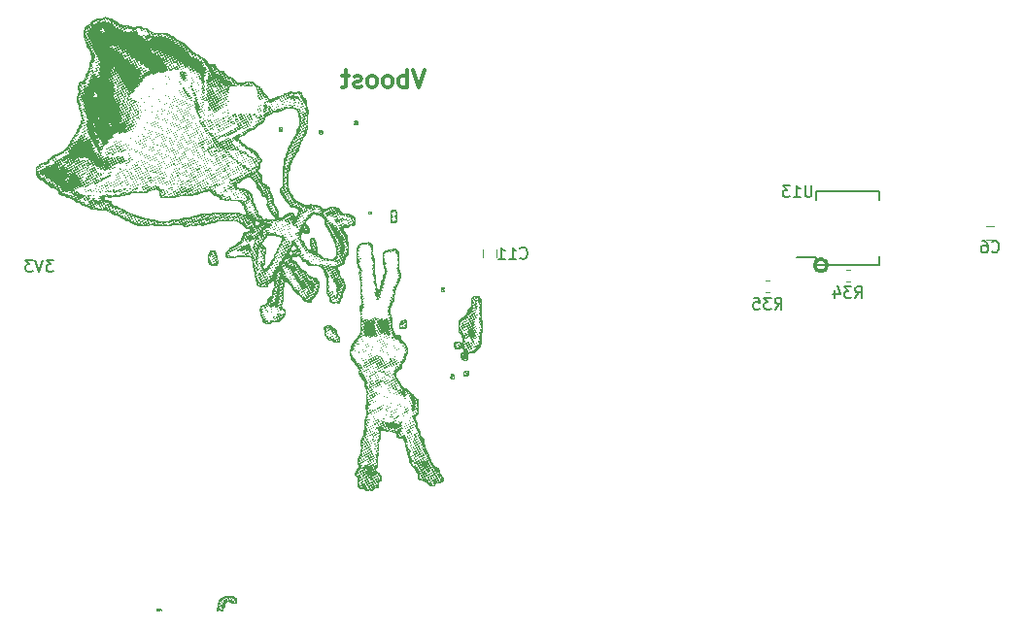
<source format=gbr>
%FSLAX46Y46*%
%MOMM*%
%ADD10C,0.3*%
%ADD11C,0.2*%
%ADD12C,0.12*%
%ADD13C,0.15*%
D10*
%LPD*%
G01X111871428Y-60778571D02*
X111371428Y-62278571D01*
X110871428Y-60778571D01*
X110371428Y-62278571D02*
Y-60778571D01*
Y-61350000D02*
X110228571Y-61278571D01*
X109942857D01*
X109800000Y-61350000D01*
X109728571Y-61421428D01*
X109657142Y-61564285D01*
Y-61992857D01*
X109728571Y-62135714D01*
X109800000Y-62207142D01*
X109942857Y-62278571D01*
X110228571D01*
X110371428Y-62207142D01*
X108800000Y-62278571D02*
X108942857Y-62207142D01*
X109014285Y-62135714D01*
X109085714Y-61992857D01*
Y-61564285D01*
X109014285Y-61421428D01*
X108942857Y-61350000D01*
X108800000Y-61278571D01*
X108585714D01*
X108442857Y-61350000D01*
X108371428Y-61421428D01*
X108300000Y-61564285D01*
Y-61992857D01*
X108371428Y-62135714D01*
X108442857Y-62207142D01*
X108585714Y-62278571D01*
X108800000D01*
X107442857D02*
X107585714Y-62207142D01*
X107657142Y-62135714D01*
X107728571Y-61992857D01*
Y-61564285D01*
X107657142Y-61421428D01*
X107585714Y-61350000D01*
X107442857Y-61278571D01*
X107228571D01*
X107085714Y-61350000D01*
X107014285Y-61421428D01*
X106942857Y-61564285D01*
Y-61992857D01*
X107014285Y-62135714D01*
X107085714Y-62207142D01*
X107228571Y-62278571D01*
X107442857D01*
X106371428Y-62207142D02*
X106228571Y-62278571D01*
X105942857D01*
X105800000Y-62207142D01*
X105728571Y-62064285D01*
Y-61992857D01*
X105800000Y-61850000D01*
X105942857Y-61778571D01*
X106157142D01*
X106300000Y-61707142D01*
X106371428Y-61564285D01*
Y-61492857D01*
X106300000Y-61350000D01*
X106157142Y-61278571D01*
X105942857D01*
X105800000Y-61350000D01*
X105300000Y-61278571D02*
X104728571D01*
X105085714Y-60778571D02*
Y-62064285D01*
X105014285Y-62207142D01*
X104871428Y-62278571D01*
X104728571D01*
D11*
X79563095Y-77352380D02*
X78944047D01*
X79277380Y-77733333D01*
X79134523D01*
X79039285Y-77780952D01*
X78991666Y-77828571D01*
X78944047Y-77923809D01*
Y-78161904D01*
X78991666Y-78257142D01*
X79039285Y-78304761D01*
X79134523Y-78352380D01*
X79420238D01*
X79515476Y-78304761D01*
X79563095Y-78257142D01*
X78658333Y-77352380D02*
X78325000Y-78352380D01*
X77991666Y-77352380D01*
X77753571D02*
X77134523D01*
X77467857Y-77733333D01*
X77325000D01*
X77229761Y-77780952D01*
X77182142Y-77828571D01*
X77134523Y-77923809D01*
Y-78161904D01*
X77182142Y-78257142D01*
X77229761Y-78304761D01*
X77325000Y-78352380D01*
X77610714D01*
X77705952Y-78304761D01*
X77753571Y-78257142D01*
G75*
D10*
G01X147000000Y-77800000D02*
G03I-550000J0D01*
D12*
G01X117000000Y-76450000D02*
Y-77150000D01*
X118200000D02*
Y-76450000D01*
X148628733Y-79210000D02*
X148971267D01*
X148628733Y-78190000D02*
X148971267D01*
X141995648Y-80195249D02*
X141653114D01*
X141995648Y-79175249D02*
X141653114D01*
X160850000Y-75600000D02*
X161550000D01*
Y-74400000D02*
X160850000D01*
D13*
X146050000Y-77805000D02*
Y-77150000D01*
X151550000Y-77805000D02*
Y-77055000D01*
Y-71395000D02*
Y-72145000D01*
X146050000Y-71395000D02*
Y-72145000D01*
Y-77805000D02*
X151550000D01*
X146050000Y-71395000D02*
X151550000D01*
X146050000Y-77150000D02*
X144300000D01*
X120242857Y-77157142D02*
X120290476Y-77204761D01*
X120433333Y-77252380D01*
X120528571D01*
X120671428Y-77204761D01*
X120766666Y-77109523D01*
X120814285Y-77014285D01*
X120861904Y-76823809D01*
Y-76680952D01*
X120814285Y-76490476D01*
X120766666Y-76395238D01*
X120671428Y-76300000D01*
X120528571Y-76252380D01*
X120433333D01*
X120290476Y-76300000D01*
X120242857Y-76347619D01*
X119290476Y-77252380D02*
X119861904D01*
X119576190D02*
Y-76252380D01*
X119671428Y-76395238D01*
X119766666Y-76490476D01*
X119861904Y-76538095D01*
X118338095Y-77252380D02*
X118909523D01*
X118623809D02*
Y-76252380D01*
X118719047Y-76395238D01*
X118814285Y-76490476D01*
X118909523Y-76538095D01*
X149442857Y-80652380D02*
X149776190Y-80176190D01*
X150014285Y-80652380D02*
Y-79652380D01*
X149633333D01*
X149538095Y-79700000D01*
X149490476Y-79747619D01*
X149442857Y-79842857D01*
Y-79985714D01*
X149490476Y-80080952D01*
X149538095Y-80128571D01*
X149633333Y-80176190D01*
X150014285D01*
X149109523Y-79652380D02*
X148490476D01*
X148823809Y-80033333D01*
X148680952D01*
X148585714Y-80080952D01*
X148538095Y-80128571D01*
X148490476Y-80223809D01*
Y-80461904D01*
X148538095Y-80557142D01*
X148585714Y-80604761D01*
X148680952Y-80652380D01*
X148966666D01*
X149061904Y-80604761D01*
X149109523Y-80557142D01*
X147633333Y-79985714D02*
Y-80652380D01*
X147871428Y-79604761D02*
X148109523Y-80319047D01*
X147490476D01*
X142442857Y-81652380D02*
X142776190Y-81176190D01*
X143014285Y-81652380D02*
Y-80652380D01*
X142633333D01*
X142538095Y-80700000D01*
X142490476Y-80747619D01*
X142442857Y-80842857D01*
Y-80985714D01*
X142490476Y-81080952D01*
X142538095Y-81128571D01*
X142633333Y-81176190D01*
X143014285D01*
X142109523Y-80652380D02*
X141490476D01*
X141823809Y-81033333D01*
X141680952D01*
X141585714Y-81080952D01*
X141538095Y-81128571D01*
X141490476Y-81223809D01*
Y-81461904D01*
X141538095Y-81557142D01*
X141585714Y-81604761D01*
X141680952Y-81652380D01*
X141966666D01*
X142061904Y-81604761D01*
X142109523Y-81557142D01*
X140585714Y-80652380D02*
X141061904D01*
X141109523Y-81128571D01*
X141061904Y-81080952D01*
X140966666Y-81033333D01*
X140728571D01*
X140633333Y-81080952D01*
X140585714Y-81128571D01*
X140538095Y-81223809D01*
Y-81461904D01*
X140585714Y-81557142D01*
X140633333Y-81604761D01*
X140728571Y-81652380D01*
X140966666D01*
X141061904Y-81604761D01*
X141109523Y-81557142D01*
X161366666Y-76607142D02*
X161414285Y-76654761D01*
X161557142Y-76702380D01*
X161652380D01*
X161795238Y-76654761D01*
X161890476Y-76559523D01*
X161938095Y-76464285D01*
X161985714Y-76273809D01*
Y-76130952D01*
X161938095Y-75940476D01*
X161890476Y-75845238D01*
X161795238Y-75750000D01*
X161652380Y-75702380D01*
X161557142D01*
X161414285Y-75750000D01*
X161366666Y-75797619D01*
X160509523Y-75702380D02*
X160700000D01*
X160795238Y-75750000D01*
X160842857Y-75797619D01*
X160938095Y-75940476D01*
X160985714Y-76130952D01*
Y-76511904D01*
X160938095Y-76607142D01*
X160890476Y-76654761D01*
X160795238Y-76702380D01*
X160604761D01*
X160509523Y-76654761D01*
X160461904Y-76607142D01*
X160414285Y-76511904D01*
Y-76273809D01*
X160461904Y-76178571D01*
X160509523Y-76130952D01*
X160604761Y-76083333D01*
X160795238D01*
X160890476Y-76130952D01*
X160938095Y-76178571D01*
X160985714Y-76273809D01*
X145638095Y-70852380D02*
Y-71661904D01*
X145590476Y-71757142D01*
X145542857Y-71804761D01*
X145447619Y-71852380D01*
X145257142D01*
X145161904Y-71804761D01*
X145114285Y-71757142D01*
X145066666Y-71661904D01*
Y-70852380D01*
X144066666Y-71852380D02*
X144638095D01*
X144352380D02*
Y-70852380D01*
X144447619Y-70995238D01*
X144542857Y-71090476D01*
X144638095Y-71138095D01*
X143733333Y-70852380D02*
X143114285D01*
X143447619Y-71233333D01*
X143304761D01*
X143209523Y-71280952D01*
X143161904Y-71328571D01*
X143114285Y-71423809D01*
Y-71661904D01*
X143161904Y-71757142D01*
X143209523Y-71804761D01*
X143304761Y-71852380D01*
X143590476D01*
X143685714Y-71804761D01*
X143733333Y-71757142D01*
G36*
D10*
X105818182Y-65606061D02*
X105757576Y-65590909D01*
X105712121Y-65545455D01*
X105696970Y-65484848D01*
Y-65318182D01*
X105712121Y-65257576D01*
X105742424Y-65227273D01*
X105772727Y-65212121D01*
X105818182Y-65196970D01*
X105984848D01*
X106075758Y-65212121D01*
X106106061Y-65227273D01*
X106136364Y-65257576D01*
X106151515Y-65287879D01*
X106166667Y-65348485D01*
Y-65454545D01*
X106151515Y-65515152D01*
X106136364Y-65545455D01*
X106106061Y-65575758D01*
X106075758Y-65590909D01*
X106000000Y-65606061D01*
X105818182D01*
G37*
G36*
X102803030Y-66409091D02*
X102742424Y-66393939D01*
X102712121Y-66378788D01*
X102681818Y-66348485D01*
X102666667Y-66303030D01*
Y-66106061D01*
X102696970Y-66045455D01*
X102727273Y-66030303D01*
X102939394D01*
X102984848Y-66045455D01*
X103015152Y-66060606D01*
X103045455Y-66090909D01*
X103060606Y-66136364D01*
Y-66333333D01*
X103045455Y-66363636D01*
X103015152Y-66393939D01*
X102969697Y-66409091D01*
X102803030D01*
G37*
G36*
X107090909Y-73409091D02*
X107030303Y-73378788D01*
X107015152Y-73348485D01*
Y-73151515D01*
X107030303Y-73121212D01*
X107287879Y-73106061D01*
X107318182Y-73136364D01*
X107333333Y-73196970D01*
Y-73303030D01*
X107318182Y-73348485D01*
X107303030Y-73378788D01*
X107242424Y-73409091D01*
X107090909D01*
G37*
G36*
X109030303Y-74181818D02*
X109000000Y-74166667D01*
X108984848Y-74136364D01*
X108969697Y-74106061D01*
X108954545Y-74030303D01*
Y-73742424D01*
X108924242Y-73590909D01*
Y-73287879D01*
X108939394Y-73166667D01*
X108954545Y-73121212D01*
X108969697Y-73075758D01*
X108984848Y-73045455D01*
X109045455Y-72984848D01*
X109075758Y-72969697D01*
X109121212Y-72954545D01*
X109333333D01*
X109393939Y-72969697D01*
X109424242Y-73000000D01*
X109439394D01*
X109454545Y-73015152D01*
Y-73030303D01*
X109484848Y-73060606D01*
X109500000Y-73090909D01*
X109515152Y-73136364D01*
X109530303Y-73272727D01*
Y-73833333D01*
X109515152Y-73954545D01*
X109500000Y-74000000D01*
X109484848Y-74030303D01*
X109409091Y-74106061D01*
X109287879Y-74166667D01*
X109227273Y-74181818D01*
X109030303D01*
G37*
G36*
X93500000Y-77863636D02*
X93409091Y-77848485D01*
X93333333Y-77833333D01*
X93272727Y-77818182D01*
X93227273Y-77803030D01*
X93196970Y-77787879D01*
X93136364Y-77727273D01*
X93106061Y-77681818D01*
X93090909Y-77651515D01*
X93075758Y-77606061D01*
X93060606Y-77515152D01*
X93015152Y-77424242D01*
X93000000Y-77378788D01*
X92984848Y-77303030D01*
Y-77045455D01*
X93000000Y-76984848D01*
X93015152Y-76939394D01*
X93030303Y-76893939D01*
X93075758Y-76803030D01*
X93166667Y-76621212D01*
X93196970Y-76590909D01*
Y-76575758D01*
X93212121Y-76560606D01*
X93242424Y-76545455D01*
X93272727Y-76530303D01*
X93621212D01*
X93666667Y-76545455D01*
X93712121Y-76590909D01*
X93742424Y-76636364D01*
X93757576Y-76666667D01*
X93787879Y-76742424D01*
X93803030Y-76787879D01*
X93818182Y-76833333D01*
X93833333Y-76939394D01*
Y-77075758D01*
X93848485Y-77151515D01*
X93909091Y-77303030D01*
X93924242Y-77378788D01*
Y-77666667D01*
X93909091Y-77727273D01*
X93893939Y-77757576D01*
X93818182Y-77833333D01*
X93787879Y-77848485D01*
X93712121Y-77863636D01*
X93500000D01*
G37*
G36*
X113454545Y-80166667D02*
X113393939Y-80151515D01*
X113333333Y-80090909D01*
X113318182Y-80060606D01*
Y-79772727D01*
X113333333Y-79742424D01*
X113363636Y-79727273D01*
X113606061D01*
X113636364Y-79742424D01*
X113666667Y-79757576D01*
X113712121Y-79803030D01*
X113727273Y-79863636D01*
Y-80060606D01*
X113712121Y-80106061D01*
X113666667Y-80151515D01*
X113621212Y-80166667D01*
X113454545D01*
G37*
G36*
X98075758Y-82939394D02*
X98030303Y-82924242D01*
X98000000Y-82909091D01*
X97969697Y-82893939D01*
X97878788Y-82803030D01*
X97848485Y-82757576D01*
X97803030Y-82666667D01*
X97772727Y-82545455D01*
X97742424Y-82469697D01*
X97696970Y-82378788D01*
X97651515Y-82318182D01*
X97636364Y-82287879D01*
X97621212Y-82257576D01*
X97606061Y-82212121D01*
X97590909Y-81969697D01*
X97560606Y-81893939D01*
X97545455Y-81818182D01*
Y-81560606D01*
X97560606Y-81515152D01*
X97575758Y-81469697D01*
X97590909Y-81439394D01*
X97606061Y-81409091D01*
X97636364Y-81363636D01*
X97666667Y-81333333D01*
X97696970Y-81318182D01*
X97727273Y-81303030D01*
X97772727Y-81287879D01*
X97878788Y-81272727D01*
X97924242Y-81257576D01*
X97954545Y-81242424D01*
X97984848Y-81227273D01*
X98106061Y-81106061D01*
X98151515Y-81015152D01*
X98166667Y-80969697D01*
X98181818Y-80909091D01*
X98196970Y-80772727D01*
X98212121Y-80727273D01*
X98287879Y-80651515D01*
X98409091Y-80575758D01*
X98469697Y-80515152D01*
X98484848D01*
X98530303Y-80469697D01*
X98575758Y-80409091D01*
X98606061Y-80363636D01*
X98621212Y-80333333D01*
X98636364Y-80287879D01*
X98651515Y-80181818D01*
Y-80030303D01*
X98666667Y-79954545D01*
X98712121Y-79848485D01*
X98727273Y-79787879D01*
X98742424Y-79712121D01*
Y-79378788D01*
X98772727Y-79303030D01*
Y-79212121D01*
X98742424Y-79151515D01*
X98712121D01*
X98681818Y-79166667D01*
X98651515Y-79196970D01*
X98636364D01*
X98621212Y-79212121D01*
Y-79227273D01*
X98590909Y-79272727D01*
X98530303Y-79333333D01*
X98500000Y-79348485D01*
X98469697Y-79363636D01*
X98439394D01*
X98409091Y-79378788D01*
X98363636Y-79409091D01*
X98333333Y-79439394D01*
X98318182Y-79484848D01*
X98303030Y-79530303D01*
Y-79590909D01*
X98287879Y-79636364D01*
X98272727Y-79666667D01*
X98196970Y-79742424D01*
X98151515Y-79757576D01*
X98075758Y-79772727D01*
X97787879D01*
X97696970Y-79757576D01*
X97636364Y-79742424D01*
X97590909Y-79727273D01*
X97469697Y-79681818D01*
X97378788Y-79636364D01*
X97333333Y-79590909D01*
X97318182Y-79560606D01*
X97303030Y-79530303D01*
X97287879Y-79469697D01*
X97227273Y-79242424D01*
X97212121Y-79181818D01*
X97196970Y-79015152D01*
X97181818Y-78954545D01*
X97136364Y-78848485D01*
X97121212Y-78787879D01*
X97106061Y-78727273D01*
X97090909Y-78484848D01*
X97075758Y-78424242D01*
X97015152Y-78272727D01*
X97000000Y-78212121D01*
Y-78136364D01*
X96984848Y-78075758D01*
X96969697Y-78015152D01*
X96954545Y-77969697D01*
X96924242Y-77924242D01*
X96909091Y-77878788D01*
X96893939Y-77833333D01*
Y-77530303D01*
X96878788Y-77287879D01*
X96833333Y-77196970D01*
X96772727Y-77136364D01*
X96742424Y-77121212D01*
X96712121Y-77106061D01*
X96651515Y-77090909D01*
X95666667D01*
X95590909Y-77106061D01*
X95439394Y-77166667D01*
X95378788Y-77181818D01*
X95257576Y-77196970D01*
X94863636D01*
X94742424Y-77181818D01*
X94696970Y-77166667D01*
X94666667Y-77151515D01*
X94590909Y-77075758D01*
X94575758Y-77045455D01*
X94560606Y-76984848D01*
Y-76742424D01*
X94575758Y-76681818D01*
X94590909Y-76651515D01*
X94621212Y-76606061D01*
X94848485Y-76363636D01*
X94863636Y-76348485D01*
X94924242Y-76303030D01*
X94969697Y-76272727D01*
X95136364Y-76166667D01*
X95257576Y-76106061D01*
X95303030Y-76075758D01*
X95363636Y-76030303D01*
X95469697Y-75924242D01*
X95545455Y-75863636D01*
X95590909Y-75833333D01*
X95681818Y-75787879D01*
X95742424Y-75742424D01*
X95878788Y-75606061D01*
X95893939Y-75575758D01*
X95909091Y-75545455D01*
X95924242Y-75500000D01*
X95939394Y-75454545D01*
Y-75393939D01*
X95954545Y-75333333D01*
X95969697Y-75287879D01*
X95984848Y-75257576D01*
X96000000Y-75227273D01*
X96060606Y-75136364D01*
X96075758Y-75106061D01*
X96106061Y-75015152D01*
X96121212Y-74984848D01*
X96136364Y-74954545D01*
X96166667Y-74909091D01*
X96196970Y-74893939D01*
X96227273Y-74878788D01*
X96439394D01*
X96530303Y-74863636D01*
X96575758Y-74848485D01*
X96621212Y-74833333D01*
X96681818Y-74772727D01*
Y-74727273D01*
X96666667Y-74696970D01*
X96651515Y-74681818D01*
X96636364D01*
X96606061Y-74651515D01*
X96545455Y-74636364D01*
X96393939Y-74621212D01*
X96303030Y-74575758D01*
X95939394Y-74212121D01*
X95757576Y-74090909D01*
X95636364Y-74030303D01*
X95590909Y-74015152D01*
X95530303Y-74000000D01*
X95393939Y-73984848D01*
X94106061D01*
X93939394Y-74000000D01*
X93878788Y-74015152D01*
X93833333Y-74030303D01*
X93742424Y-74075758D01*
X93621212Y-74151515D01*
X93575758Y-74166667D01*
X93515152Y-74181818D01*
X93272727D01*
X93196970Y-74196970D01*
X93121212Y-74212121D01*
X93060606Y-74227273D01*
X93015152Y-74242424D01*
X92969697Y-74257576D01*
X92863636Y-74318182D01*
X92818182Y-74333333D01*
X92757576Y-74348485D01*
X92621212Y-74363636D01*
X92530303D01*
X92348485Y-74333333D01*
X92196970D01*
X92121212Y-74348485D01*
X91984848Y-74393939D01*
X91909091Y-74409091D01*
X91772727Y-74424242D01*
X91409091D01*
X91348485Y-74439394D01*
X91242424Y-74484848D01*
X91166667Y-74500000D01*
X91090909D01*
X91000000Y-74484848D01*
X90969697Y-74469697D01*
X90909091Y-74409091D01*
X90818182Y-74303030D01*
X90787879Y-74287879D01*
X90606061D01*
X90045455Y-74303030D01*
X89969697Y-74318182D01*
X89909091Y-74333333D01*
X89803030Y-74378788D01*
X89727273Y-74393939D01*
X89575758Y-74409091D01*
X88909091Y-74424242D01*
X88393939D01*
X88348485Y-74409091D01*
X88212121Y-74333333D01*
X88166667Y-74318182D01*
X88075758D01*
X88015152Y-74333333D01*
X87969697Y-74348485D01*
X87924242Y-74378788D01*
X87878788Y-74393939D01*
X87803030Y-74409091D01*
X87681818Y-74424242D01*
X87575758Y-74439394D01*
X87151515D01*
X87090909Y-74424242D01*
X87030303Y-74409091D01*
X86984848Y-74393939D01*
X86742424Y-74287879D01*
X86484848Y-74212121D01*
X86363636Y-74151515D01*
X86242424Y-74060606D01*
X86121212Y-74000000D01*
X86000000Y-73969697D01*
X85969697Y-73954545D01*
X85939394Y-73939394D01*
X85787879Y-73833333D01*
X85757576Y-73818182D01*
X85727273Y-73803030D01*
X85651515Y-73772727D01*
X85530303Y-73742424D01*
X85500000Y-73727273D01*
X85469697Y-73712121D01*
X85424242Y-73681818D01*
X85318182Y-73590909D01*
X85257576Y-73560606D01*
X85136364Y-73500000D01*
X85090909Y-73484848D01*
X84954545Y-73469697D01*
X84893939Y-73454545D01*
X84803030Y-73409091D01*
X84727273Y-73348485D01*
X84530303Y-73242424D01*
X84333333Y-73136364D01*
X84121212Y-73030303D01*
X84075758Y-73015152D01*
X83969697D01*
X83878788Y-73045455D01*
X83500000D01*
X83439394Y-73030303D01*
X83333333Y-72984848D01*
X83272727Y-72969697D01*
X83151515Y-72954545D01*
X82984848D01*
X82924242Y-72939394D01*
X82863636Y-72924242D01*
X82757576Y-72878788D01*
X82590909Y-72787879D01*
X82409091Y-72712121D01*
X82333333Y-72681818D01*
X82212121Y-72651515D01*
X82136364Y-72621212D01*
X82106061Y-72606061D01*
X82060606Y-72575758D01*
X81969697Y-72500000D01*
X81924242Y-72469697D01*
X81803030Y-72409091D01*
X81757576Y-72393939D01*
X81666667Y-72378788D01*
X81575758Y-72333333D01*
X81454545Y-72227273D01*
X81318182Y-72136364D01*
X81242424Y-72090909D01*
X81212121Y-72075758D01*
X81181818Y-72060606D01*
X80954545Y-71969697D01*
X80909091Y-71954545D01*
X80818182Y-71939394D01*
X80787879Y-71924242D01*
X80757576Y-71909091D01*
X80651515Y-71833333D01*
X80606061Y-71818182D01*
X80545455Y-71803030D01*
X80393939D01*
X80348485Y-71787879D01*
X80318182Y-71772727D01*
X80287879Y-71757576D01*
X80181818Y-71696970D01*
X80106061Y-71651515D01*
X80060606Y-71621212D01*
X80030303Y-71590909D01*
X80000000Y-71545455D01*
X79969697Y-71469697D01*
X79954545Y-71393939D01*
X79909091Y-71303030D01*
X79803030Y-71196970D01*
X79712121Y-71151515D01*
X79666667Y-71136364D01*
X79621212Y-71121212D01*
X79560606Y-71106061D01*
X79409091D01*
X79333333Y-71090909D01*
X79303030Y-71075758D01*
X79287879Y-71060606D01*
Y-71045455D01*
X79257576Y-71015152D01*
X79227273Y-70939394D01*
X79121212Y-70833333D01*
X79075758Y-70803030D01*
X78939394Y-70742424D01*
X78848485Y-70651515D01*
X78803030Y-70575758D01*
X78696970Y-70469697D01*
X78666667Y-70454545D01*
X78636364Y-70439394D01*
X78590909Y-70424242D01*
X78484848D01*
X78424242Y-70409091D01*
X78378788Y-70378788D01*
X78318182Y-70318182D01*
X78272727Y-70257576D01*
X78151515Y-70075758D01*
X78121212Y-70015152D01*
X78075758Y-69924242D01*
X78015152Y-69742424D01*
X78000000Y-69621212D01*
Y-69439394D01*
X78015152Y-69348485D01*
X78030303Y-69303030D01*
X78045455Y-69272727D01*
X78060606Y-69242424D01*
X78181818Y-69121212D01*
X78287879Y-69045455D01*
X78333333Y-69015152D01*
X78409091Y-68969697D01*
X78500000Y-68924242D01*
X78545455Y-68909091D01*
X78651515Y-68893939D01*
X78787879Y-68848485D01*
X78818182Y-68833333D01*
X78848485Y-68818182D01*
X78893939Y-68787879D01*
X79030303Y-68651515D01*
X79075758Y-68575758D01*
X79121212Y-68530303D01*
X79227273Y-68469697D01*
X79287879Y-68424242D01*
X79439394Y-68272727D01*
X79515152Y-68212121D01*
X79545455Y-68196970D01*
X79575758Y-68181818D01*
X79621212Y-68166667D01*
X79727273Y-68151515D01*
X79787879Y-68136364D01*
X79863636Y-68106061D01*
X79924242Y-68075758D01*
X80015152Y-68030303D01*
X80121212Y-67954545D01*
X80348485Y-67848485D01*
X80393939Y-67818182D01*
X80530303Y-67681818D01*
X80636364Y-67530303D01*
X80833333Y-67333333D01*
X80909091Y-67242424D01*
X80954545Y-67166667D01*
X80969697Y-67121212D01*
X80984848Y-67075758D01*
Y-67000000D01*
X81000000Y-66954545D01*
X81136364Y-66818182D01*
X81166667Y-66757576D01*
X81196970Y-66681818D01*
X81242424Y-66606061D01*
X81303030Y-66515152D01*
X81393939Y-66378788D01*
X81439394Y-66318182D01*
X81500000Y-66257576D01*
X81545455Y-66196970D01*
X81575758Y-66151515D01*
X81621212Y-66060606D01*
X81712121Y-65878788D01*
X81727273Y-65833333D01*
X81742424Y-65787879D01*
Y-65742424D01*
X81757576Y-65696970D01*
X81772727Y-65651515D01*
X81787879Y-65621212D01*
X81803030Y-65590909D01*
X81848485Y-65530303D01*
X81893939Y-65439394D01*
X81909091Y-65393939D01*
X81924242Y-65257576D01*
X81939394Y-65196970D01*
X81984848Y-65075758D01*
Y-64878788D01*
X81939394Y-64757576D01*
X81924242Y-64681818D01*
Y-64560606D01*
X81909091Y-64454545D01*
X81893939Y-64409091D01*
X81878788Y-64363636D01*
X81863636Y-64333333D01*
X81818182Y-64272727D01*
X81787879Y-64212121D01*
X81772727Y-64166667D01*
X81757576Y-64106061D01*
X81742424Y-63969697D01*
X81727273Y-63909091D01*
X81606061Y-63575758D01*
X81590909Y-63484848D01*
Y-63287879D01*
X81606061Y-63196970D01*
X81621212Y-63136364D01*
X81636364Y-63090909D01*
X81681818Y-63000000D01*
X81696970Y-62954545D01*
X81757576Y-62712121D01*
Y-62590909D01*
X81742424Y-62560606D01*
X81712121Y-62515152D01*
X81666667Y-62469697D01*
X81651515Y-62439394D01*
Y-62196970D01*
X81666667Y-62166667D01*
X81681818Y-62136364D01*
X81727273Y-62075758D01*
X81772727Y-61984848D01*
X81787879Y-61909091D01*
X81803030Y-61863636D01*
X81848485Y-61818182D01*
X81878788Y-61803030D01*
X81924242Y-61787879D01*
X82075758Y-61772727D01*
X82106061Y-61757576D01*
X82136364Y-61742424D01*
X82227273Y-61651515D01*
X82287879Y-61530303D01*
X82303030Y-61484848D01*
X82318182Y-61439394D01*
X82333333Y-61303030D01*
X82348485Y-61242424D01*
X82393939Y-61151515D01*
X82469697Y-61060606D01*
X82500000Y-61015152D01*
X82560606Y-60893939D01*
X82621212Y-60742424D01*
X82636364Y-60681818D01*
X82651515Y-60621212D01*
X82681818Y-60484848D01*
X82696970Y-60393939D01*
Y-60257576D01*
X82712121Y-60166667D01*
X82727273Y-60106061D01*
X82742424Y-60060606D01*
X82757576Y-60015152D01*
X82772727Y-59984848D01*
X82803030Y-59939394D01*
X82878788Y-59848485D01*
X82893939Y-59818182D01*
X82909091Y-59787879D01*
Y-59651515D01*
X82878788Y-59590909D01*
X82833333Y-59530303D01*
X82818182Y-59500000D01*
X82803030Y-59454545D01*
X82787879Y-59409091D01*
X82757576Y-59303030D01*
X82742424Y-59196970D01*
X82696970Y-59060606D01*
X82681818Y-59030303D01*
X82666667Y-59000000D01*
X82636364Y-58954545D01*
X82515152Y-58818182D01*
X82500000Y-58787879D01*
X82484848Y-58727273D01*
X82469697Y-58636364D01*
X82454545Y-58590909D01*
X82439394Y-58545455D01*
X82363636Y-58378788D01*
X82348485Y-58333333D01*
X82333333Y-58287879D01*
Y-58242424D01*
X82318182Y-58196970D01*
X82272727Y-58106061D01*
X82257576Y-58060606D01*
X82242424Y-58000000D01*
X82227273Y-57909091D01*
Y-57303030D01*
X82242424Y-57227273D01*
X82257576Y-57166667D01*
X82272727Y-57136364D01*
X82303030Y-57090909D01*
X82378788Y-57000000D01*
X82530303Y-56848485D01*
X82590909Y-56803030D01*
X82636364Y-56787879D01*
X82681818Y-56757576D01*
X82772727Y-56666667D01*
X82833333Y-56560606D01*
X82878788Y-56515152D01*
X82924242Y-56484848D01*
X83045455Y-56424242D01*
X83227273Y-56348485D01*
X83272727Y-56333333D01*
X83318182Y-56318182D01*
X83393939Y-56303030D01*
X83530303D01*
X83666667Y-56287879D01*
X83712121Y-56272727D01*
X83757576Y-56257576D01*
X83939394Y-56166667D01*
X84060606Y-56151515D01*
X84136364D01*
X84257576Y-56166667D01*
X84333333Y-56181818D01*
X84515152Y-56242424D01*
X84590909Y-56272727D01*
X84666667Y-56303030D01*
X84696970Y-56318182D01*
X84742424Y-56348485D01*
X84787879Y-56378788D01*
X84833333Y-56424242D01*
X84878788Y-56454545D01*
X84924242Y-56484848D01*
X85121212Y-56575758D01*
X85227273Y-56666667D01*
X85303030Y-56712121D01*
X85333333Y-56727273D01*
X85439394Y-56772727D01*
X85606061Y-56833333D01*
X85666667Y-56848485D01*
X85833333D01*
X85909091Y-56863636D01*
X85969697Y-56893939D01*
X86045455Y-56909091D01*
X86272727Y-56924242D01*
X86333333Y-56939394D01*
X86378788Y-56954545D01*
X86530303Y-57045455D01*
X86636364D01*
X86742424Y-56984848D01*
X86803030Y-56969697D01*
X87060606D01*
X87121212Y-56984848D01*
X87181818Y-57000000D01*
X87348485Y-57075758D01*
X87393939Y-57090909D01*
X87439394Y-57106061D01*
X87515152Y-57121212D01*
X87636364D01*
X87712121Y-57136364D01*
X87757576Y-57151515D01*
X87787879Y-57166667D01*
X87848485Y-57212121D01*
X87939394Y-57303030D01*
X87984848Y-57333333D01*
X88045455Y-57363636D01*
X88136364Y-57409091D01*
X88227273Y-57439394D01*
X88454545Y-57515152D01*
X88515152Y-57530303D01*
X88893939Y-57515152D01*
X89030303D01*
X89500000Y-57530303D01*
X89545455Y-57545455D01*
X89590909Y-57560606D01*
X89681818Y-57606061D01*
X89727273Y-57636364D01*
X89833333Y-57727273D01*
X89909091Y-57772727D01*
X90060606Y-57848485D01*
X90196970Y-57939394D01*
X90257576Y-57984848D01*
X90348485Y-58075758D01*
X90424242Y-58136364D01*
X90469697Y-58166667D01*
X90575758Y-58227273D01*
X90924242Y-58393939D01*
X91000000Y-58439394D01*
X91045455Y-58469697D01*
X91303030Y-58727273D01*
X91393939Y-58848485D01*
X91545455Y-59000000D01*
X91681818Y-59090909D01*
X91757576Y-59151515D01*
X91863636Y-59257576D01*
X91909091Y-59287879D01*
X92090909Y-59378788D01*
X92196970Y-59409091D01*
X92227273Y-59424242D01*
X92272727Y-59454545D01*
X92333333Y-59500000D01*
X92393939Y-59560606D01*
X92439394Y-59590909D01*
X92560606Y-59651515D01*
X92696970Y-59742424D01*
X92757576Y-59787879D01*
X92818182Y-59833333D01*
X92863636Y-59878788D01*
X92909091Y-59939394D01*
X93000000Y-60090909D01*
X93060606Y-60151515D01*
X93106061Y-60212121D01*
Y-60227273D01*
X93136364Y-60257576D01*
X93181818Y-60287879D01*
X93212121Y-60303030D01*
X93257576D01*
X93303030Y-60287879D01*
X93393939Y-60242424D01*
X93439394Y-60227273D01*
X93560606D01*
X93606061Y-60242424D01*
X93636364Y-60257576D01*
X93666667Y-60287879D01*
X93712121Y-60378788D01*
X93787879Y-60515152D01*
X93833333Y-60575758D01*
X93878788Y-60636364D01*
X93939394Y-60712121D01*
X93969697Y-60742424D01*
X94015152Y-60772727D01*
X94106061Y-60818182D01*
X94272727D01*
X94318182Y-60833333D01*
X94363636Y-60848485D01*
X94439394Y-60893939D01*
X94500000Y-60939394D01*
X94560606Y-61000000D01*
X94651515Y-61136364D01*
X94727273Y-61212121D01*
X94787879Y-61257576D01*
X94833333Y-61287879D01*
X94909091Y-61333333D01*
X94984848Y-61378788D01*
X95106061Y-61439394D01*
X95212121Y-61469697D01*
X95242424Y-61484848D01*
X95272727Y-61500000D01*
X95318182Y-61530303D01*
X95409091Y-61621212D01*
X95575758Y-61803030D01*
X95636364Y-61848485D01*
X95727273Y-61893939D01*
X95939394D01*
X96075758Y-61863636D01*
X96136364Y-61848485D01*
X96242424Y-61803030D01*
X96303030Y-61787879D01*
X96378788Y-61772727D01*
X96878788D01*
X96954545Y-61787879D01*
X96984848Y-61803030D01*
X97015152Y-61818182D01*
X97136364Y-61939394D01*
Y-61954545D01*
X97242424Y-62060606D01*
X97287879Y-62090909D01*
X97333333Y-62121212D01*
X97500000Y-62196970D01*
X97575758Y-62242424D01*
X97636364Y-62287879D01*
X97696970Y-62348485D01*
X97727273Y-62393939D01*
X97787879Y-62530303D01*
X97818182Y-62575758D01*
X97863636Y-62636364D01*
X97969697Y-62742424D01*
X98136364Y-62893939D01*
X98166667Y-62939394D01*
X98196970Y-62984848D01*
X98257576Y-63106061D01*
X98287879Y-63151515D01*
X98333333Y-63212121D01*
X98378788Y-63257576D01*
X98409091Y-63272727D01*
X98439394Y-63287879D01*
X98500000D01*
X98545455Y-63272727D01*
X98621212Y-63227273D01*
X98681818Y-63212121D01*
X98772727D01*
X98848485Y-63196970D01*
X98893939Y-63181818D01*
X98969697Y-63151515D01*
X99136364Y-63060606D01*
X99272727Y-63015152D01*
X99318182D01*
X99454545Y-62969697D01*
X99484848Y-62954545D01*
X99515152Y-62939394D01*
X99590909Y-62893939D01*
X99636364Y-62848485D01*
X99666667Y-62833333D01*
X99696970Y-62818182D01*
X99742424Y-62803030D01*
X99833333Y-62787879D01*
X99878788Y-62772727D01*
X100045455Y-62681818D01*
X100136364Y-62666667D01*
X100181818D01*
X100545455Y-62681818D01*
X100984848Y-62666667D01*
X101136364Y-62681818D01*
X101181818Y-62696970D01*
X101212121Y-62712121D01*
X101242424Y-62742424D01*
X101257576Y-62787879D01*
X101272727Y-62909091D01*
X101287879Y-62954545D01*
X101303030Y-62984848D01*
X101333333Y-63030303D01*
X101363636Y-63075758D01*
X101409091Y-63121212D01*
X101515152Y-63212121D01*
X101545455Y-63257576D01*
X101590909Y-63333333D01*
X101636364Y-63439394D01*
X101651515Y-63484848D01*
X101666667Y-63560606D01*
X101681818Y-63681818D01*
Y-63878788D01*
X101696970Y-63969697D01*
X101712121Y-64030303D01*
X101742424Y-64136364D01*
X101787879Y-64227273D01*
X101803030Y-64272727D01*
X101818182Y-64363636D01*
Y-64606061D01*
X101787879Y-64727273D01*
Y-65787879D01*
X101772727Y-65878788D01*
X101757576Y-65924242D01*
X101712121Y-66000000D01*
X101696970Y-66045455D01*
X101681818Y-66090909D01*
X101666667Y-66196970D01*
X101651515Y-66242424D01*
X101636364Y-66287879D01*
X101621212Y-66318182D01*
X101606061Y-66348485D01*
X101560606Y-66424242D01*
X101469697Y-66545455D01*
X101363636Y-66757576D01*
X101318182Y-66893939D01*
X101272727Y-66984848D01*
X101121212Y-67227273D01*
X101106061Y-67257576D01*
X101060606Y-67363636D01*
X101045455Y-67409091D01*
X101030303Y-67454545D01*
X101015152Y-67515152D01*
X101000000Y-67590909D01*
Y-67696970D01*
X100984848Y-67772727D01*
X100969697Y-67803030D01*
X100924242Y-67863636D01*
X100696970Y-68151515D01*
X100606061Y-68287879D01*
X100560606Y-68378788D01*
X100484848Y-68530303D01*
X100272727Y-68969697D01*
X100212121Y-69151515D01*
X100196970Y-69212121D01*
X100181818Y-69272727D01*
Y-69484848D01*
X100166667Y-69560606D01*
X100151515Y-69590909D01*
X100136364Y-69621212D01*
X100090909Y-69681818D01*
X100060606Y-69742424D01*
X100045455Y-69787879D01*
X100030303Y-69833333D01*
Y-70393939D01*
X100060606Y-70500000D01*
Y-70954545D01*
X100075758Y-71030303D01*
X100106061Y-71136364D01*
X100151515Y-71272727D01*
X100166667Y-71303030D01*
X100181818Y-71333333D01*
X100212121Y-71378788D01*
X100257576Y-71439394D01*
X100348485Y-71530303D01*
X100393939Y-71590909D01*
X100409091Y-71621212D01*
X100469697Y-71818182D01*
X100484848Y-71848485D01*
X100530303Y-71924242D01*
X100560606Y-71969697D01*
X100606061Y-72030303D01*
X100757576Y-72181818D01*
X100878788Y-72242424D01*
X100924242Y-72257576D01*
X100969697D01*
X101015152Y-72272727D01*
X101106061Y-72318182D01*
X101181818Y-72378788D01*
X101378788Y-72469697D01*
X101484848Y-72545455D01*
X101515152Y-72560606D01*
X101560606Y-72575758D01*
X101696970D01*
X101727273Y-72560606D01*
X101757576Y-72545455D01*
X101787879Y-72515152D01*
X101818182Y-72500000D01*
X101878788Y-72484848D01*
X102121212D01*
X102136364Y-72500000D01*
X102393939D01*
X102454545Y-72515152D01*
X102500000Y-72530303D01*
X102590909Y-72575758D01*
X102651515Y-72590909D01*
X102818182D01*
X102863636Y-72606061D01*
X102939394Y-72681818D01*
X102984848Y-72787879D01*
X103015152Y-72833333D01*
X103060606Y-72878788D01*
X103090909Y-72893939D01*
X103136364Y-72909091D01*
X103166667D01*
X103257576Y-72893939D01*
X103348485Y-72863636D01*
X103530303Y-72803030D01*
X103636364Y-72742424D01*
X103742424Y-72696970D01*
X103787879Y-72681818D01*
X104121212D01*
X104181818Y-72696970D01*
X104227273Y-72727273D01*
X104272727Y-72757576D01*
X104318182Y-72803030D01*
X104363636Y-72833333D01*
X104500000Y-72893939D01*
X104545455Y-72939394D01*
X104636364Y-73090909D01*
X104787879Y-73242424D01*
X104878788Y-73287879D01*
X105242424D01*
X105303030Y-73303030D01*
X105348485Y-73318182D01*
X105393939Y-73333333D01*
X105515152Y-73378788D01*
X105545455Y-73393939D01*
X105575758Y-73409091D01*
X105621212Y-73439394D01*
X105681818Y-73500000D01*
X105787879Y-73560606D01*
X105863636Y-73636364D01*
X105878788Y-73666667D01*
X105893939Y-73696970D01*
X105909091Y-73757576D01*
X105924242Y-73833333D01*
Y-74166667D01*
X105909091Y-74212121D01*
X105878788Y-74257576D01*
X105787879Y-74348485D01*
X105757576Y-74363636D01*
X105727273Y-74378788D01*
X105681818Y-74393939D01*
X105575758Y-74409091D01*
X105439394D01*
X105378788Y-74424242D01*
X105318182Y-74454545D01*
X105181818Y-74530303D01*
X105121212Y-74545455D01*
X104984848D01*
X104939394Y-74560606D01*
X104909091Y-74575758D01*
X104878788Y-74606061D01*
X104863636Y-74636364D01*
Y-74681818D01*
X104878788Y-74727273D01*
X104893939Y-74757576D01*
X104924242Y-74803030D01*
X104984848Y-74863636D01*
X105015152Y-74909091D01*
X105045455Y-74954545D01*
X105106061Y-75106061D01*
X105181818Y-75212121D01*
X105196970Y-75242424D01*
X105212121Y-75287879D01*
X105227273Y-75454545D01*
X105212121Y-75545455D01*
X105227273Y-75666667D01*
X105272727Y-75787879D01*
X105287879Y-75848485D01*
Y-76333333D01*
X105318182Y-76530303D01*
Y-76742424D01*
X105303030Y-76818182D01*
X105287879Y-76863636D01*
X105272727Y-76893939D01*
X105257576Y-76924242D01*
X105227273Y-76969697D01*
X105106061Y-77090909D01*
X105060606Y-77151515D01*
X105045455Y-77181818D01*
X105030303Y-77212121D01*
X105015152Y-77257576D01*
X105000000Y-77484848D01*
X104984848Y-77530303D01*
X104969697Y-77575758D01*
X104954545Y-77606061D01*
X104939394Y-77636364D01*
X104909091Y-77681818D01*
X104848485Y-77742424D01*
X104787879Y-77772727D01*
X104666667Y-77833333D01*
X104530303Y-77878788D01*
X104439394Y-77924242D01*
X104393939Y-77954545D01*
X104363636Y-77984848D01*
X104348485Y-78015152D01*
Y-78090909D01*
X104363636Y-78121212D01*
X104378788Y-78151515D01*
X104454545Y-78227273D01*
X104484848Y-78272727D01*
X104500000Y-78303030D01*
Y-78484848D01*
X104515152Y-78575758D01*
X104530303Y-78621212D01*
X104575758Y-78712121D01*
X104606061Y-78757576D01*
X104651515Y-78818182D01*
X104742424Y-78909091D01*
X104833333Y-78969697D01*
X104863636Y-79000000D01*
X104893939Y-79045455D01*
X104909091Y-79121212D01*
X104954545Y-79196970D01*
X104969697Y-79242424D01*
X104984848Y-79287879D01*
X105000000Y-79378788D01*
X105030303Y-79606061D01*
Y-79787879D01*
X105015152Y-79848485D01*
X104984848Y-79893939D01*
X104939394Y-79954545D01*
X104924242Y-79984848D01*
X104893939Y-80060606D01*
X104878788Y-80166667D01*
X104818182Y-80318182D01*
X104803030Y-80424242D01*
X104757576Y-80560606D01*
X104696970Y-80681818D01*
X104621212Y-80939394D01*
X104560606Y-81060606D01*
X104500000Y-81121212D01*
X104439394Y-81136364D01*
X104166667Y-81121212D01*
X103984848Y-81136364D01*
X103848485Y-81121212D01*
X103803030Y-81106061D01*
X103757576Y-81090909D01*
X103712121Y-81060606D01*
X103666667Y-81015152D01*
X103636364Y-80969697D01*
X103621212Y-80924242D01*
X103606061Y-80863636D01*
Y-80727273D01*
X103590909Y-80651515D01*
X103575758Y-80606061D01*
X103560606Y-80560606D01*
X103545455Y-80530303D01*
X103439394Y-80378788D01*
X103424242Y-80348485D01*
X103409091Y-80303030D01*
X103393939Y-80242424D01*
Y-80166667D01*
X103378788Y-80090909D01*
X103333333Y-79984848D01*
X103318182Y-79924242D01*
Y-79651515D01*
X103378788Y-79500000D01*
Y-79303030D01*
X103363636Y-79242424D01*
X103333333Y-79181818D01*
Y-79015152D01*
X103318182Y-78878788D01*
X103303030Y-78833333D01*
X103287879Y-78787879D01*
X103242424Y-78696970D01*
X103212121Y-78666667D01*
X103166667Y-78575758D01*
X103151515Y-78515152D01*
Y-78439394D01*
X103136364Y-78393939D01*
X103090909Y-78303030D01*
X102954545Y-78045455D01*
X102878788Y-77969697D01*
X102787879Y-77924242D01*
X102666667Y-77909091D01*
X102121212D01*
X102030303Y-77893939D01*
X101969697Y-77878788D01*
X101878788Y-77848485D01*
X101833333Y-77833333D01*
X101787879Y-77803030D01*
X101590909Y-77606061D01*
X101545455Y-77575758D01*
X101515152Y-77560606D01*
X101469697Y-77545455D01*
X101393939D01*
X101348485Y-77530303D01*
X101318182Y-77515152D01*
X101242424Y-77439394D01*
X101212121Y-77393939D01*
X101196970Y-77363636D01*
X101181818Y-77303030D01*
X101151515Y-77242424D01*
X101121212Y-77196970D01*
X101090909Y-77151515D01*
X101015152Y-77075758D01*
X100984848Y-77060606D01*
X100939394Y-77045455D01*
X100893939D01*
X100727273Y-77075758D01*
X100515152Y-77060606D01*
X100454545D01*
X100424242Y-77075758D01*
X100378788Y-77121212D01*
Y-77242424D01*
X100393939Y-77272727D01*
X100469697Y-77348485D01*
X100545455Y-77393939D01*
X100666667Y-77454545D01*
X100712121Y-77484848D01*
X100818182Y-77590909D01*
X100893939Y-77681818D01*
X100954545Y-77757576D01*
X101000000Y-77818182D01*
X101030303Y-77863636D01*
X101060606Y-77909091D01*
X101090909Y-77984848D01*
X101121212Y-78030303D01*
X101272727Y-78181818D01*
X101318182Y-78212121D01*
X101348485Y-78227273D01*
X101378788Y-78242424D01*
X101484848Y-78272727D01*
X101606061Y-78333333D01*
X101696970Y-78424242D01*
X101939394Y-78681818D01*
X102015152Y-78742424D01*
X102060606Y-78772727D01*
X102151515Y-78818182D01*
X102227273Y-78848485D01*
X102348485Y-78878788D01*
X102378788Y-78893939D01*
X102409091Y-78909091D01*
X102560606Y-79000000D01*
X102621212Y-79060606D01*
X102636364Y-79090909D01*
X102651515Y-79121212D01*
X102742424Y-79318182D01*
X102757576Y-79378788D01*
Y-79606061D01*
X102742424Y-79696970D01*
X102727273Y-79772727D01*
X102712121Y-79848485D01*
X102696970Y-79909091D01*
X102681818Y-79969697D01*
X102651515Y-80075758D01*
X102621212Y-80166667D01*
X102606061Y-80212121D01*
X102560606Y-80287879D01*
X102515152Y-80348485D01*
X102454545Y-80409091D01*
X102409091Y-80469697D01*
X102318182Y-80621212D01*
X102272727Y-80681818D01*
X102196970Y-80757576D01*
X102136364Y-80833333D01*
X102106061Y-80878788D01*
X102090909Y-80909091D01*
X102075758Y-80939394D01*
X102060606Y-80984848D01*
Y-81030303D01*
X102045455Y-81075758D01*
X102030303Y-81106061D01*
X101787879Y-81121212D01*
X101727273Y-81090909D01*
X101651515Y-81045455D01*
X101545455Y-81015152D01*
X101454545Y-80969697D01*
X101378788Y-80909091D01*
X101287879Y-80818182D01*
X101257576Y-80772727D01*
X101212121Y-80681818D01*
X101181818Y-80636364D01*
X101121212Y-80575758D01*
Y-80560606D01*
X101075758Y-80515152D01*
X100984848Y-80439394D01*
X100878788Y-80378788D01*
X100787879Y-80303030D01*
X100424242Y-79924242D01*
X100393939Y-79878788D01*
X100333333Y-79757576D01*
X100303030Y-79712121D01*
X100272727Y-79666667D01*
X100090909Y-79484848D01*
X100045455Y-79393939D01*
X99939394Y-79287879D01*
X99909091Y-79272727D01*
X99863636Y-79257576D01*
X99803030D01*
X99757576Y-79303030D01*
X99742424Y-79348485D01*
X99727273Y-79393939D01*
Y-79515152D01*
X99712121Y-79575758D01*
X99696970Y-79636364D01*
X99636364Y-79757576D01*
X99621212Y-79818182D01*
X99606061Y-79969697D01*
Y-80878788D01*
X99590909Y-80954545D01*
X99530303Y-81106061D01*
X99515152Y-81166667D01*
X99500000Y-81348485D01*
Y-81409091D01*
X99515152Y-81469697D01*
X99530303Y-81500000D01*
X99575758Y-81545455D01*
X99636364Y-81575758D01*
X99696970Y-81590909D01*
X99742424Y-81621212D01*
X99772727Y-81651515D01*
X99787879Y-81681818D01*
X99803030Y-81727273D01*
Y-82060606D01*
X99787879Y-82121212D01*
X99757576Y-82196970D01*
X99742424Y-82227273D01*
X99727273Y-82257576D01*
X99681818Y-82333333D01*
X99636364Y-82393939D01*
X99348485Y-82681818D01*
X99287879Y-82727273D01*
X99166667Y-82787879D01*
X99106061Y-82803030D01*
X98742424D01*
X98696970Y-82818182D01*
X98500000Y-82909091D01*
X98454545Y-82924242D01*
X98393939Y-82939394D01*
X98075758D01*
G37*
G36*
X109833333Y-83409091D02*
X109787879Y-83393939D01*
X109712121Y-83318182D01*
X109696970Y-83257576D01*
Y-83045455D01*
X109712121Y-82954545D01*
X109727273Y-82909091D01*
X109742424Y-82863636D01*
X109772727Y-82787879D01*
X109787879Y-82757576D01*
X109818182Y-82712121D01*
X109863636Y-82666667D01*
X109909091Y-82636364D01*
X109939394Y-82621212D01*
X110060606Y-82575758D01*
X110136364Y-82560606D01*
X110272727D01*
X110303030Y-82575758D01*
X110333333Y-82606061D01*
X110348485D01*
X110363636Y-82621212D01*
X110409091Y-82681818D01*
X110424242Y-82727273D01*
Y-83030303D01*
X110409091Y-83075758D01*
X110393939Y-83121212D01*
X110378788Y-83151515D01*
X110363636Y-83181818D01*
X110318182Y-83257576D01*
X110272727Y-83318182D01*
X110227273Y-83363636D01*
X110181818Y-83393939D01*
X110136364Y-83409091D01*
X109833333D01*
G37*
G36*
X104196970Y-84590909D02*
X104136364Y-84575758D01*
X104106061Y-84560606D01*
X104075758Y-84545455D01*
X103984848Y-84484848D01*
X103893939Y-84439394D01*
X103833333Y-84424242D01*
X103712121D01*
X103621212Y-84409091D01*
X103575758Y-84393939D01*
X103530303Y-84363636D01*
X103484848Y-84318182D01*
X103454545Y-84272727D01*
X103424242Y-84196970D01*
X103393939Y-84151515D01*
X103363636Y-84106061D01*
X103257576Y-84000000D01*
X103212121Y-83939394D01*
X103196970Y-83909091D01*
X103181818Y-83863636D01*
Y-83530303D01*
X103136364Y-83348485D01*
Y-83166667D01*
X103151515Y-83136364D01*
X103181818Y-83121212D01*
X103212121D01*
X103257576Y-83090909D01*
X103318182Y-83075758D01*
X103378788Y-83060606D01*
X103712121D01*
X103757576Y-83075758D01*
X103803030Y-83121212D01*
X103909091Y-83242424D01*
X103939394Y-83257576D01*
X103984848Y-83272727D01*
X104075758Y-83287879D01*
X104121212Y-83303030D01*
X104151515Y-83318182D01*
X104227273Y-83378788D01*
X104242424Y-83393939D01*
X104257576Y-83424242D01*
X104272727Y-83454545D01*
X104287879Y-83515152D01*
Y-83621212D01*
X104303030Y-83681818D01*
X104318182Y-83727273D01*
X104409091Y-83878788D01*
X104439394Y-83954545D01*
X104500000Y-84121212D01*
X104515152Y-84166667D01*
X104530303Y-84212121D01*
Y-84500000D01*
X104515152Y-84530303D01*
X104469697Y-84575758D01*
X104424242Y-84590909D01*
X104196970D01*
G37*
G36*
X115378788Y-86136364D02*
X115303030Y-86121212D01*
X115242424Y-86106061D01*
X115151515Y-86075758D01*
X115121212Y-86045455D01*
X115106061Y-86000000D01*
Y-85954545D01*
X115090909Y-85909091D01*
X115060606Y-85863636D01*
X115045455Y-85818182D01*
X115030303Y-85757576D01*
Y-85530303D01*
X115060606Y-85469697D01*
X115090909Y-85439394D01*
X115121212Y-85424242D01*
X115196970Y-85409091D01*
X115227273Y-85393939D01*
X115257576Y-85378788D01*
X115272727Y-85363636D01*
X115287879Y-85333333D01*
Y-85242424D01*
X115272727Y-85166667D01*
X115257576Y-85136364D01*
X115242424Y-85106061D01*
X115151515Y-85060606D01*
X115075758Y-85075758D01*
X114984848Y-85121212D01*
X114939394Y-85136364D01*
X114878788Y-85151515D01*
X114651515D01*
X114621212Y-85136364D01*
X114560606Y-85075758D01*
X114515152Y-85000000D01*
X114500000Y-84969697D01*
X114484848Y-84924242D01*
X114469697Y-84863636D01*
Y-84606061D01*
X114484848Y-84560606D01*
X114515152Y-84530303D01*
X114545455Y-84515152D01*
X114575758Y-84500000D01*
X114681818Y-84484848D01*
X114863636D01*
X114969697Y-84500000D01*
X115015152Y-84515152D01*
X115060606Y-84545455D01*
X115106061D01*
X115151515Y-84575758D01*
X115181818D01*
X115227273Y-84530303D01*
X115242424Y-84500000D01*
Y-84287879D01*
X115212121Y-84196970D01*
X115166667Y-84060606D01*
X115136364Y-84000000D01*
X115090909Y-83909091D01*
X115045455Y-83848485D01*
X114939394Y-83742424D01*
X114893939Y-83681818D01*
X114863636Y-83636364D01*
X114848485Y-83590909D01*
X114833333Y-83545455D01*
Y-83227273D01*
X114848485Y-82696970D01*
X114893939Y-82606061D01*
X115000000Y-82500000D01*
X115045455Y-82469697D01*
X115075758Y-82454545D01*
X115227273Y-82393939D01*
X115272727Y-82363636D01*
X115333333Y-82303030D01*
X115393939Y-82166667D01*
X115560606Y-82000000D01*
X115575758Y-81969697D01*
X115590909Y-81939394D01*
X115606061Y-81893939D01*
X115621212Y-81803030D01*
X115636364Y-81757576D01*
X115651515Y-81712121D01*
X115681818Y-81666667D01*
X115742424Y-81575758D01*
X115863636Y-81454545D01*
X115909091Y-81393939D01*
X115954545Y-81303030D01*
X115969697Y-81257576D01*
X115984848Y-81196970D01*
X116000000Y-81030303D01*
Y-80696970D01*
X116015152Y-80636364D01*
X116030303Y-80606061D01*
X116045455Y-80575758D01*
X116106061Y-80515152D01*
X116136364Y-80500000D01*
X116166667Y-80484848D01*
X116212121Y-80469697D01*
X116621212D01*
X116666667Y-80484848D01*
X116696970Y-80500000D01*
X116757576Y-80560606D01*
X116787879Y-80636364D01*
X116803030Y-80681818D01*
X116878788Y-80803030D01*
X116893939Y-80833333D01*
Y-81151515D01*
X116863636Y-81257576D01*
Y-81545455D01*
X116909091Y-81681818D01*
Y-82015152D01*
X116878788Y-82106061D01*
X116863636Y-82196970D01*
Y-82287879D01*
X116878788Y-82378788D01*
X116924242Y-82484848D01*
X116939394Y-82545455D01*
X116954545Y-82606061D01*
X116969697Y-82712121D01*
Y-82818182D01*
X117000000Y-82924242D01*
Y-83318182D01*
X116984848Y-83575758D01*
X116969697Y-83666667D01*
X116924242Y-83803030D01*
X116909091Y-83893939D01*
Y-84272727D01*
X116878788Y-84393939D01*
Y-84606061D01*
X116863636Y-84666667D01*
X116818182Y-84787879D01*
X116803030Y-84924242D01*
X116787879Y-84954545D01*
X116772727Y-84984848D01*
X116696970Y-85060606D01*
X116621212Y-85106061D01*
X116500000Y-85227273D01*
X116348485Y-85393939D01*
X116303030Y-85424242D01*
X116272727Y-85439394D01*
X116242424Y-85454545D01*
X116136364Y-85484848D01*
X115924242Y-85500000D01*
X115863636Y-85515152D01*
X115818182Y-85530303D01*
X115787879Y-85545455D01*
X115727273Y-85606061D01*
Y-85727273D01*
X115742424Y-86000000D01*
X115727273Y-86045455D01*
X115651515Y-86121212D01*
X115590909Y-86136364D01*
X115378788D01*
G37*
G36*
X115393939Y-87515152D02*
X115363636Y-87500000D01*
X115333333Y-87484848D01*
X115318182Y-87469697D01*
X115303030Y-87439394D01*
X115287879Y-87363636D01*
Y-87212121D01*
X115303030Y-87136364D01*
X115318182Y-87090909D01*
X115393939Y-87015152D01*
X115424242Y-87000000D01*
X115500000Y-86984848D01*
X115681818D01*
X115742424Y-87000000D01*
X115772727Y-87015152D01*
X115803030Y-87045455D01*
X115818182Y-87075758D01*
X115833333Y-87136364D01*
Y-87363636D01*
X115818182Y-87409091D01*
X115757576Y-87469697D01*
X115666667Y-87515152D01*
X115393939D01*
G37*
G36*
X114227273Y-87787879D02*
X114166667Y-87757576D01*
X114151515Y-87727273D01*
X114136364Y-87681818D01*
Y-87515152D01*
X114151515Y-87439394D01*
X114166667Y-87393939D01*
X114196970Y-87333333D01*
X114227273Y-87303030D01*
X114439394D01*
X114469697Y-87333333D01*
X114484848D01*
X114500000Y-87348485D01*
Y-87363636D01*
X114530303Y-87393939D01*
X114545455Y-87454545D01*
Y-87681818D01*
X114530303Y-87727273D01*
X114484848Y-87772727D01*
X114439394Y-87787879D01*
X114227273D01*
G37*
G36*
X106984848Y-97530303D02*
X106878788Y-97515152D01*
X106833333Y-97500000D01*
X106803030Y-97484848D01*
X106772727Y-97469697D01*
X106727273Y-97439394D01*
X106651515Y-97363636D01*
X106606061Y-97333333D01*
X106575758Y-97318182D01*
X106287879D01*
X106242424Y-97303030D01*
X106212121Y-97272727D01*
X106181818Y-97227273D01*
X106151515Y-97166667D01*
X106106061Y-97075758D01*
X106090909Y-97015152D01*
X106075758Y-96878788D01*
Y-96696970D01*
X106090909Y-96393939D01*
X106075758Y-96363636D01*
X106000000Y-96287879D01*
X105939394Y-96257576D01*
X105909091Y-96227273D01*
X105878788Y-96181818D01*
X105863636Y-96136364D01*
X105848485Y-96075758D01*
Y-95878788D01*
X105863636Y-95833333D01*
X105878788Y-95787879D01*
X105893939Y-95757576D01*
X105924242Y-95712121D01*
X105954545Y-95666667D01*
X106106061Y-95469697D01*
X106151515Y-95378788D01*
Y-95303030D01*
X106136364Y-95257576D01*
X106106061Y-95212121D01*
X106090909Y-95151515D01*
Y-94712121D01*
X106106061Y-94651515D01*
X106121212Y-94606061D01*
X106242424Y-94363636D01*
X106257576Y-94318182D01*
X106272727Y-94272727D01*
X106287879Y-94196970D01*
Y-94045455D01*
X106303030Y-93954545D01*
X106363636Y-93803030D01*
Y-93590909D01*
X106333333Y-93515152D01*
Y-93121212D01*
X106348485Y-93045455D01*
X106363636Y-93000000D01*
X106469697Y-92803030D01*
X106484848Y-92727273D01*
X106500000Y-92696970D01*
X106560606Y-92621212D01*
X106575758Y-92590909D01*
X106590909Y-92560606D01*
X106606061Y-92515152D01*
Y-92166667D01*
X106621212Y-92090909D01*
X106636364Y-92030303D01*
X106666667Y-91969697D01*
X106681818Y-91909091D01*
X106696970Y-91833333D01*
Y-91272727D01*
X106712121Y-91151515D01*
X106727273Y-91090909D01*
X106742424Y-91045455D01*
X106757576Y-91015152D01*
X106772727Y-90984848D01*
X106818182Y-90924242D01*
X106863636Y-90833333D01*
Y-90651515D01*
X106787879Y-90439394D01*
X106772727Y-90363636D01*
X106757576Y-90272727D01*
Y-90090909D01*
X106772727Y-90015152D01*
X106787879Y-89969697D01*
X106818182Y-89924242D01*
X106833333Y-89878788D01*
X106848485Y-89833333D01*
Y-89621212D01*
X106818182Y-89545455D01*
X106803030Y-89454545D01*
Y-88666667D01*
X106787879Y-88590909D01*
X106772727Y-88545455D01*
X106681818Y-88378788D01*
Y-88030303D01*
X106666667Y-88000000D01*
X106651515Y-87969697D01*
X106545455Y-87863636D01*
X106500000Y-87803030D01*
X106469697Y-87742424D01*
X106424242Y-87681818D01*
X106287879Y-87545455D01*
X106257576Y-87500000D01*
X106212121Y-87409091D01*
X106151515Y-87242424D01*
X106136364Y-87181818D01*
X106121212Y-87121212D01*
Y-86818182D01*
X106106061Y-86757576D01*
X106090909Y-86727273D01*
X106060606Y-86681818D01*
X105984848Y-86606061D01*
X105863636Y-86500000D01*
X105833333Y-86454545D01*
X105787879Y-86363636D01*
X105757576Y-86318182D01*
X105696970Y-86242424D01*
X105590909Y-86136364D01*
X105545455Y-86075758D01*
X105515152Y-86030303D01*
X105484848Y-85984848D01*
X105454545Y-85909091D01*
X105439394Y-85863636D01*
X105393939Y-85681818D01*
X105378788Y-85606061D01*
Y-85287879D01*
X105393939Y-85227273D01*
X105439394Y-85090909D01*
X105515152Y-84848485D01*
X105545455Y-84772727D01*
X105560606Y-84742424D01*
X105575758Y-84712121D01*
X105666667Y-84590909D01*
X105712121Y-84500000D01*
Y-84424242D01*
X105727273Y-84363636D01*
X105772727Y-84318182D01*
X105893939Y-84242424D01*
X105939394Y-84196970D01*
Y-84181818D01*
X106000000Y-84121212D01*
X106030303Y-84060606D01*
X106075758Y-84000000D01*
X106106061Y-83969697D01*
X106212121Y-83878788D01*
X106242424Y-83833333D01*
X106257576Y-83787879D01*
X106272727Y-83742424D01*
X106287879Y-83651515D01*
Y-81939394D01*
X106242424Y-81696970D01*
Y-81500000D01*
X106257576Y-81424242D01*
X106272727Y-81378788D01*
X106363636Y-81212121D01*
X106378788Y-81166667D01*
X106393939Y-81060606D01*
Y-80939394D01*
X106378788Y-80833333D01*
X106318182Y-80681818D01*
X106303030Y-80621212D01*
X106287879Y-80545455D01*
Y-79121212D01*
X106272727Y-79030303D01*
X106257576Y-78969697D01*
X106212121Y-78863636D01*
X106196970Y-78803030D01*
X106181818Y-78454545D01*
X106212121Y-78318182D01*
Y-78166667D01*
X106196970Y-78136364D01*
X106136364Y-78060606D01*
X106121212Y-78030303D01*
X106106061Y-78000000D01*
X106090909Y-77954545D01*
X106075758Y-77893939D01*
X106060606Y-77833333D01*
X106045455Y-77712121D01*
X106015152Y-77590909D01*
X105969697Y-77484848D01*
X105954545Y-77409091D01*
Y-77151515D01*
X105969697Y-76515152D01*
X105984848Y-76303030D01*
X106000000Y-76242424D01*
X106045455Y-76151515D01*
X106106061Y-76075758D01*
X106136364Y-76045455D01*
X106227273Y-75969697D01*
X106272727Y-75939394D01*
X106348485Y-75893939D01*
X106378788Y-75878788D01*
X106454545Y-75848485D01*
X106500000Y-75833333D01*
X106575758Y-75818182D01*
X106924242D01*
X107090909Y-75787879D01*
X107196970Y-75803030D01*
X107242424Y-75818182D01*
X107272727Y-75833333D01*
X107424242Y-75984848D01*
X107439394Y-76030303D01*
X107454545Y-76075758D01*
Y-76863636D01*
X107469697Y-76984848D01*
X107484848Y-77030303D01*
X107500000Y-77075758D01*
X107515152Y-77106061D01*
X107590909Y-77212121D01*
X107606061Y-77257576D01*
X107621212Y-77348485D01*
Y-77712121D01*
X107575758Y-77909091D01*
X107560606Y-78060606D01*
Y-78378788D01*
X107575758Y-78469697D01*
X107590909Y-78530303D01*
X107651515Y-78681818D01*
X107666667Y-78772727D01*
Y-79242424D01*
X107681818Y-79318182D01*
X107757576Y-79515152D01*
X107772727Y-79590909D01*
X107787879Y-79681818D01*
Y-79772727D01*
X107803030Y-79878788D01*
X107833333Y-79924242D01*
X107863636Y-79954545D01*
X107893939Y-79924242D01*
X107909091D01*
X107939394Y-79893939D01*
Y-79878788D01*
X107984848Y-79833333D01*
X108000000Y-79803030D01*
X108030303Y-79712121D01*
X108121212Y-79439394D01*
Y-79227273D01*
X108136364Y-79151515D01*
X108166667Y-79090909D01*
X108242424Y-78954545D01*
X108257576Y-78893939D01*
Y-78818182D01*
X108272727Y-78757576D01*
X108287879Y-78712121D01*
X108409091Y-78484848D01*
X108424242Y-78439394D01*
Y-78257576D01*
X108409091Y-78196970D01*
X108348485Y-78045455D01*
X108333333Y-77984848D01*
Y-77893939D01*
X108318182Y-77803030D01*
X108303030Y-77757576D01*
X108257576Y-77666667D01*
X108242424Y-77606061D01*
X108227273Y-77545455D01*
X108242424Y-77212121D01*
Y-77106061D01*
X108227273Y-76833333D01*
X108242424Y-76742424D01*
X108257576Y-76696970D01*
X108287879Y-76651515D01*
X108363636Y-76575758D01*
X108409091Y-76545455D01*
X108454545Y-76530303D01*
X108500000Y-76515152D01*
X108757576Y-76454545D01*
X109045455Y-76393939D01*
X109121212Y-76378788D01*
X109424242D01*
X109469697Y-76393939D01*
X109515152Y-76424242D01*
X109575758Y-76484848D01*
X109606061Y-76530303D01*
X109636364Y-76575758D01*
X109651515Y-76606061D01*
X109666667Y-76636364D01*
X109696970Y-76712121D01*
X109712121Y-76772727D01*
X109727273Y-76833333D01*
Y-77954545D01*
X109742424Y-78075758D01*
X109787879Y-78333333D01*
X109803030Y-78409091D01*
X109848485Y-78545455D01*
Y-78863636D01*
X109833333Y-78939394D01*
X109818182Y-78984848D01*
X109803030Y-79030303D01*
X109772727Y-79106061D01*
X109681818Y-79287879D01*
X109666667Y-79333333D01*
X109651515Y-79424242D01*
X109621212Y-79515152D01*
X109575758Y-79606061D01*
X109439394Y-79863636D01*
X109424242Y-79909091D01*
X109409091Y-79954545D01*
X109393939Y-80015152D01*
X109378788Y-80075758D01*
X109333333Y-80318182D01*
X109318182Y-80439394D01*
Y-80575758D01*
X109287879Y-80787879D01*
X109272727Y-80893939D01*
X109257576Y-80954545D01*
X109227273Y-81030303D01*
X109151515Y-81227273D01*
X109136364Y-81257576D01*
X109121212Y-81287879D01*
X109030303Y-81409091D01*
X109000000Y-81469697D01*
X108954545Y-81560606D01*
X108939394Y-81606061D01*
X108924242Y-81651515D01*
X108909091Y-81712121D01*
Y-81833333D01*
X108924242Y-81909091D01*
X108954545Y-82000000D01*
X109015152Y-82196970D01*
X109030303Y-82242424D01*
X109106061Y-82393939D01*
X109121212Y-82454545D01*
X109136364Y-82530303D01*
X109151515Y-82651515D01*
Y-82833333D01*
X109136364Y-83136364D01*
X109151515Y-83196970D01*
X109196970Y-83318182D01*
X109212121Y-83378788D01*
Y-83454545D01*
X109227273Y-83515152D01*
X109242424Y-83560606D01*
X109303030Y-83681818D01*
X109333333Y-83727273D01*
X109378788Y-83787879D01*
X109454545Y-83863636D01*
X109500000Y-83893939D01*
X109606061D01*
X109787879Y-83878788D01*
X109818182Y-83909091D01*
X109833333Y-83939394D01*
Y-84045455D01*
X109848485Y-84090909D01*
X109863636Y-84121212D01*
X109909091Y-84196970D01*
X110000000Y-84348485D01*
X110045455Y-84409091D01*
X110121212Y-84500000D01*
X110257576Y-84636364D01*
X110303030Y-84696970D01*
X110333333Y-84742424D01*
X110363636Y-84803030D01*
X110409091Y-84893939D01*
X110424242Y-84939394D01*
X110439394Y-84984848D01*
X110454545Y-85075758D01*
Y-85424242D01*
X110439394Y-85515152D01*
X110424242Y-85575758D01*
X110409091Y-85621212D01*
X110393939Y-85666667D01*
X110333333Y-85803030D01*
X110318182Y-85848485D01*
X110287879Y-85984848D01*
X110272727Y-86030303D01*
X110257576Y-86075758D01*
X110242424Y-86106061D01*
X110227273Y-86136364D01*
X110196970Y-86181818D01*
X110075758Y-86303030D01*
X110045455Y-86348485D01*
X110000000Y-86439394D01*
X109984848Y-86484848D01*
X109969697Y-86575758D01*
Y-86681818D01*
X109954545Y-86757576D01*
X109939394Y-86803030D01*
X109909091Y-86863636D01*
X109878788Y-86893939D01*
X109833333Y-86924242D01*
X109787879Y-86939394D01*
X109712121Y-86954545D01*
X109621212Y-87000000D01*
X109500000Y-87121212D01*
X109484848Y-87151515D01*
X109469697Y-87181818D01*
X109454545Y-87257576D01*
Y-87409091D01*
X109469697Y-87484848D01*
X109484848Y-87530303D01*
X109545455Y-87651515D01*
X109590909Y-87727273D01*
X109636364Y-87787879D01*
X109727273Y-87893939D01*
X109757576Y-87939394D01*
X109803030Y-88015152D01*
X109909091Y-88227273D01*
X109939394Y-88272727D01*
X109969697Y-88318182D01*
X110136364Y-88484848D01*
X110196970Y-88530303D01*
X110227273Y-88545455D01*
X110272727Y-88560606D01*
X110363636Y-88575758D01*
X110409091Y-88590909D01*
X110439394Y-88606061D01*
X110484848Y-88636364D01*
X110636364Y-88787879D01*
Y-88803030D01*
X110803030Y-88969697D01*
X110848485Y-89000000D01*
X110893939Y-89015152D01*
X110939394Y-89045455D01*
X110984848Y-89090909D01*
Y-89151515D01*
X111015152Y-89212121D01*
X111045455Y-89242424D01*
X111090909Y-89272727D01*
X111136364Y-89303030D01*
X111181818Y-89318182D01*
X111227273Y-89348485D01*
X111333333Y-89454545D01*
X111348485Y-89484848D01*
X111363636Y-89515152D01*
X111378788Y-89590909D01*
Y-90681818D01*
X111363636Y-90742424D01*
X111348485Y-90787879D01*
X111303030Y-90878788D01*
X111151515Y-91030303D01*
X111136364Y-91060606D01*
X111121212Y-91090909D01*
Y-91151515D01*
X111136364Y-91196970D01*
X111151515Y-91242424D01*
X111227273Y-91378788D01*
X111257576Y-91454545D01*
X111272727Y-91530303D01*
Y-91681818D01*
X111287879Y-91848485D01*
X111303030Y-91893939D01*
X111363636Y-92015152D01*
X111424242Y-92075758D01*
X111469697Y-92136364D01*
X111515152Y-92227273D01*
X111530303Y-92272727D01*
X111545455Y-92318182D01*
X111590909Y-92484848D01*
Y-92545455D01*
X111606061Y-92606061D01*
X111621212Y-92651515D01*
X111651515Y-92712121D01*
X111696970Y-92803030D01*
X111833333Y-92939394D01*
X111878788Y-92954545D01*
X111909091Y-93030303D01*
Y-93257576D01*
X111924242Y-93348485D01*
X111969697Y-93575758D01*
X111984848Y-93636364D01*
X112000000Y-93681818D01*
X112015152Y-93727273D01*
X112060606Y-93833333D01*
X112106061Y-93939394D01*
X112136364Y-94000000D01*
X112181818Y-94090909D01*
X112212121Y-94136364D01*
X112257576Y-94181818D01*
X112287879Y-94227273D01*
X112303030Y-94257576D01*
X112318182Y-94303030D01*
Y-94348485D01*
X112348485Y-94424242D01*
X112363636Y-94454545D01*
X112409091Y-94515152D01*
X112424242Y-94545455D01*
X112454545Y-94621212D01*
X112469697Y-94742424D01*
X112484848Y-94787879D01*
X112530303Y-94878788D01*
X112606061Y-94969697D01*
X112621212Y-95015152D01*
X112651515Y-95060606D01*
X112681818Y-95106061D01*
X112803030Y-95272727D01*
X112924242Y-95393939D01*
X112969697Y-95424242D01*
X113000000Y-95439394D01*
X113030303Y-95454545D01*
X113075758Y-95469697D01*
X113166667D01*
X113196970Y-95484848D01*
Y-95530303D01*
X113212121Y-95545455D01*
Y-95606061D01*
X113242424Y-95742424D01*
X113257576Y-95803030D01*
X113272727Y-95848485D01*
X113303030Y-95924242D01*
X113318182Y-95954545D01*
X113333333Y-95984848D01*
X113424242Y-96151515D01*
X113515152Y-96272727D01*
X113560606Y-96348485D01*
X113575758Y-96378788D01*
X113590909Y-96424242D01*
Y-96575758D01*
X113575758Y-96621212D01*
X113484848Y-96712121D01*
X113409091Y-96772727D01*
X113378788Y-96787879D01*
X113348485Y-96803030D01*
X113287879Y-96818182D01*
X112984848D01*
X112954545Y-96833333D01*
X112924242Y-96848485D01*
X112863636Y-96909091D01*
X112833333Y-96984848D01*
X112803030Y-97030303D01*
X112757576Y-97075758D01*
X112727273Y-97090909D01*
X112454545D01*
X112409091Y-97075758D01*
X112378788Y-97060606D01*
X112348485Y-97045455D01*
X112045455Y-96742424D01*
X111984848Y-96712121D01*
X111893939Y-96666667D01*
X111848485Y-96651515D01*
X111787879Y-96636364D01*
X111681818Y-96621212D01*
X111575758D01*
X111484848Y-96606061D01*
X111439394Y-96590909D01*
X111409091Y-96575758D01*
X111378788Y-96545455D01*
X111363636Y-96500000D01*
X111348485Y-96409091D01*
Y-96075758D01*
X111333333Y-96030303D01*
X111318182Y-96000000D01*
X111287879Y-95954545D01*
X111227273Y-95893939D01*
X111151515Y-95787879D01*
X111121212Y-95742424D01*
X111075758Y-95651515D01*
X111045455Y-95606061D01*
X111000000Y-95545455D01*
X110863636Y-95424242D01*
X110787879Y-95348485D01*
X110757576Y-95303030D01*
X110681818Y-95136364D01*
X110651515Y-95090909D01*
X110575758Y-95015152D01*
X110560606Y-94984848D01*
X110545455Y-94954545D01*
X110530303Y-94909091D01*
X110515152Y-94803030D01*
Y-94621212D01*
X110500000Y-94545455D01*
X110469697Y-94439394D01*
X110378788Y-94196970D01*
X110363636Y-94136364D01*
X110333333Y-94000000D01*
X110318182Y-93909091D01*
Y-93818182D01*
X110303030Y-93742424D01*
X110242424Y-93590909D01*
X110227273Y-93530303D01*
X110212121Y-93469697D01*
Y-93363636D01*
X110196970Y-93287879D01*
X110166667Y-93212121D01*
X110136364Y-93151515D01*
X110090909Y-93090909D01*
X110075758Y-93030303D01*
X110045455Y-92984848D01*
X110000000Y-92939394D01*
X109969697Y-92924242D01*
X109924242Y-92909091D01*
X109681818D01*
X109621212Y-92893939D01*
X109575758Y-92878788D01*
X109530303Y-92848485D01*
X109469697Y-92787879D01*
X109454545Y-92757576D01*
X109439394Y-92681818D01*
Y-92590909D01*
X109424242Y-92545455D01*
X109409091Y-92515152D01*
X109348485Y-92454545D01*
X109318182Y-92439394D01*
X109272727Y-92424242D01*
X109196970Y-92409091D01*
X109106061Y-92393939D01*
X108727273D01*
X108666667Y-92378788D01*
X108621212Y-92363636D01*
X108575758Y-92348485D01*
X108454545Y-92287879D01*
X108333333Y-92242424D01*
X108242424Y-92227273D01*
X108196970D01*
X108166667Y-92242424D01*
X108136364Y-92272727D01*
X108121212Y-92303030D01*
X108106061Y-92348485D01*
X108090909Y-92454545D01*
Y-92651515D01*
X108075758Y-92848485D01*
X108060606Y-92924242D01*
X108000000Y-93075758D01*
X107984848Y-93136364D01*
X107969697Y-93287879D01*
Y-94196970D01*
X107954545Y-94272727D01*
X107893939Y-94424242D01*
X107878788Y-94500000D01*
Y-95106061D01*
X107863636Y-95242424D01*
X107848485Y-95287879D01*
X107833333Y-95333333D01*
X107818182Y-95363636D01*
X107803030Y-95393939D01*
X107757576Y-95454545D01*
X107712121Y-95545455D01*
Y-95712121D01*
X107727273Y-95742424D01*
X107742424Y-95772727D01*
X107803030Y-95833333D01*
X107924242Y-95893939D01*
X107984848Y-95939394D01*
X108045455Y-95984848D01*
X108121212Y-96060606D01*
X108136364Y-96090909D01*
X108151515Y-96121212D01*
X108166667Y-96166667D01*
Y-96515152D01*
X108151515Y-96560606D01*
X108075758Y-96636364D01*
X108060606D01*
X108000000Y-96696970D01*
X107984848Y-96727273D01*
X107969697Y-96757576D01*
X107954545Y-96803030D01*
Y-97030303D01*
X107939394Y-97075758D01*
X107924242Y-97106061D01*
X107909091Y-97136364D01*
X107818182Y-97227273D01*
X107787879Y-97242424D01*
X107757576Y-97257576D01*
X107712121Y-97272727D01*
X107666667D01*
X107621212Y-97287879D01*
X107530303Y-97333333D01*
X107454545Y-97409091D01*
X107378788Y-97469697D01*
X107348485Y-97484848D01*
X107318182Y-97500000D01*
X107272727Y-97515152D01*
X107166667Y-97530303D01*
X106984848D01*
G37*
G36*
X93787879Y-107984848D02*
Y-107939394D01*
X93803030Y-107818182D01*
X93818182Y-107757576D01*
X93878788Y-107606061D01*
X93893939Y-107545455D01*
Y-107393939D01*
X93909091Y-107287879D01*
X93924242Y-107212121D01*
X93954545Y-107106061D01*
X93969697Y-107060606D01*
X93984848Y-107015152D01*
X94000000Y-106984848D01*
X94015152Y-106954545D01*
X94121212Y-106848485D01*
X94227273Y-106787879D01*
X94257576Y-106772727D01*
X94363636Y-106727273D01*
X94409091Y-106712121D01*
X94484848Y-106696970D01*
X94636364Y-106681818D01*
X95136364D01*
X95272727Y-106696970D01*
X95333333Y-106712121D01*
X95378788Y-106727273D01*
X95409091Y-106742424D01*
X95439394Y-106757576D01*
X95484848Y-106787879D01*
X95530303Y-106833333D01*
X95560606Y-106878788D01*
X95575758Y-106954545D01*
Y-107151515D01*
X95560606Y-107242424D01*
X95545455Y-107272727D01*
X95500000Y-107318182D01*
X95469697Y-107333333D01*
X95151515D01*
X95060606Y-107287879D01*
X95030303Y-107257576D01*
X94939394Y-107212121D01*
X94878788Y-107196970D01*
X94742424D01*
X94712121Y-107212121D01*
X94681818Y-107227273D01*
X94621212Y-107287879D01*
X94606061Y-107318182D01*
X94590909Y-107348485D01*
X94575758Y-107393939D01*
X94560606Y-107500000D01*
X94515152Y-107590909D01*
X94484848Y-107636364D01*
X94424242Y-107696970D01*
X94393939Y-107742424D01*
X94378788Y-107772727D01*
X94363636Y-107818182D01*
X94348485Y-107863636D01*
Y-107939394D01*
X94318182Y-108000000D01*
X94075758D01*
X94121212Y-107954545D01*
Y-107924242D01*
Y-107878788D01*
Y-107863636D01*
X94030303Y-107848485D01*
X93984848Y-107893939D01*
X93969697Y-107924242D01*
Y-107954545D01*
X94015152Y-108000000D01*
X93878788Y-107984848D01*
X93787879D01*
G37*
G36*
X88439394Y-107954545D02*
Y-107924242D01*
X88454545Y-107893939D01*
X88530303Y-107818182D01*
X88575758Y-107787879D01*
X88621212Y-107772727D01*
X88666667Y-107757576D01*
X88954545D01*
X88984848Y-107772727D01*
X89045455Y-107833333D01*
X89060606Y-107878788D01*
X89075758Y-107924242D01*
Y-108000000D01*
X88803030D01*
X88757576Y-107969697D01*
X88727273D01*
X88681818Y-108000000D01*
X88439394Y-107954545D01*
G37*
%LPC*%
G36*
X105909091Y-65363636D02*
X105939394D01*
X105969697Y-65333333D01*
Y-65303030D01*
X105924242Y-65272727D01*
X105893939Y-65303030D01*
X105909091Y-65363636D01*
G37*
G36*
X105772727Y-65439394D02*
X105787879Y-65378788D01*
X105757576D01*
X105727273Y-65409091D01*
X105772727Y-65439394D01*
G37*
G36*
X102742424Y-66166667D02*
X102787879D01*
X102742424D01*
G37*
G36*
X102848485Y-66363636D02*
X102909091Y-66348485D01*
Y-66303030D01*
X102863636Y-66272727D01*
X102833333Y-66303030D01*
X102848485Y-66363636D01*
G37*
G36*
X107045455Y-73257576D02*
X107121212Y-73272727D01*
X107151515Y-73242424D01*
Y-73212121D01*
X107106061Y-73166667D01*
X107075758D01*
X107045455Y-73242424D01*
Y-73257576D01*
G37*
G36*
X109181818Y-74015152D02*
X109242424D01*
X109287879Y-73969697D01*
X109303030Y-73924242D01*
X109333333Y-73893939D01*
X109409091D01*
X109439394Y-73863636D01*
Y-73803030D01*
X109409091Y-73772727D01*
X109363636Y-73757576D01*
Y-73712121D01*
X109378788Y-73666667D01*
Y-73636364D01*
X109363636Y-73606061D01*
X109303030Y-73545455D01*
Y-73484848D01*
X109333333Y-73454545D01*
X109378788Y-73439394D01*
X109409091Y-73409091D01*
X109424242Y-73378788D01*
Y-73333333D01*
X109348485Y-73257576D01*
Y-73151515D01*
X109303030Y-73106061D01*
X109272727Y-73090909D01*
X109242424D01*
X109212121Y-73106061D01*
X109181818Y-73136364D01*
X109151515Y-73212121D01*
X109075758Y-73227273D01*
X109045455Y-73257576D01*
Y-73303030D01*
X109090909Y-73348485D01*
X109136364D01*
X109212121Y-73287879D01*
X109242424Y-73303030D01*
Y-73348485D01*
X109212121Y-73363636D01*
X109166667D01*
X109136364Y-73393939D01*
X109121212Y-73424242D01*
X109106061Y-73469697D01*
X109121212Y-73515152D01*
X109166667Y-73560606D01*
X109181818Y-73590909D01*
X109166667Y-73666667D01*
X109136364Y-73681818D01*
X109121212D01*
X109090909Y-73696970D01*
X109075758Y-73712121D01*
X109060606Y-73742424D01*
Y-73787879D01*
X109121212Y-73833333D01*
X109136364Y-73969697D01*
X109181818Y-74015152D01*
G37*
G36*
X93242424Y-76833333D02*
Y-76787879D01*
Y-76833333D01*
G37*
G36*
X93545455Y-76969697D02*
X93575758Y-76954545D01*
X93590909Y-76848485D01*
X93500000Y-76757576D01*
Y-76712121D01*
X93484848Y-76681818D01*
X93454545Y-76651515D01*
X93393939D01*
X93378788D01*
X93363636Y-76666667D01*
X93348485Y-76696970D01*
Y-76742424D01*
X93409091Y-76803030D01*
X93424242Y-76848485D01*
Y-76909091D01*
X93454545Y-76939394D01*
X93484848Y-76954545D01*
X93545455Y-76969697D01*
G37*
G36*
X93303030Y-77075758D02*
X93333333D01*
X93363636Y-77060606D01*
X93378788Y-77045455D01*
X93409091Y-76984848D01*
Y-76954545D01*
X93393939Y-76924242D01*
X93303030Y-76909091D01*
X93257576Y-76954545D01*
Y-76984848D01*
Y-77030303D01*
Y-77045455D01*
X93272727Y-77060606D01*
X93303030Y-77075758D01*
G37*
G36*
X93590909Y-77151515D02*
X93651515D01*
X93681818Y-77121212D01*
X93696970Y-77090909D01*
Y-77045455D01*
X93681818Y-77015152D01*
X93651515Y-76984848D01*
X93621212Y-76969697D01*
X93590909D01*
X93560606Y-77000000D01*
X93545455Y-77030303D01*
Y-77090909D01*
X93560606Y-77121212D01*
X93590909Y-77151515D01*
G37*
G36*
X93696970Y-77318182D02*
X93742424D01*
X93772727Y-77287879D01*
Y-77227273D01*
X93742424Y-77196970D01*
X93681818D01*
X93651515Y-77227273D01*
X93666667Y-77303030D01*
X93696970Y-77318182D01*
G37*
G36*
X93515152Y-77424242D02*
X93575758D01*
X93621212Y-77378788D01*
Y-77348485D01*
X93636364Y-77318182D01*
X93590909Y-77272727D01*
X93530303D01*
X93484848Y-77318182D01*
X93469697Y-77348485D01*
Y-77378788D01*
X93515152Y-77424242D01*
G37*
G36*
X93803030Y-77484848D02*
X93833333D01*
X93863636Y-77454545D01*
X93848485Y-77393939D01*
X93818182Y-77378788D01*
X93787879Y-77393939D01*
X93772727Y-77409091D01*
X93757576Y-77439394D01*
X93803030Y-77484848D01*
G37*
G36*
X93181818Y-77575758D02*
X93212121Y-77530303D01*
X93166667Y-77545455D01*
X93181818Y-77575758D01*
G37*
G36*
X93636364Y-77621212D02*
X93681818D01*
X93712121Y-77606061D01*
X93727273Y-77590909D01*
X93742424Y-77560606D01*
X93727273Y-77469697D01*
X93696970Y-77454545D01*
X93636364D01*
X93575758Y-77515152D01*
Y-77575758D01*
X93606061Y-77606061D01*
X93636364Y-77621212D01*
G37*
G36*
X93484848Y-77712121D02*
X93515152Y-77696970D01*
X93545455Y-77666667D01*
X93560606Y-77636364D01*
Y-77606061D01*
X93500000Y-77545455D01*
X93469697D01*
X93439394Y-77530303D01*
X93454545Y-77424242D01*
X93439394Y-77393939D01*
X93393939Y-77363636D01*
X93378788Y-77348485D01*
X93363636Y-77318182D01*
Y-77287879D01*
X93378788Y-77257576D01*
X93439394D01*
X93469697Y-77242424D01*
X93484848Y-77227273D01*
X93500000Y-77196970D01*
Y-77151515D01*
X93469697Y-77121212D01*
X93409091D01*
X93378788Y-77136364D01*
X93363636Y-77166667D01*
X93287879Y-77181818D01*
X93257576Y-77166667D01*
X93242424Y-77075758D01*
X93212121Y-77045455D01*
X93136364D01*
X93106061Y-77075758D01*
Y-77136364D01*
X93136364Y-77166667D01*
X93151515D01*
X93181818Y-77196970D01*
Y-77287879D01*
X93196970Y-77318182D01*
X93257576Y-77378788D01*
X93272727Y-77409091D01*
Y-77484848D01*
X93333333Y-77545455D01*
X93363636D01*
X93393939Y-77560606D01*
Y-77651515D01*
X93439394Y-77696970D01*
X93484848Y-77712121D01*
G37*
G36*
X93727273Y-77742424D02*
X93787879Y-77727273D01*
Y-77696970D01*
X93757576Y-77666667D01*
X93712121Y-77681818D01*
X93727273Y-77742424D01*
G37*
G36*
X93560606Y-77803030D02*
G37*
G36*
X113651515Y-79984848D02*
X113666667Y-79924242D01*
X113636364D01*
X113606061Y-79954545D01*
X113651515Y-79984848D01*
G37*
G36*
X113469697Y-80090909D02*
X113500000D01*
X113530303Y-80060606D01*
Y-80015152D01*
X113469697Y-80000000D01*
X113454545D01*
X113439394Y-80060606D01*
X113469697Y-80090909D01*
G37*
G36*
X84090909Y-56439394D02*
X84121212D01*
X84151515Y-56424242D01*
X84181818Y-56363636D01*
X84166667Y-56333333D01*
X84121212Y-56287879D01*
X84090909D01*
X84045455Y-56333333D01*
X84030303Y-56363636D01*
X84045455Y-56424242D01*
X84090909Y-56439394D01*
G37*
G36*
X84681818Y-56560606D02*
X84727273Y-56515152D01*
X84681818Y-56469697D01*
X84636364Y-56515152D01*
X84681818Y-56560606D01*
G37*
G36*
X83439394D02*
X83484848D01*
X83515152Y-56530303D01*
Y-56469697D01*
Y-56454545D01*
X83500000Y-56439394D01*
X83484848D01*
X83439394D01*
X83424242D01*
X83409091Y-56454545D01*
X83393939Y-56484848D01*
Y-56515152D01*
X83439394Y-56560606D01*
G37*
G36*
X84212121Y-56606061D02*
X84242424D01*
X84272727Y-56590909D01*
X84303030Y-56560606D01*
X84318182Y-56530303D01*
Y-56500000D01*
X84287879Y-56469697D01*
X84257576Y-56454545D01*
X84181818D01*
X84151515Y-56484848D01*
Y-56560606D01*
X84181818Y-56590909D01*
X84212121Y-56606061D01*
G37*
G36*
X83727273Y-56621212D02*
X83772727D01*
X83803030Y-56606061D01*
X83833333Y-56575758D01*
X83848485Y-56530303D01*
X83954545D01*
X84015152Y-56469697D01*
X84030303Y-56424242D01*
X84000000Y-56393939D01*
X83969697Y-56378788D01*
X83924242D01*
X83848485Y-56454545D01*
X83833333Y-56500000D01*
X83772727Y-56469697D01*
X83742424D01*
X83712121Y-56484848D01*
X83666667Y-56530303D01*
Y-56560606D01*
X83681818Y-56590909D01*
X83696970Y-56606061D01*
X83727273Y-56621212D01*
G37*
G36*
X84030303Y-56606061D02*
G37*
G36*
X84500000Y-56666667D02*
X84545455D01*
X84590909Y-56621212D01*
Y-56575758D01*
X84530303Y-56515152D01*
X84469697Y-56500000D01*
Y-56424242D01*
X84424242Y-56378788D01*
X84378788D01*
X84348485Y-56409091D01*
X84333333Y-56439394D01*
Y-56484848D01*
X84363636Y-56515152D01*
X84393939D01*
X84424242Y-56530303D01*
X84439394Y-56606061D01*
X84454545Y-56636364D01*
X84469697Y-56651515D01*
X84500000Y-56666667D01*
G37*
G36*
X83530303Y-56651515D02*
G37*
G36*
X83287879Y-56681818D02*
X83318182Y-56666667D01*
X83348485Y-56636364D01*
X83363636Y-56590909D01*
X83348485Y-56560606D01*
X83318182Y-56530303D01*
X83242424D01*
X83181818Y-56590909D01*
Y-56636364D01*
X83212121Y-56666667D01*
X83287879Y-56681818D01*
G37*
G36*
X84757576Y-56757576D02*
X84818182D01*
X84848485Y-56727273D01*
Y-56666667D01*
X84818182Y-56636364D01*
X84757576D01*
X84727273Y-56666667D01*
Y-56727273D01*
X84757576Y-56757576D01*
G37*
G36*
X83090909Y-56772727D02*
X83121212Y-56757576D01*
X83166667Y-56712121D01*
X83181818Y-56681818D01*
X83166667Y-56636364D01*
X83136364Y-56621212D01*
X83075758D01*
X83030303Y-56666667D01*
Y-56727273D01*
X83060606Y-56757576D01*
X83090909Y-56772727D01*
G37*
G36*
X83363636Y-56787879D02*
X83409091Y-56772727D01*
Y-56742424D01*
X83348485Y-56727273D01*
X83333333Y-56757576D01*
X83363636Y-56787879D01*
G37*
G36*
X85060606Y-56803030D02*
X85121212Y-56787879D01*
X85106061Y-56742424D01*
X85045455Y-56757576D01*
X85060606Y-56803030D01*
G37*
G36*
X84636364Y-56833333D02*
X84681818Y-56787879D01*
Y-56757576D01*
X84651515Y-56727273D01*
X84621212D01*
X84575758Y-56787879D01*
X84636364Y-56833333D01*
G37*
G36*
X84893939Y-56939394D02*
X84924242D01*
X84954545Y-56924242D01*
X84984848Y-56893939D01*
Y-56833333D01*
X84939394Y-56787879D01*
X84863636D01*
X84833333Y-56818182D01*
X84818182Y-56863636D01*
X84833333Y-56893939D01*
X84863636Y-56924242D01*
X84893939Y-56939394D01*
G37*
G36*
X82712121Y-56954545D02*
X82757576Y-56939394D01*
Y-56909091D01*
X82727273Y-56878788D01*
X82696970Y-56909091D01*
X82712121Y-56954545D01*
G37*
G36*
X83000000Y-56969697D02*
G37*
G36*
X85181818Y-57030303D02*
X85257576Y-57015152D01*
X85272727Y-56984848D01*
Y-56954545D01*
X85257576Y-56924242D01*
X85227273Y-56893939D01*
X85196970Y-56878788D01*
X85166667D01*
X85136364Y-56893939D01*
X85121212Y-56909091D01*
X85106061Y-56939394D01*
Y-56969697D01*
X85151515Y-57015152D01*
X85181818Y-57030303D01*
G37*
G36*
X85939394Y-57045455D02*
X85969697D01*
X86000000Y-57015152D01*
X85984848Y-56984848D01*
X85924242D01*
X85939394Y-57045455D01*
G37*
G36*
X85439394Y-57090909D02*
X85500000D01*
X85530303Y-57060606D01*
Y-57015152D01*
X85500000Y-56984848D01*
X85454545D01*
X85409091Y-57030303D01*
Y-57060606D01*
X85439394Y-57090909D01*
G37*
G36*
X85030303D02*
X85075758Y-57045455D01*
Y-57015152D01*
X85045455Y-56984848D01*
X85000000D01*
X84969697Y-57015152D01*
Y-57045455D01*
X85030303Y-57090909D01*
G37*
G36*
X86257576Y-57106061D02*
X86287879Y-57075758D01*
X86227273Y-57060606D01*
X86257576Y-57106061D01*
G37*
G36*
X82803030Y-57151515D02*
X82833333D01*
X82863636Y-57136364D01*
X82893939Y-57106061D01*
Y-57045455D01*
X82848485Y-57000000D01*
X82803030D01*
X82772727Y-57015152D01*
X82757576Y-57030303D01*
X82742424Y-57060606D01*
Y-57090909D01*
X82803030Y-57151515D01*
G37*
G36*
X85772727Y-57166667D02*
X85848485Y-57151515D01*
Y-57090909D01*
X85818182Y-57060606D01*
X85772727D01*
X85742424Y-57090909D01*
Y-57136364D01*
X85772727Y-57166667D01*
G37*
G36*
X85287879Y-57181818D02*
X85333333D01*
X85378788Y-57136364D01*
Y-57090909D01*
X85333333Y-57045455D01*
X85303030Y-57030303D01*
X85272727D01*
X85242424Y-57060606D01*
Y-57136364D01*
X85287879Y-57181818D01*
G37*
G36*
X87287879Y-57257576D02*
X87333333Y-57242424D01*
X87318182Y-57181818D01*
X87287879D01*
X87257576Y-57227273D01*
X87287879Y-57257576D01*
G37*
G36*
X82575758Y-57242424D02*
X82666667Y-57257576D01*
X82712121Y-57212121D01*
Y-57151515D01*
X82681818Y-57121212D01*
X82621212D01*
X82575758Y-57166667D01*
Y-57227273D01*
Y-57242424D01*
G37*
G36*
X85560606Y-57287879D02*
X85636364D01*
X85666667Y-57257576D01*
Y-57196970D01*
X85621212Y-57151515D01*
X85590909Y-57136364D01*
X85545455Y-57151515D01*
X85515152Y-57181818D01*
Y-57242424D01*
X85560606Y-57287879D01*
G37*
G36*
X85393939Y-57303030D02*
X85439394D01*
X85393939D01*
G37*
G36*
X82439394Y-57393939D02*
X82484848D01*
X82530303Y-57348485D01*
X82545455Y-57318182D01*
Y-57272727D01*
X82515152Y-57242424D01*
X82469697Y-57227273D01*
X82439394Y-57242424D01*
X82393939Y-57287879D01*
Y-57348485D01*
X82439394Y-57393939D01*
G37*
G36*
X86590909Y-57409091D02*
X86681818D01*
X86727273Y-57363636D01*
X86742424Y-57333333D01*
X86727273Y-57303030D01*
X86696970Y-57272727D01*
X86666667D01*
X86636364Y-57257576D01*
X86606061Y-57272727D01*
X86560606Y-57318182D01*
X86545455Y-57363636D01*
X86590909Y-57409091D01*
G37*
G36*
X83954545Y-57439394D02*
X83984848D01*
X84030303Y-57393939D01*
X84015152Y-57363636D01*
X83984848Y-57333333D01*
X83939394Y-57318182D01*
Y-57287879D01*
X83954545Y-57212121D01*
X83939394Y-57181818D01*
X83924242Y-57166667D01*
X83893939Y-57151515D01*
X83863636D01*
X83833333Y-57166667D01*
X83787879Y-57227273D01*
X83772727Y-57242424D01*
X83742424Y-57257576D01*
X83696970D01*
X83666667Y-57287879D01*
Y-57348485D01*
X83696970Y-57378788D01*
X83757576D01*
X83818182Y-57318182D01*
X83878788D01*
X83909091Y-57333333D01*
Y-57393939D01*
X83954545Y-57439394D01*
G37*
G36*
X85969697Y-57500000D02*
X86015152D01*
X86045455Y-57469697D01*
Y-57409091D01*
X85984848Y-57363636D01*
X86030303Y-57318182D01*
X86060606Y-57348485D01*
Y-57378788D01*
X86090909Y-57409091D01*
X86151515Y-57439394D01*
X86181818D01*
X86227273Y-57424242D01*
X86287879Y-57363636D01*
X86378788D01*
X86393939Y-57393939D01*
Y-57439394D01*
X86439394Y-57484848D01*
X86484848D01*
X86530303Y-57439394D01*
X86545455Y-57393939D01*
X86500000Y-57348485D01*
X86469697D01*
X86439394Y-57333333D01*
Y-57303030D01*
X86424242Y-57287879D01*
Y-57242424D01*
X86378788Y-57196970D01*
X86303030D01*
X86272727Y-57212121D01*
X86242424Y-57242424D01*
X86212121Y-57257576D01*
X86181818Y-57242424D01*
X86166667Y-57227273D01*
X86151515Y-57181818D01*
X86090909Y-57121212D01*
X86060606Y-57106061D01*
X86030303D01*
X86000000Y-57121212D01*
X85939394Y-57181818D01*
X85863636Y-57196970D01*
X85803030Y-57257576D01*
Y-57287879D01*
X85787879Y-57318182D01*
X85712121Y-57303030D01*
X85651515Y-57333333D01*
X85636364Y-57378788D01*
X85651515Y-57409091D01*
X85681818Y-57439394D01*
X85742424D01*
X85772727Y-57409091D01*
X85787879Y-57363636D01*
X85833333D01*
X85848485Y-57378788D01*
X85924242Y-57393939D01*
Y-57439394D01*
X85939394Y-57469697D01*
X85969697Y-57500000D01*
G37*
G36*
X83787879Y-57530303D02*
X83818182D01*
X83848485Y-57484848D01*
X83818182Y-57454545D01*
X83772727Y-57469697D01*
X83787879Y-57530303D01*
G37*
G36*
X86742424Y-57545455D02*
X86772727D01*
X86803030Y-57515152D01*
X86787879Y-57469697D01*
X86727273Y-57484848D01*
X86742424Y-57545455D01*
G37*
G36*
X87969697Y-57606061D02*
X88015152D01*
X88045455Y-57575758D01*
Y-57545455D01*
X88000000Y-57500000D01*
X87969697D01*
X87939394Y-57530303D01*
Y-57575758D01*
X87969697Y-57606061D01*
G37*
G36*
X88227273Y-57666667D02*
X88318182D01*
X88303030Y-57590909D01*
X88272727Y-57575758D01*
X88242424Y-57590909D01*
X88227273Y-57606061D01*
X88212121Y-57636364D01*
X88227273Y-57666667D01*
G37*
G36*
X86878788Y-57727273D02*
X86909091Y-57696970D01*
X86848485Y-57681818D01*
X86878788Y-57727273D01*
G37*
G36*
X88106061Y-57787879D02*
X88136364Y-57772727D01*
X88166667Y-57742424D01*
X88181818Y-57712121D01*
X88166667Y-57681818D01*
X88121212Y-57636364D01*
X88060606D01*
X88030303Y-57666667D01*
X88015152Y-57712121D01*
X88030303Y-57742424D01*
X88060606Y-57772727D01*
X88106061Y-57787879D01*
G37*
G36*
X89333333Y-57833333D02*
X89393939Y-57803030D01*
X89409091Y-57772727D01*
Y-57727273D01*
X89363636Y-57681818D01*
X89318182Y-57666667D01*
X89287879Y-57681818D01*
X89242424Y-57727273D01*
X89227273Y-57772727D01*
X89257576Y-57803030D01*
X89287879Y-57818182D01*
X89333333Y-57833333D01*
G37*
G36*
X88833333Y-57848485D02*
X88878788D01*
X88909091Y-57833333D01*
X88939394Y-57803030D01*
X88954545Y-57772727D01*
Y-57742424D01*
X88924242Y-57712121D01*
X88893939Y-57696970D01*
X88818182D01*
X88772727Y-57742424D01*
Y-57803030D01*
X88803030Y-57833333D01*
X88833333Y-57848485D01*
G37*
G36*
X87166667D02*
X87196970Y-57833333D01*
X87242424Y-57787879D01*
X87272727Y-57772727D01*
X87333333D01*
X87378788Y-57757576D01*
X87409091Y-57727273D01*
Y-57712121D01*
X87439394Y-57681818D01*
X87530303Y-57696970D01*
X87545455Y-57727273D01*
Y-57757576D01*
X87590909Y-57803030D01*
X87636364D01*
X87666667Y-57787879D01*
X87681818Y-57772727D01*
X87696970Y-57727273D01*
X87757576Y-57712121D01*
X87772727Y-57727273D01*
X87818182D01*
X87848485Y-57712121D01*
X87863636Y-57696970D01*
X87878788Y-57666667D01*
Y-57606061D01*
X87863636Y-57575758D01*
X87848485Y-57560606D01*
X87787879Y-57530303D01*
X87772727Y-57454545D01*
X87712121Y-57393939D01*
X87666667Y-57378788D01*
X87651515Y-57333333D01*
Y-57287879D01*
X87636364Y-57242424D01*
X87606061Y-57227273D01*
X87560606D01*
X87515152Y-57287879D01*
X87378788Y-57303030D01*
X87348485D01*
X87287879Y-57363636D01*
X87227273D01*
X87212121Y-57333333D01*
Y-57303030D01*
X87196970Y-57272727D01*
X87151515Y-57227273D01*
X87060606Y-57196970D01*
X87075758Y-57136364D01*
X87060606Y-57106061D01*
X86984848Y-57090909D01*
X86954545Y-57121212D01*
Y-57181818D01*
X87000000Y-57212121D01*
Y-57287879D01*
X86969697D01*
X86939394Y-57257576D01*
X86924242Y-57212121D01*
X86893939Y-57181818D01*
X86863636Y-57166667D01*
X86818182D01*
X86772727Y-57212121D01*
X86757576Y-57242424D01*
Y-57272727D01*
X86772727Y-57303030D01*
X86818182Y-57333333D01*
X86833333Y-57363636D01*
Y-57424242D01*
X86848485Y-57454545D01*
X86909091Y-57500000D01*
X86939394Y-57530303D01*
X86954545Y-57560606D01*
Y-57636364D01*
X87000000Y-57681818D01*
X87075758Y-57712121D01*
Y-57772727D01*
X87090909Y-57803030D01*
X87121212Y-57833333D01*
X87166667Y-57848485D01*
G37*
G36*
X88363636Y-57863636D02*
X88409091D01*
X88484848Y-57772727D01*
X88515152D01*
X88636364D01*
X88651515Y-57742424D01*
Y-57712121D01*
X88636364Y-57681818D01*
X88590909Y-57636364D01*
X88545455D01*
X88484848Y-57712121D01*
X88424242Y-57727273D01*
X88409091Y-57712121D01*
X88348485D01*
X88303030Y-57757576D01*
Y-57818182D01*
X88333333Y-57848485D01*
X88363636Y-57863636D01*
G37*
G36*
X82469697D02*
X82500000D01*
X82545455Y-57818182D01*
X82560606Y-57772727D01*
X82545455Y-57742424D01*
X82530303Y-57712121D01*
X82515152Y-57696970D01*
X82454545Y-57666667D01*
X82484848Y-57590909D01*
Y-57545455D01*
X82560606D01*
X82590909Y-57530303D01*
X82606061Y-57469697D01*
X82560606Y-57424242D01*
X82515152D01*
X82469697Y-57469697D01*
X82454545Y-57515152D01*
X82378788D01*
X82333333Y-57560606D01*
Y-57621212D01*
X82378788Y-57666667D01*
X82424242Y-57681818D01*
Y-57712121D01*
X82409091Y-57818182D01*
X82439394Y-57848485D01*
X82469697Y-57863636D01*
G37*
G36*
X89606061Y-57893939D02*
X89636364D01*
X89666667Y-57863636D01*
Y-57818182D01*
X89636364Y-57787879D01*
X89590909D01*
X89560606Y-57818182D01*
X89575758Y-57878788D01*
X89606061Y-57893939D01*
G37*
G36*
X89121212D02*
X89166667D01*
X89212121Y-57848485D01*
X89227273Y-57818182D01*
X89212121Y-57772727D01*
X89181818Y-57757576D01*
X89151515D01*
X89121212Y-57742424D01*
X89106061Y-57666667D01*
X89060606Y-57621212D01*
X89015152D01*
X88969697Y-57666667D01*
X88954545Y-57712121D01*
X89000000Y-57757576D01*
X89030303D01*
X89060606Y-57772727D01*
X89075758Y-57848485D01*
X89121212Y-57893939D01*
G37*
G36*
X88651515Y-57909091D02*
X88696970D01*
X88727273Y-57878788D01*
X88742424Y-57848485D01*
X88727273Y-57818182D01*
X88712121Y-57803030D01*
X88681818Y-57787879D01*
X88621212Y-57803030D01*
Y-57878788D01*
X88651515Y-57909091D01*
G37*
G36*
X82348485Y-57893939D02*
X82333333Y-57848485D01*
X82287879Y-57878788D01*
X82348485Y-57893939D01*
G37*
G36*
X88212121Y-57924242D02*
X88242424Y-57893939D01*
X88196970Y-57863636D01*
X88166667Y-57893939D01*
X88212121Y-57924242D01*
G37*
G36*
X89439394Y-57984848D02*
X89469697D01*
X89515152Y-57939394D01*
Y-57893939D01*
X89469697Y-57848485D01*
X89424242D01*
X89378788Y-57893939D01*
Y-57924242D01*
X89393939Y-57954545D01*
X89409091Y-57969697D01*
X89439394Y-57984848D01*
G37*
G36*
X87242424Y-57954545D02*
G37*
G36*
X82560606Y-58045455D02*
X82606061D01*
X82651515Y-58000000D01*
Y-57939394D01*
X82606061Y-57893939D01*
X82545455D01*
X82515152Y-57924242D01*
Y-58000000D01*
X82560606Y-58045455D01*
G37*
G36*
X89696970Y-58075758D02*
X89787879Y-58060606D01*
X89803030Y-58030303D01*
Y-58000000D01*
X89787879Y-57969697D01*
X89757576Y-57939394D01*
X89727273Y-57924242D01*
X89696970D01*
X89666667Y-57939394D01*
X89651515Y-57954545D01*
Y-57969697D01*
X89636364Y-58000000D01*
X89651515Y-58030303D01*
X89696970Y-58075758D01*
G37*
G36*
X87515152Y-58090909D02*
X87545455D01*
X87575758Y-58075758D01*
X87590909Y-58000000D01*
X87530303Y-57939394D01*
Y-57863636D01*
X87515152Y-57833333D01*
X87484848Y-57803030D01*
X87454545Y-57787879D01*
X87424242D01*
X87393939Y-57803030D01*
X87378788Y-57818182D01*
X87363636Y-57848485D01*
Y-57878788D01*
X87378788Y-57909091D01*
X87439394Y-57954545D01*
X87469697Y-58045455D01*
X87515152Y-58090909D01*
G37*
G36*
X88000000Y-58106061D02*
X88045455Y-58090909D01*
X88075758Y-58060606D01*
Y-58000000D01*
X88030303Y-57954545D01*
X88000000D01*
X87969697Y-57969697D01*
X87954545Y-57984848D01*
X87924242Y-58060606D01*
X87954545Y-58090909D01*
X88000000Y-58106061D01*
G37*
G36*
X82409091D02*
X82469697Y-58090909D01*
X82484848Y-58060606D01*
X82469697Y-58030303D01*
X82393939D01*
Y-58045455D01*
X82378788Y-58075758D01*
X82409091Y-58106061D01*
G37*
G36*
X89969697Y-58166667D02*
X90030303D01*
X90060606Y-58136364D01*
Y-58075758D01*
X90030303Y-58045455D01*
X89984848D01*
X89939394Y-58090909D01*
Y-58136364D01*
X89969697Y-58166667D01*
G37*
G36*
X87772727Y-58196970D02*
X87863636D01*
X87909091Y-58151515D01*
X87924242Y-58121212D01*
Y-58090909D01*
X87893939Y-58060606D01*
X87863636Y-58045455D01*
X87833333D01*
X87803030Y-58060606D01*
X87757576Y-58106061D01*
X87742424Y-58136364D01*
Y-58166667D01*
X87772727Y-58196970D01*
G37*
G36*
X82681818Y-58212121D02*
X82712121Y-58196970D01*
X82742424Y-58166667D01*
Y-58136364D01*
X82666667Y-58106061D01*
X82651515D01*
Y-58196970D01*
X82681818Y-58212121D01*
G37*
G36*
X89818182Y-58242424D02*
X89878788D01*
X89924242Y-58196970D01*
Y-58151515D01*
X89893939Y-58121212D01*
X89863636Y-58106061D01*
X89818182D01*
X89772727Y-58151515D01*
Y-58196970D01*
X89818182Y-58242424D01*
G37*
G36*
X87651515Y-58272727D02*
X87681818D01*
X87727273Y-58227273D01*
X87712121Y-58166667D01*
X87696970D01*
X87666667Y-58151515D01*
X87636364Y-58166667D01*
X87606061Y-58196970D01*
Y-58227273D01*
X87651515Y-58272727D01*
G37*
G36*
X82515152Y-58303030D02*
X82560606D01*
X82590909Y-58272727D01*
X82606061Y-58227273D01*
X82590909Y-58196970D01*
X82560606Y-58166667D01*
X82515152D01*
X82469697Y-58212121D01*
X82484848Y-58287879D01*
X82515152Y-58303030D01*
G37*
G36*
X90106061Y-58348485D02*
X90151515D01*
X90181818Y-58318182D01*
X90196970Y-58272727D01*
X90181818Y-58242424D01*
X90151515Y-58212121D01*
X90121212Y-58196970D01*
X90090909D01*
X90045455Y-58242424D01*
Y-58287879D01*
X90106061Y-58348485D01*
G37*
G36*
X82772727Y-58378788D02*
X82803030D01*
X82833333Y-58348485D01*
X82818182Y-58287879D01*
X82772727D01*
X82742424Y-58318182D01*
Y-58348485D01*
X82772727Y-58378788D01*
G37*
G36*
X90378788Y-58424242D02*
X90424242D01*
X90454545Y-58393939D01*
X90469697Y-58363636D01*
X90454545Y-58333333D01*
X90424242Y-58303030D01*
X90378788D01*
X90333333Y-58348485D01*
Y-58378788D01*
X90378788Y-58424242D01*
G37*
G36*
X90696970D02*
G37*
G36*
X82606061Y-58484848D02*
X82666667D01*
X82696970Y-58454545D01*
Y-58393939D01*
Y-58378788D01*
X82681818Y-58363636D01*
X82651515Y-58348485D01*
X82621212D01*
X82575758Y-58393939D01*
Y-58454545D01*
X82606061Y-58484848D01*
G37*
G36*
X90196970Y-58500000D02*
X90257576D01*
X90303030Y-58454545D01*
X90287879Y-58378788D01*
X90257576Y-58363636D01*
X90196970D01*
X90166667Y-58393939D01*
Y-58469697D01*
X90196970Y-58500000D01*
G37*
G36*
X82909091Y-58560606D02*
X82939394Y-58530303D01*
X82924242Y-58484848D01*
X82893939Y-58469697D01*
X82863636Y-58500000D01*
Y-58530303D01*
X82909091Y-58560606D01*
G37*
G36*
X90515152Y-58606061D02*
X90545455D01*
X90575758Y-58590909D01*
X90590909Y-58575758D01*
Y-58560606D01*
X90606061Y-58530303D01*
X90590909Y-58500000D01*
X90545455Y-58454545D01*
X90515152Y-58439394D01*
X90484848D01*
X90439394Y-58484848D01*
Y-58545455D01*
X90484848Y-58590909D01*
X90515152Y-58606061D01*
G37*
G36*
X90772727Y-58681818D02*
X90833333D01*
X90863636Y-58651515D01*
Y-58590909D01*
X90818182Y-58545455D01*
X90772727D01*
X90742424Y-58560606D01*
X90727273Y-58636364D01*
X90772727Y-58681818D01*
G37*
G36*
X82727273D02*
X82772727D01*
X82803030Y-58651515D01*
X82818182Y-58621212D01*
Y-58590909D01*
X82803030Y-58560606D01*
X82787879Y-58545455D01*
X82757576Y-58530303D01*
X82727273D01*
X82696970Y-58545455D01*
X82666667Y-58606061D01*
X82681818Y-58636364D01*
X82727273Y-58681818D01*
G37*
G36*
X85196970Y-58712121D02*
X85227273Y-58681818D01*
Y-58651515D01*
X85196970Y-58621212D01*
X85151515Y-58666667D01*
X85196970Y-58712121D01*
G37*
G36*
X83015152Y-58727273D02*
X83045455Y-58696970D01*
X83000000Y-58666667D01*
X82969697Y-58696970D01*
X83015152Y-58727273D01*
G37*
G36*
X90636364Y-58757576D02*
X90681818Y-58712121D01*
Y-58666667D01*
X90651515Y-58636364D01*
X90606061D01*
X90575758Y-58666667D01*
Y-58712121D01*
X90636364Y-58757576D01*
G37*
G36*
X90893939Y-58863636D02*
X90954545D01*
X90984848Y-58833333D01*
Y-58772727D01*
X90969697Y-58742424D01*
X90954545Y-58727273D01*
X90924242Y-58712121D01*
X90893939D01*
X90863636Y-58727273D01*
X90848485Y-58818182D01*
X90893939Y-58863636D01*
G37*
G36*
X84530303D02*
X84590909D01*
X84636364Y-58818182D01*
X84621212Y-58742424D01*
X84545455Y-58712121D01*
X84515152Y-58727273D01*
X84484848Y-58757576D01*
Y-58818182D01*
Y-58833333D01*
X84500000Y-58848485D01*
X84530303Y-58863636D01*
G37*
G36*
X82818182D02*
X82909091Y-58848485D01*
X82924242Y-58803030D01*
Y-58772727D01*
X82863636Y-58712121D01*
X82818182D01*
X82787879Y-58742424D01*
X82772727Y-58772727D01*
Y-58818182D01*
X82818182Y-58863636D01*
G37*
G36*
X85272727Y-58893939D02*
X85333333D01*
X85363636Y-58863636D01*
Y-58833333D01*
X85318182Y-58787879D01*
X85287879D01*
X85257576Y-58818182D01*
X85272727Y-58893939D01*
G37*
G36*
X91196970Y-58909091D02*
X91227273Y-58878788D01*
X91166667Y-58863636D01*
X91196970Y-58909091D01*
G37*
G36*
X84818182Y-58924242D02*
X84863636D01*
X84893939Y-58909091D01*
X84909091Y-58893939D01*
Y-58878788D01*
X84939394Y-58848485D01*
X85045455D01*
X85090909Y-58803030D01*
X85106061Y-58772727D01*
X85090909Y-58727273D01*
X85060606Y-58696970D01*
X84984848D01*
X84954545Y-58712121D01*
X84939394Y-58727273D01*
Y-58742424D01*
X84909091Y-58772727D01*
X84803030Y-58757576D01*
Y-58712121D01*
X84787879Y-58681818D01*
X84757576Y-58651515D01*
X84727273Y-58636364D01*
X84696970Y-58651515D01*
X84681818Y-58666667D01*
X84666667Y-58696970D01*
Y-58742424D01*
X84696970Y-58772727D01*
X84742424Y-58787879D01*
X84757576Y-58863636D01*
X84818182Y-58924242D01*
G37*
G36*
X85575758D02*
G37*
G36*
X85151515Y-59000000D02*
X85166667D01*
Y-58893939D01*
X85136364Y-58878788D01*
X85090909D01*
X85060606Y-58909091D01*
Y-58969697D01*
X85090909Y-59000000D01*
X85151515D01*
G37*
G36*
X91015152Y-59030303D02*
X91060606D01*
X91090909Y-59000000D01*
X91106061Y-58969697D01*
X91090909Y-58939394D01*
X91045455Y-58893939D01*
X91000000D01*
X90969697Y-58924242D01*
Y-58984848D01*
Y-59000000D01*
X90984848Y-59015152D01*
X91015152Y-59030303D01*
G37*
G36*
X88075758D02*
X88121212Y-58969697D01*
X88090909Y-58939394D01*
X88060606D01*
X88030303Y-58969697D01*
X88045455Y-59015152D01*
X88075758Y-59030303D01*
G37*
G36*
X85863636Y-59045455D02*
X85924242Y-59030303D01*
X85939394Y-59000000D01*
X85924242Y-58969697D01*
X85863636Y-58954545D01*
X85833333Y-58984848D01*
Y-59015152D01*
X85863636Y-59045455D01*
G37*
G36*
X82939394Y-59060606D02*
X82969697D01*
X83000000Y-59045455D01*
X83015152Y-59030303D01*
X83030303Y-59000000D01*
Y-58969697D01*
X83015152Y-58939394D01*
X82969697Y-58893939D01*
X82924242D01*
X82893939Y-58924242D01*
X82878788Y-58954545D01*
Y-59000000D01*
X82893939Y-59030303D01*
X82909091Y-59045455D01*
X82939394Y-59060606D01*
G37*
G36*
X84954545Y-59090909D02*
X84984848Y-59060606D01*
Y-59030303D01*
X84939394Y-59000000D01*
X84909091Y-59030303D01*
Y-59060606D01*
X84954545Y-59090909D01*
G37*
G36*
X88333333Y-59106061D02*
X88363636D01*
X88409091Y-59045455D01*
X88378788Y-59015152D01*
X88333333D01*
X88303030Y-59045455D01*
Y-59075758D01*
X88333333Y-59106061D01*
G37*
G36*
X87909091D02*
X87939394Y-59060606D01*
X87909091Y-59030303D01*
X87878788Y-59045455D01*
X87863636Y-59075758D01*
X87909091Y-59106061D01*
G37*
G36*
X91272727Y-59121212D02*
X91318182D01*
X91348485Y-59090909D01*
X91333333Y-59015152D01*
X91318182D01*
X91272727D01*
X91257576D01*
X91227273Y-59075758D01*
X91272727Y-59121212D01*
G37*
G36*
X85681818Y-59166667D02*
X85727273D01*
X85772727Y-59121212D01*
Y-59090909D01*
X85757576Y-59060606D01*
X85666667Y-59045455D01*
X85636364Y-59075758D01*
X85651515Y-59151515D01*
X85681818Y-59166667D01*
G37*
G36*
X88621212Y-59181818D02*
X88666667D01*
X88712121Y-59136364D01*
Y-59075758D01*
X88681818Y-59045455D01*
X88606061D01*
X88575758Y-59075758D01*
Y-59136364D01*
Y-59151515D01*
X88590909Y-59166667D01*
X88621212Y-59181818D01*
G37*
G36*
X91121212Y-59196970D02*
X91166667D01*
X91196970Y-59166667D01*
Y-59121212D01*
X91166667Y-59090909D01*
X91121212D01*
X91090909Y-59121212D01*
Y-59166667D01*
X91121212Y-59196970D01*
G37*
G36*
X88166667Y-59227273D02*
X88242424D01*
X88272727Y-59196970D01*
Y-59106061D01*
X88242424Y-59075758D01*
X88212121Y-59060606D01*
X88136364D01*
X88090909Y-59106061D01*
Y-59151515D01*
X88106061Y-59181818D01*
X88136364Y-59212121D01*
X88166667Y-59227273D01*
G37*
G36*
X83030303Y-59242424D02*
X83090909D01*
X83121212Y-59212121D01*
Y-59151515D01*
Y-59121212D01*
X83090909Y-59090909D01*
X83045455Y-59075758D01*
X83015152Y-59090909D01*
X83000000Y-59106061D01*
X82984848Y-59136364D01*
Y-59196970D01*
X83030303Y-59242424D01*
G37*
G36*
X83333333Y-59227273D02*
G37*
G36*
X88924242Y-59272727D02*
X88954545D01*
X88984848Y-59242424D01*
X88969697Y-59166667D01*
X88924242D01*
X88893939Y-59196970D01*
Y-59242424D01*
X88924242Y-59272727D01*
G37*
G36*
X88000000D02*
Y-59212121D01*
X87969697Y-59242424D01*
X88000000Y-59272727D01*
G37*
G36*
X85500000D02*
X85545455D01*
X85590909Y-59227273D01*
Y-59151515D01*
X85560606Y-59121212D01*
X85515152Y-59106061D01*
X85500000Y-59030303D01*
X85484848Y-59000000D01*
X85454545Y-58969697D01*
X85409091Y-58954545D01*
X85378788Y-58969697D01*
X85333333Y-59030303D01*
X85227273Y-59045455D01*
X85196970Y-59060606D01*
X85181818Y-59075758D01*
X85166667Y-59106061D01*
Y-59151515D01*
X85212121Y-59196970D01*
X85272727D01*
X85348485Y-59121212D01*
X85393939D01*
X85424242Y-59136364D01*
X85439394Y-59212121D01*
X85454545Y-59242424D01*
X85469697Y-59257576D01*
X85500000Y-59272727D01*
G37*
G36*
X88439394Y-59287879D02*
X88484848D01*
X88530303Y-59242424D01*
X88515152Y-59151515D01*
X88484848Y-59136364D01*
X88439394D01*
X88378788Y-59196970D01*
Y-59242424D01*
X88409091Y-59272727D01*
X88439394Y-59287879D01*
G37*
G36*
X88272727Y-59363636D02*
X88303030D01*
X88348485Y-59318182D01*
Y-59287879D01*
X88333333Y-59257576D01*
X88287879Y-59242424D01*
X88242424D01*
X88227273Y-59272727D01*
Y-59318182D01*
X88272727Y-59363636D01*
G37*
G36*
X85333333D02*
X85363636D01*
X85393939Y-59333333D01*
Y-59287879D01*
X85363636Y-59257576D01*
X85318182D01*
X85287879Y-59287879D01*
Y-59318182D01*
X85333333Y-59363636D01*
G37*
G36*
X88727273Y-59378788D02*
X88803030D01*
X88833333Y-59348485D01*
X88818182Y-59257576D01*
X88787879Y-59242424D01*
X88757576D01*
X88727273Y-59257576D01*
X88712121Y-59272727D01*
X88696970Y-59303030D01*
Y-59348485D01*
X88727273Y-59378788D01*
G37*
G36*
X86075758Y-59409091D02*
X86106061D01*
X86136364Y-59363636D01*
X86106061Y-59333333D01*
X86075758D01*
X86045455Y-59378788D01*
X86075758Y-59409091D01*
G37*
G36*
X89030303Y-59424242D02*
X89075758Y-59409091D01*
Y-59393939D01*
X89090909Y-59363636D01*
X89045455Y-59318182D01*
X88984848Y-59333333D01*
X89000000Y-59409091D01*
X89030303Y-59424242D01*
G37*
G36*
X83151515Y-59439394D02*
X83196970D01*
X83227273Y-59409091D01*
Y-59378788D01*
X83242424Y-59348485D01*
X83227273Y-59318182D01*
X83181818Y-59272727D01*
X83121212D01*
X83090909Y-59303030D01*
Y-59378788D01*
X83151515Y-59439394D01*
G37*
G36*
X88575758Y-59469697D02*
X88606061D01*
X88636364Y-59454545D01*
X88651515Y-59439394D01*
X88666667Y-59409091D01*
X88651515Y-59378788D01*
X88621212Y-59348485D01*
X88575758D01*
X88545455Y-59363636D01*
X88530303Y-59424242D01*
X88575758Y-59469697D01*
G37*
G36*
X85606061D02*
X85666667D01*
X85712121Y-59424242D01*
X85727273Y-59363636D01*
X85772727D01*
X85787879Y-59378788D01*
X85833333D01*
X85893939Y-59318182D01*
Y-59272727D01*
X85848485Y-59227273D01*
X85818182Y-59212121D01*
X85787879D01*
X85757576Y-59227273D01*
X85742424Y-59242424D01*
X85712121Y-59318182D01*
X85606061D01*
X85560606Y-59363636D01*
Y-59424242D01*
X85606061Y-59469697D01*
G37*
G36*
X85424242Y-59484848D02*
X85469697D01*
X85424242D01*
G37*
G36*
X89333333Y-59515152D02*
X89363636D01*
X89393939Y-59484848D01*
Y-59454545D01*
X89363636Y-59424242D01*
X89333333D01*
X89303030Y-59454545D01*
Y-59484848D01*
X89333333Y-59515152D01*
G37*
G36*
X88848485Y-59530303D02*
X88878788D01*
X88909091Y-59500000D01*
Y-59454545D01*
X88878788Y-59424242D01*
X88833333D01*
X88803030Y-59454545D01*
Y-59484848D01*
X88848485Y-59530303D01*
G37*
G36*
X85893939D02*
X85969697Y-59515152D01*
X85984848Y-59484848D01*
Y-59454545D01*
X85939394Y-59409091D01*
X85909091Y-59393939D01*
X85878788Y-59409091D01*
X85848485Y-59439394D01*
Y-59484848D01*
X85893939Y-59530303D01*
G37*
G36*
X91378788D02*
X91363636Y-59484848D01*
X91318182Y-59515152D01*
X91378788Y-59530303D01*
G37*
G36*
X89606061Y-59560606D02*
X89651515Y-59530303D01*
X89606061Y-59500000D01*
X89575758Y-59530303D01*
X89606061Y-59560606D01*
G37*
G36*
X85727273Y-59636364D02*
X85757576D01*
X85787879Y-59606061D01*
X85803030Y-59575758D01*
X85787879Y-59545455D01*
X85757576Y-59515152D01*
X85712121D01*
X85681818Y-59545455D01*
Y-59590909D01*
X85727273Y-59636364D01*
G37*
G36*
X91636364Y-59681818D02*
X91666667Y-59666667D01*
X91712121Y-59606061D01*
X91742424Y-59575758D01*
X91863636Y-59560606D01*
X91878788Y-59515152D01*
X91848485Y-59454545D01*
X91818182Y-59439394D01*
X91772727D01*
X91712121Y-59500000D01*
X91651515D01*
X91621212Y-59484848D01*
X91606061Y-59409091D01*
X91590909Y-59378788D01*
X91560606Y-59348485D01*
X91484848Y-59318182D01*
Y-59227273D01*
X91424242Y-59166667D01*
X91378788D01*
X91333333Y-59212121D01*
Y-59257576D01*
X91424242Y-59333333D01*
X91439394Y-59363636D01*
X91424242Y-59424242D01*
X91439394Y-59454545D01*
X91515152Y-59515152D01*
X91545455Y-59545455D01*
Y-59606061D01*
X91560606Y-59636364D01*
X91590909Y-59666667D01*
X91636364Y-59681818D01*
G37*
G36*
X89863636Y-59666667D02*
X89924242Y-59681818D01*
X89954545Y-59651515D01*
X89939394Y-59575758D01*
X89893939D01*
X89863636Y-59651515D01*
Y-59666667D01*
G37*
G36*
X89393939Y-59696970D02*
X89469697D01*
X89500000Y-59666667D01*
Y-59606061D01*
X89454545Y-59560606D01*
X89409091D01*
X89363636Y-59606061D01*
Y-59666667D01*
X89393939Y-59696970D01*
G37*
G36*
X83090909D02*
X83136364Y-59681818D01*
X83121212Y-59621212D01*
X83090909Y-59606061D01*
X83060606Y-59636364D01*
Y-59666667D01*
X83090909Y-59696970D01*
G37*
G36*
X88984848Y-59727273D02*
X89015152Y-59712121D01*
X89060606Y-59651515D01*
X89106061Y-59636364D01*
X89227273D01*
X89242424Y-59606061D01*
Y-59575758D01*
X89227273Y-59545455D01*
X89196970Y-59515152D01*
X89151515Y-59500000D01*
X89121212Y-59515152D01*
X89060606Y-59590909D01*
X88969697Y-59575758D01*
X88939394Y-59590909D01*
X88909091Y-59621212D01*
Y-59681818D01*
X88939394Y-59712121D01*
X88984848Y-59727273D01*
G37*
G36*
X91909091Y-59742424D02*
X91954545D01*
X92030303Y-59666667D01*
X92121212D01*
X92151515Y-59636364D01*
X92166667Y-59590909D01*
X92151515Y-59560606D01*
X92106061Y-59515152D01*
X92075758D01*
X92045455Y-59530303D01*
X92015152Y-59560606D01*
Y-59575758D01*
X91878788Y-59590909D01*
X91848485Y-59621212D01*
Y-59696970D01*
X91878788Y-59727273D01*
X91909091Y-59742424D01*
G37*
G36*
X89696970Y-59787879D02*
X89772727D01*
X89818182Y-59742424D01*
Y-59681818D01*
X89787879Y-59651515D01*
X89696970D01*
X89651515Y-59696970D01*
Y-59742424D01*
X89696970Y-59787879D01*
G37*
G36*
X89257576Y-59803030D02*
X89287879D01*
X89318182Y-59772727D01*
X89333333Y-59742424D01*
Y-59712121D01*
X89272727Y-59651515D01*
X89212121Y-59666667D01*
X89196970Y-59696970D01*
Y-59727273D01*
X89212121Y-59757576D01*
X89257576Y-59803030D01*
G37*
G36*
X85833333Y-59818182D02*
X85863636D01*
X85893939Y-59803030D01*
X85924242Y-59772727D01*
Y-59757576D01*
X85969697Y-59727273D01*
X86045455Y-59742424D01*
X86121212Y-59651515D01*
X86166667Y-59636364D01*
X86181818Y-59651515D01*
X86242424D01*
Y-59757576D01*
X86272727Y-59787879D01*
X86318182Y-59803030D01*
X86348485Y-59787879D01*
X86378788Y-59757576D01*
Y-59712121D01*
X86363636Y-59681818D01*
X86348485Y-59666667D01*
X86272727Y-59636364D01*
Y-59606061D01*
X86287879Y-59590909D01*
Y-59560606D01*
X86272727Y-59530303D01*
X86242424Y-59500000D01*
X86212121Y-59484848D01*
X86181818D01*
X86121212Y-59560606D01*
X85984848Y-59575758D01*
X85954545Y-59606061D01*
X85924242Y-59681818D01*
X85818182D01*
X85787879Y-59712121D01*
Y-59772727D01*
X85833333Y-59818182D01*
G37*
G36*
X92000000Y-59848485D02*
X92030303Y-59818182D01*
X92000000Y-59848485D01*
G37*
G36*
X90015152Y-59863636D02*
X90045455D01*
X90075758Y-59833333D01*
Y-59803030D01*
X90060606Y-59772727D01*
X90000000Y-59757576D01*
X89969697Y-59787879D01*
Y-59818182D01*
X90015152Y-59863636D01*
G37*
G36*
X89515152Y-59893939D02*
X89575758D01*
X89621212Y-59848485D01*
Y-59787879D01*
Y-59772727D01*
X89560606Y-59742424D01*
X89530303D01*
X89500000Y-59757576D01*
X89469697Y-59787879D01*
X89454545Y-59818182D01*
Y-59848485D01*
X89484848Y-59878788D01*
X89515152Y-59893939D01*
G37*
G36*
X86575758D02*
X86606061D01*
X86636364Y-59878788D01*
X86666667Y-59848485D01*
Y-59787879D01*
X86636364Y-59757576D01*
X86606061Y-59742424D01*
X86575758D01*
X86545455Y-59757576D01*
X86515152Y-59787879D01*
X86500000Y-59818182D01*
Y-59848485D01*
X86530303Y-59878788D01*
X86575758Y-59893939D01*
G37*
G36*
X86121212D02*
X86151515D01*
X86196970Y-59848485D01*
Y-59818182D01*
X86151515Y-59772727D01*
X86106061D01*
X86075758Y-59803030D01*
X86090909Y-59878788D01*
X86121212Y-59893939D01*
G37*
G36*
X90272727Y-59909091D02*
X90333333Y-59878788D01*
X90287879Y-59848485D01*
X90257576Y-59878788D01*
X90272727Y-59909091D01*
G37*
G36*
X83181818Y-59924242D02*
X83212121D01*
X83242424Y-59893939D01*
X83257576Y-59863636D01*
X83272727Y-59833333D01*
X83303030Y-59787879D01*
X83378788Y-59803030D01*
X83424242Y-59757576D01*
Y-59696970D01*
X83378788Y-59651515D01*
X83333333Y-59636364D01*
X83318182Y-59606061D01*
X83333333Y-59500000D01*
X83287879Y-59454545D01*
X83227273D01*
X83196970Y-59484848D01*
X83181818Y-59515152D01*
Y-59545455D01*
X83196970Y-59575758D01*
X83272727Y-59636364D01*
Y-59681818D01*
X83257576Y-59712121D01*
X83151515Y-59727273D01*
X83121212Y-59757576D01*
X83106061Y-59787879D01*
Y-59848485D01*
X83121212Y-59878788D01*
X83151515Y-59909091D01*
X83181818Y-59924242D01*
G37*
G36*
X89348485Y-59969697D02*
X89393939D01*
X89424242Y-59939394D01*
X89439394Y-59893939D01*
X89393939Y-59848485D01*
X89363636D01*
X89318182Y-59893939D01*
Y-59939394D01*
X89348485Y-59969697D01*
G37*
G36*
X89848485Y-59984848D02*
X89878788Y-59969697D01*
X89893939Y-59954545D01*
Y-59939394D01*
X89909091Y-59909091D01*
X89893939Y-59878788D01*
X89863636Y-59848485D01*
X89833333D01*
X89787879Y-59893939D01*
Y-59939394D01*
X89818182Y-59969697D01*
X89848485Y-59984848D01*
G37*
G36*
X86409091D02*
X86439394D01*
X86500000Y-59924242D01*
Y-59893939D01*
X86515152Y-59863636D01*
X86484848Y-59833333D01*
X86409091D01*
X86363636Y-59878788D01*
X86348485Y-59909091D01*
X86363636Y-59939394D01*
X86409091Y-59984848D01*
G37*
G36*
X83439394D02*
X83484848D01*
X83515152Y-59954545D01*
X83530303Y-59924242D01*
Y-59893939D01*
X83469697Y-59833333D01*
X83424242D01*
X83393939Y-59863636D01*
X83378788Y-59893939D01*
Y-59924242D01*
X83393939Y-59954545D01*
X83409091Y-59969697D01*
X83439394Y-59984848D01*
G37*
G36*
X92303030Y-60000000D02*
X92363636D01*
X92409091Y-59939394D01*
X92484848Y-59924242D01*
X92515152Y-59909091D01*
X92545455Y-59878788D01*
Y-59818182D01*
X92515152Y-59787879D01*
X92454545D01*
X92393939Y-59848485D01*
X92333333D01*
X92318182Y-59833333D01*
X92287879D01*
Y-59757576D01*
X92272727Y-59727273D01*
X92242424Y-59696970D01*
X92212121Y-59681818D01*
X92151515D01*
X92121212Y-59712121D01*
Y-59772727D01*
X92181818Y-59833333D01*
X92212121Y-59848485D01*
X92257576D01*
X92242424Y-59924242D01*
X92257576Y-59954545D01*
X92303030Y-60000000D01*
G37*
G36*
X90136364Y-60045455D02*
X90166667Y-60030303D01*
X90196970Y-60000000D01*
X90212121Y-59969697D01*
Y-59939394D01*
X90166667Y-59893939D01*
X90060606Y-59909091D01*
X90045455Y-59939394D01*
Y-59984848D01*
X90090909Y-60030303D01*
X90136364Y-60045455D01*
G37*
G36*
X86651515D02*
X86727273Y-60060606D01*
X86757576Y-60030303D01*
Y-59969697D01*
Y-59954545D01*
X86742424Y-59939394D01*
X86727273D01*
X86681818D01*
X86666667D01*
X86651515Y-59954545D01*
X86636364Y-59984848D01*
Y-60015152D01*
X86651515Y-60045455D01*
G37*
G36*
X86212121Y-60075758D02*
X86287879Y-60060606D01*
Y-60045455D01*
Y-60000000D01*
Y-59984848D01*
X86272727Y-59969697D01*
X86257576D01*
X86227273Y-59954545D01*
X86181818Y-60000000D01*
Y-60045455D01*
X86212121Y-60075758D01*
G37*
G36*
X89636364Y-60090909D02*
X89712121D01*
X89742424Y-60060606D01*
Y-59984848D01*
X89712121Y-59954545D01*
X89681818Y-59939394D01*
X89651515D01*
X89621212Y-59954545D01*
X89590909Y-59984848D01*
X89606061Y-60075758D01*
X89636364Y-60090909D01*
G37*
G36*
X89196970D02*
X89227273Y-60060606D01*
X89212121Y-60015152D01*
X89166667Y-60030303D01*
Y-60060606D01*
X89196970Y-60090909D01*
G37*
G36*
X92621212Y-60106061D02*
X92666667Y-60060606D01*
Y-60000000D01*
X92621212Y-59954545D01*
X92560606D01*
X92530303Y-59984848D01*
Y-60045455D01*
X92575758Y-60090909D01*
X92621212Y-60106061D01*
G37*
G36*
X86984848Y-60151515D02*
X87060606Y-60136364D01*
X87075758Y-60106061D01*
Y-60075758D01*
X87060606Y-60045455D01*
X87030303Y-60015152D01*
X86969697D01*
X86939394Y-60045455D01*
Y-60106061D01*
X86984848Y-60151515D01*
G37*
G36*
X89954545Y-60166667D02*
X89984848Y-60151515D01*
X90000000Y-60136364D01*
X90015152Y-60106061D01*
Y-60060606D01*
X89954545Y-60000000D01*
X89878788Y-60015152D01*
X89863636Y-60045455D01*
Y-60106061D01*
X89909091Y-60151515D01*
X89954545Y-60166667D01*
G37*
G36*
X90651515Y-60181818D02*
X90712121D01*
X90742424Y-60151515D01*
Y-60121212D01*
X90712121Y-60090909D01*
X90666667D01*
X90636364Y-60121212D01*
X90651515Y-60181818D01*
G37*
G36*
X86545455D02*
X86575758Y-60166667D01*
X86606061Y-60136364D01*
X86621212Y-60090909D01*
X86560606Y-60030303D01*
X86500000D01*
X86469697Y-60060606D01*
X86454545Y-60106061D01*
X86469697Y-60136364D01*
X86500000Y-60166667D01*
X86545455Y-60181818D01*
G37*
G36*
X86333333Y-60242424D02*
X86378788Y-60227273D01*
X86393939Y-60196970D01*
X86378788Y-60166667D01*
X86303030D01*
X86287879Y-60196970D01*
X86333333Y-60242424D01*
G37*
G36*
X89742424Y-60272727D02*
X89818182Y-60257576D01*
X89833333Y-60227273D01*
Y-60151515D01*
X89803030Y-60121212D01*
X89772727Y-60106061D01*
X89727273D01*
X89696970Y-60136364D01*
X89681818Y-60181818D01*
Y-60212121D01*
X89742424Y-60272727D01*
G37*
G36*
X89272727D02*
X89318182D01*
X89363636Y-60227273D01*
X89378788Y-60181818D01*
X89409091D01*
X89424242Y-60196970D01*
X89469697D01*
X89484848Y-60212121D01*
X89515152D01*
X89560606Y-60166667D01*
Y-60090909D01*
X89530303Y-60060606D01*
X89500000Y-60045455D01*
X89439394D01*
X89378788Y-60121212D01*
X89333333Y-60136364D01*
X89318182Y-60121212D01*
X89287879D01*
X89257576Y-60136364D01*
X89227273Y-60166667D01*
Y-60227273D01*
X89272727Y-60272727D01*
G37*
G36*
X86606061Y-60318182D02*
X86681818Y-60303030D01*
Y-60242424D01*
X86651515Y-60212121D01*
X86621212D01*
X86590909Y-60242424D01*
X86606061Y-60318182D01*
G37*
G36*
X87106061Y-60333333D02*
X87136364Y-60318182D01*
X87166667Y-60287879D01*
Y-60227273D01*
X87106061Y-60166667D01*
X87060606D01*
X87030303Y-60196970D01*
X87015152Y-60227273D01*
X87030303Y-60303030D01*
X87060606Y-60318182D01*
X87106061Y-60333333D01*
G37*
G36*
X92530303Y-60348485D02*
X92560606D01*
X92590909Y-60303030D01*
X92560606Y-60272727D01*
X92530303D01*
X92500000Y-60318182D01*
X92530303Y-60348485D01*
G37*
G36*
X91075758Y-60439394D02*
X91136364Y-60424242D01*
X91121212Y-60378788D01*
X91060606Y-60393939D01*
X91075758Y-60439394D01*
G37*
G36*
X86909091D02*
X86939394D01*
X86969697Y-60424242D01*
X86984848Y-60409091D01*
X87000000Y-60378788D01*
Y-60318182D01*
X86954545Y-60272727D01*
X86909091Y-60257576D01*
X86893939Y-60181818D01*
Y-60151515D01*
X86863636Y-60121212D01*
X86833333Y-60106061D01*
X86787879D01*
X86742424Y-60151515D01*
Y-60212121D01*
X86787879Y-60257576D01*
X86833333Y-60272727D01*
X86848485Y-60318182D01*
X86833333Y-60333333D01*
Y-60363636D01*
X86848485Y-60393939D01*
X86878788Y-60424242D01*
X86909091Y-60439394D01*
G37*
G36*
X87651515Y-60454545D02*
X87712121Y-60439394D01*
Y-60409091D01*
X87681818Y-60378788D01*
X87636364Y-60393939D01*
X87651515Y-60454545D01*
G37*
G36*
X93590909Y-60469697D02*
X93545455Y-60439394D01*
X93590909Y-60469697D01*
G37*
G36*
X90621212Y-60484848D02*
X90666667D01*
X90696970Y-60454545D01*
X90727273Y-60378788D01*
X90818182Y-60409091D01*
X90863636Y-60393939D01*
X90893939Y-60363636D01*
Y-60303030D01*
X90848485Y-60257576D01*
X90818182Y-60242424D01*
X90772727Y-60257576D01*
X90727273Y-60303030D01*
X90712121Y-60348485D01*
X90681818Y-60333333D01*
X90636364Y-60318182D01*
X90606061D01*
Y-60196970D01*
X90560606Y-60151515D01*
X90500000Y-60136364D01*
X90484848Y-60045455D01*
X90454545Y-60015152D01*
X90393939D01*
X90363636Y-60045455D01*
X90348485Y-60075758D01*
X90363636Y-60106061D01*
X90409091Y-60151515D01*
X90454545D01*
Y-60272727D01*
X90515152Y-60333333D01*
X90560606Y-60348485D01*
Y-60424242D01*
X90575758Y-60454545D01*
X90590909Y-60469697D01*
X90621212Y-60484848D01*
G37*
G36*
X86727273Y-60515152D02*
X86772727D01*
X86803030Y-60484848D01*
X86787879Y-60409091D01*
X86772727D01*
X86742424Y-60393939D01*
X86696970Y-60439394D01*
Y-60484848D01*
X86727273Y-60515152D01*
G37*
G36*
X90136364D02*
X90181818D01*
X90212121D01*
X90242424Y-60484848D01*
X90257576Y-60439394D01*
X90378788D01*
X90409091Y-60409091D01*
Y-60378788D01*
X90424242Y-60348485D01*
X90409091Y-60318182D01*
X90348485Y-60257576D01*
X90318182D01*
Y-60151515D01*
X90272727Y-60106061D01*
X90227273Y-60090909D01*
X90196970Y-60106061D01*
X90166667Y-60136364D01*
Y-60151515D01*
X90121212Y-60196970D01*
X90015152Y-60181818D01*
X89969697Y-60227273D01*
X89954545Y-60257576D01*
Y-60303030D01*
X89984848Y-60333333D01*
X90015152Y-60348485D01*
X90106061D01*
X90136364Y-60318182D01*
X90151515Y-60272727D01*
X90227273Y-60257576D01*
X90257576Y-60272727D01*
Y-60348485D01*
X90242424Y-60378788D01*
X90212121D01*
X90090909D01*
X90075758Y-60409091D01*
X90060606Y-60454545D01*
X90075758Y-60484848D01*
X90106061Y-60515152D01*
X90136364D01*
G37*
G36*
X82848485Y-60560606D02*
X82893939D01*
X82939394Y-60515152D01*
Y-60484848D01*
X82909091Y-60454545D01*
X82848485D01*
X82803030Y-60515152D01*
X82848485Y-60560606D01*
G37*
G36*
X91378788Y-60575758D02*
X91424242D01*
X91454545Y-60545455D01*
X91469697Y-60515152D01*
Y-60484848D01*
X91454545Y-60454545D01*
X91424242Y-60424242D01*
X91363636D01*
X91333333Y-60454545D01*
X91318182Y-60484848D01*
Y-60530303D01*
X91348485Y-60560606D01*
X91378788Y-60575758D01*
G37*
G36*
X93409091Y-60606061D02*
X93439394D01*
X93469697Y-60575758D01*
Y-60530303D01*
X93439394Y-60500000D01*
X93363636Y-60515152D01*
X93378788Y-60590909D01*
X93409091Y-60606061D01*
G37*
G36*
X90439394Y-60621212D02*
X90469697D01*
X90500000Y-60590909D01*
X90515152Y-60560606D01*
Y-60530303D01*
X90500000Y-60484848D01*
X90469697Y-60454545D01*
X90439394Y-60439394D01*
X90378788Y-60454545D01*
X90363636Y-60500000D01*
Y-60530303D01*
X90378788Y-60575758D01*
X90409091Y-60606061D01*
X90439394Y-60621212D01*
G37*
G36*
X89954545Y-60636364D02*
X89984848D01*
X90015152Y-60621212D01*
X90045455Y-60590909D01*
Y-60560606D01*
Y-60515152D01*
Y-60500000D01*
X90030303Y-60484848D01*
X90000000Y-60469697D01*
X89924242D01*
X89893939Y-60500000D01*
X89878788Y-60530303D01*
Y-60575758D01*
X89924242Y-60621212D01*
X89954545Y-60636364D01*
G37*
G36*
X93666667Y-60651515D02*
Y-60606061D01*
Y-60651515D01*
G37*
G36*
X89500000D02*
X89545455D01*
X89575758Y-60621212D01*
Y-60560606D01*
X89545455Y-60530303D01*
X89500000Y-60515152D01*
X89454545Y-60560606D01*
Y-60606061D01*
X89500000Y-60651515D01*
G37*
G36*
X84818182D02*
X84863636D01*
X84893939Y-60621212D01*
Y-60575758D01*
X84863636Y-60545455D01*
X84818182D01*
X84787879Y-60575758D01*
Y-60621212D01*
X84818182Y-60651515D01*
G37*
G36*
X87272727Y-60696970D02*
X87378788Y-60681818D01*
X87393939Y-60651515D01*
Y-60575758D01*
X87363636Y-60545455D01*
X87318182Y-60530303D01*
X87287879Y-60500000D01*
X87318182Y-60409091D01*
X87348485D01*
X87409091Y-60439394D01*
Y-60515152D01*
X87424242Y-60545455D01*
X87454545Y-60575758D01*
X87484848Y-60590909D01*
X87530303D01*
X87575758Y-60545455D01*
Y-60484848D01*
X87560606Y-60454545D01*
X87530303Y-60424242D01*
X87500000D01*
X87469697Y-60409091D01*
Y-60333333D01*
X87454545Y-60303030D01*
X87439394Y-60287879D01*
X87409091Y-60272727D01*
X87363636D01*
X87333333Y-60287879D01*
X87318182Y-60303030D01*
X87303030Y-60348485D01*
X87257576Y-60363636D01*
X87242424Y-60348485D01*
X87196970D01*
X87166667Y-60363636D01*
X87121212Y-60409091D01*
X87106061Y-60454545D01*
X87000000D01*
X86969697Y-60469697D01*
X86954545Y-60484848D01*
X86924242Y-60545455D01*
Y-60575758D01*
X86954545Y-60606061D01*
X86984848Y-60621212D01*
X87060606D01*
X87106061Y-60575758D01*
Y-60545455D01*
X87121212Y-60515152D01*
X87166667D01*
X87181818Y-60530303D01*
X87242424Y-60545455D01*
Y-60575758D01*
X87212121Y-60651515D01*
X87242424Y-60681818D01*
X87272727Y-60696970D01*
G37*
G36*
X86833333D02*
X86878788D01*
X86909091Y-60666667D01*
X86924242Y-60636364D01*
X86909091Y-60575758D01*
X86863636Y-60560606D01*
X86833333Y-60575758D01*
X86803030Y-60606061D01*
X86787879Y-60636364D01*
X86803030Y-60666667D01*
X86833333Y-60696970D01*
G37*
G36*
X92727273D02*
X92772727Y-60712121D01*
X92803030Y-60681818D01*
X92787879Y-60636364D01*
X92742424D01*
X92712121Y-60666667D01*
X92727273Y-60696970D01*
G37*
G36*
X91484848Y-60727273D02*
X91530303D01*
X91575758Y-60681818D01*
Y-60636364D01*
X91560606Y-60606061D01*
X91545455Y-60590909D01*
X91515152Y-60575758D01*
X91484848D01*
X91439394D01*
X91424242Y-60606061D01*
Y-60666667D01*
X91484848Y-60727273D01*
G37*
G36*
X90257576D02*
X90287879D01*
X90318182Y-60712121D01*
X90333333Y-60696970D01*
X90348485Y-60666667D01*
Y-60606061D01*
X90318182Y-60575758D01*
X90272727Y-60560606D01*
X90242424Y-60575758D01*
X90196970Y-60621212D01*
Y-60681818D01*
X90227273Y-60712121D01*
X90257576Y-60727273D01*
G37*
G36*
X89772727D02*
X89833333D01*
X89863636Y-60696970D01*
Y-60621212D01*
X89818182Y-60575758D01*
X89772727Y-60560606D01*
Y-60484848D01*
X89787879Y-60469697D01*
Y-60439394D01*
X89909091Y-60454545D01*
X89939394Y-60424242D01*
X89954545Y-60393939D01*
X89939394Y-60303030D01*
X89909091Y-60287879D01*
X89818182D01*
X89772727Y-60333333D01*
X89757576Y-60393939D01*
X89712121D01*
X89681818Y-60378788D01*
X89666667Y-60272727D01*
X89606061Y-60212121D01*
X89575758D01*
X89545455Y-60196970D01*
X89500000Y-60242424D01*
X89469697Y-60333333D01*
X89378788D01*
X89348485Y-60363636D01*
Y-60424242D01*
X89378788Y-60454545D01*
X89439394D01*
X89469697Y-60424242D01*
X89500000Y-60363636D01*
X89560606Y-60393939D01*
X89606061D01*
Y-60515152D01*
X89651515Y-60560606D01*
X89727273Y-60590909D01*
Y-60666667D01*
X89742424Y-60696970D01*
X89772727Y-60727273D01*
G37*
G36*
X84666667Y-60757576D02*
X84696970D01*
X84727273Y-60727273D01*
X84712121Y-60651515D01*
X84681818Y-60636364D01*
X84651515D01*
X84621212Y-60666667D01*
Y-60712121D01*
X84666667Y-60757576D01*
G37*
G36*
X93500000Y-60787879D02*
X93530303D01*
X93575758Y-60742424D01*
Y-60681818D01*
X93545455Y-60651515D01*
X93515152Y-60636364D01*
X93484848D01*
X93439394Y-60681818D01*
Y-60727273D01*
X93454545Y-60757576D01*
X93469697Y-60772727D01*
X93500000Y-60787879D01*
G37*
G36*
X91757576D02*
X91818182Y-60772727D01*
X91803030Y-60712121D01*
X91772727D01*
X91742424Y-60742424D01*
X91757576Y-60787879D01*
G37*
G36*
X87106061Y-60803030D02*
X87166667D01*
X87212121Y-60757576D01*
X87227273Y-60712121D01*
Y-60681818D01*
X87196970Y-60651515D01*
X87166667D01*
X87136364Y-60636364D01*
X87106061Y-60651515D01*
X87060606Y-60696970D01*
Y-60757576D01*
X87106061Y-60803030D01*
G37*
G36*
X93757576Y-60878788D02*
X93787879D01*
X93833333Y-60833333D01*
Y-60803030D01*
X93787879Y-60757576D01*
X93757576D01*
X93712121Y-60803030D01*
Y-60833333D01*
X93757576Y-60878788D01*
G37*
G36*
X92060606D02*
X92090909Y-60863636D01*
X92106061Y-60803030D01*
X92060606Y-60772727D01*
X92015152Y-60818182D01*
X92030303Y-60863636D01*
X92060606Y-60878788D01*
G37*
G36*
X92833333Y-60909091D02*
X92893939D01*
X92939394Y-60848485D01*
X92969697Y-60833333D01*
X93015152Y-60848485D01*
X93045455Y-60833333D01*
X93075758Y-60803030D01*
X93090909Y-60772727D01*
Y-60727273D01*
X93060606Y-60681818D01*
X93015152Y-60636364D01*
Y-60545455D01*
X93000000Y-60515152D01*
X92984848Y-60500000D01*
X92969697D01*
X92939394Y-60469697D01*
X92924242D01*
X92909091Y-60409091D01*
X92893939Y-60363636D01*
X92848485Y-60318182D01*
X92772727Y-60287879D01*
Y-60181818D01*
X92757576Y-60151515D01*
X92742424Y-60136364D01*
X92712121Y-60121212D01*
X92666667D01*
X92636364Y-60151515D01*
X92621212Y-60181818D01*
Y-60242424D01*
X92696970Y-60303030D01*
X92712121Y-60348485D01*
X92696970Y-60378788D01*
X92651515Y-60393939D01*
X92621212Y-60409091D01*
X92590909Y-60439394D01*
X92575758Y-60484848D01*
X92590909Y-60515152D01*
X92621212Y-60545455D01*
X92666667D01*
X92712121Y-60500000D01*
X92742424Y-60484848D01*
X92818182Y-60500000D01*
X92833333Y-60530303D01*
Y-60621212D01*
X92909091Y-60696970D01*
X92924242Y-60727273D01*
X92909091Y-60757576D01*
X92848485Y-60772727D01*
X92803030Y-60818182D01*
Y-60878788D01*
X92833333Y-60909091D01*
G37*
G36*
X84742424Y-60924242D02*
X84787879D01*
X84818182Y-60893939D01*
Y-60848485D01*
X84772727Y-60803030D01*
X84742424D01*
X84712121Y-60833333D01*
Y-60893939D01*
X84742424Y-60924242D01*
G37*
G36*
X93590909Y-60939394D02*
X93651515D01*
X93681818Y-60909091D01*
Y-60878788D01*
X93651515Y-60848485D01*
X93575758Y-60863636D01*
X93590909Y-60939394D01*
G37*
G36*
X87666667D02*
X87742424D01*
X87772727Y-60909091D01*
X87787879Y-60878788D01*
Y-60848485D01*
X87742424Y-60803030D01*
X87712121Y-60787879D01*
X87666667D01*
X87636364Y-60818182D01*
X87621212Y-60848485D01*
Y-60893939D01*
X87666667Y-60939394D01*
G37*
G36*
X83045455D02*
X83106061D01*
X83136364Y-60909091D01*
X83151515Y-60848485D01*
X83257576D01*
X83287879Y-60818182D01*
X83303030Y-60787879D01*
Y-60757576D01*
X83287879Y-60727273D01*
X83257576Y-60696970D01*
X83242424D01*
X83212121Y-60666667D01*
Y-60621212D01*
X83242424Y-60560606D01*
X83348485D01*
X83378788Y-60530303D01*
X83393939Y-60500000D01*
Y-60454545D01*
X83378788Y-60424242D01*
X83363636Y-60409091D01*
X83348485D01*
X83318182Y-60378788D01*
X83333333Y-60272727D01*
X83409091D01*
X83439394Y-60287879D01*
X83424242Y-60424242D01*
X83469697Y-60469697D01*
X83500000D01*
X83530303Y-60484848D01*
X83560606Y-60454545D01*
Y-60409091D01*
X83575758Y-60393939D01*
Y-60363636D01*
X83560606Y-60333333D01*
X83484848Y-60272727D01*
Y-60212121D01*
X83500000Y-60181818D01*
X83515152Y-60166667D01*
X83545455Y-60151515D01*
X83575758D01*
X83606061Y-60136364D01*
X83621212Y-60060606D01*
X83590909Y-60030303D01*
X83545455Y-60015152D01*
X83515152Y-60030303D01*
X83484848Y-60060606D01*
X83469697Y-60106061D01*
X83393939D01*
X83348485Y-60121212D01*
X83287879Y-60181818D01*
X83227273D01*
X83212121Y-60151515D01*
X83227273Y-60106061D01*
X83257576Y-60090909D01*
X83333333Y-60075758D01*
Y-60060606D01*
X83363636Y-60030303D01*
Y-59969697D01*
X83333333Y-59939394D01*
X83303030Y-59924242D01*
X83257576D01*
X83227273Y-59939394D01*
X83212121Y-59954545D01*
X83196970Y-60000000D01*
X83166667Y-60030303D01*
X83121212D01*
X83090909Y-60045455D01*
X83030303Y-60106061D01*
Y-60136364D01*
X83045455Y-60166667D01*
X83060606Y-60181818D01*
X83121212Y-60212121D01*
X83136364Y-60378788D01*
X83151515D01*
X83196970Y-60409091D01*
X83212121Y-60439394D01*
X83196970Y-60500000D01*
X83151515D01*
X83136364Y-60484848D01*
X83106061D01*
X83121212Y-60409091D01*
Y-60378788D01*
X83075758Y-60333333D01*
X83000000Y-60303030D01*
Y-60257576D01*
X83015152Y-60242424D01*
Y-60196970D01*
X83000000Y-60166667D01*
X82984848Y-60151515D01*
X82954545Y-60136364D01*
X82924242D01*
X82893939Y-60151515D01*
X82863636Y-60181818D01*
Y-60257576D01*
X82909091Y-60303030D01*
X82924242D01*
X82954545Y-60333333D01*
X82924242Y-60424242D01*
X82939394Y-60484848D01*
X83030303Y-60515152D01*
Y-60545455D01*
X83015152Y-60575758D01*
X82984848Y-60590909D01*
X82939394D01*
X82878788Y-60651515D01*
X82863636Y-60712121D01*
X82833333Y-60742424D01*
X82803030Y-60727273D01*
X82757576Y-60742424D01*
X82727273Y-60772727D01*
X82742424Y-60848485D01*
X82818182Y-60878788D01*
X82863636Y-60833333D01*
X82878788Y-60787879D01*
X82984848D01*
X83045455Y-60712121D01*
X83136364Y-60696970D01*
X83121212Y-60818182D01*
X83030303Y-60803030D01*
X83000000Y-60833333D01*
Y-60893939D01*
X83045455Y-60939394D01*
G37*
G36*
X88954545Y-60954545D02*
X88969697Y-60893939D01*
X88924242Y-60909091D01*
X88954545Y-60954545D01*
G37*
G36*
X87196970Y-60984848D02*
X87272727D01*
X87318182Y-60939394D01*
X87333333Y-60878788D01*
X87409091Y-60893939D01*
X87454545D01*
X87500000Y-60848485D01*
X87515152Y-60803030D01*
X87666667Y-60772727D01*
Y-60757576D01*
X87696970Y-60712121D01*
X87742424Y-60681818D01*
X87818182Y-60712121D01*
X87803030Y-60772727D01*
X87818182Y-60803030D01*
X87833333Y-60818182D01*
X87863636Y-60833333D01*
X87893939D01*
X87939394Y-60787879D01*
Y-60742424D01*
X87893939Y-60696970D01*
X87848485Y-60681818D01*
X87863636Y-60590909D01*
X87803030Y-60530303D01*
X87772727D01*
X87742424Y-60545455D01*
X87696970Y-60606061D01*
X87666667Y-60621212D01*
X87590909Y-60606061D01*
X87560606Y-60621212D01*
X87530303Y-60651515D01*
X87515152Y-60696970D01*
X87393939Y-60712121D01*
X87348485Y-60757576D01*
X87318182Y-60833333D01*
X87212121D01*
X87166667Y-60878788D01*
Y-60954545D01*
X87196970Y-60984848D01*
G37*
G36*
X93075758Y-61000000D02*
X93151515D01*
X93181818Y-60969697D01*
Y-60924242D01*
X93136364Y-60878788D01*
X93106061D01*
X93075758Y-60893939D01*
X93060606Y-60909091D01*
X93045455Y-60939394D01*
Y-60969697D01*
X93075758Y-61000000D01*
G37*
G36*
X85030303D02*
X85060606D01*
X85090909Y-60969697D01*
Y-60939394D01*
X85060606Y-60909091D01*
X85030303D01*
X85000000Y-60939394D01*
Y-60969697D01*
X85030303Y-61000000D01*
G37*
G36*
X84545455Y-61015152D02*
X84606061Y-61030303D01*
X84636364Y-61000000D01*
Y-60969697D01*
X84590909Y-60924242D01*
X84560606Y-60939394D01*
X84545455Y-60954545D01*
X84530303Y-60984848D01*
X84545455Y-61015152D01*
G37*
G36*
X93424242Y-61060606D02*
X93454545Y-61015152D01*
X93424242Y-60984848D01*
X93378788Y-61000000D01*
Y-61030303D01*
X93424242Y-61060606D01*
G37*
G36*
X87515152D02*
X87545455Y-61045455D01*
X87590909Y-61000000D01*
Y-60939394D01*
X87560606Y-60909091D01*
X87484848D01*
X87454545Y-60939394D01*
Y-60969697D01*
Y-61015152D01*
Y-61030303D01*
X87515152Y-61060606D01*
G37*
G36*
X92136364Y-61075758D02*
X92196970D01*
X92242424Y-61030303D01*
Y-60984848D01*
X92196970Y-60939394D01*
X92151515D01*
X92106061Y-60984848D01*
Y-61045455D01*
X92136364Y-61075758D01*
G37*
G36*
X88287879Y-61090909D02*
X88333333Y-61075758D01*
X88318182Y-61030303D01*
X88272727Y-61045455D01*
X88287879Y-61090909D01*
G37*
G36*
X84848485Y-61121212D02*
X84893939D01*
X84939394Y-61075758D01*
Y-61045455D01*
X84924242Y-61015152D01*
X84848485Y-61000000D01*
X84818182Y-61030303D01*
X84803030Y-61060606D01*
X84818182Y-61090909D01*
X84848485Y-61121212D01*
G37*
G36*
X94166667Y-61151515D02*
X94242424Y-61136364D01*
X94257576Y-61106061D01*
Y-61075758D01*
X94242424Y-61045455D01*
X94196970Y-61000000D01*
X94151515D01*
X94106061Y-61045455D01*
X94090909Y-61075758D01*
X94106061Y-61106061D01*
X94136364Y-61136364D01*
X94166667Y-61151515D01*
G37*
G36*
X87303030Y-61166667D02*
X87378788D01*
X87424242Y-61121212D01*
X87409091Y-61030303D01*
X87378788Y-61015152D01*
X87333333D01*
X87287879Y-61060606D01*
X87272727Y-61090909D01*
Y-61136364D01*
X87303030Y-61166667D01*
G37*
G36*
X93227273Y-61181818D02*
X93257576D01*
X93303030Y-61136364D01*
Y-61106061D01*
X93257576Y-61060606D01*
X93212121D01*
X93181818Y-61090909D01*
X93196970Y-61166667D01*
X93227273Y-61181818D01*
G37*
G36*
X94439394Y-61196970D02*
X94500000Y-61181818D01*
Y-61136364D01*
X94469697Y-61106061D01*
X94439394Y-61121212D01*
Y-61196970D01*
G37*
G36*
X85121212D02*
X85166667D01*
X85196970Y-61166667D01*
Y-61121212D01*
X85166667Y-61090909D01*
X85136364D01*
X85090909Y-61136364D01*
Y-61166667D01*
X85121212Y-61196970D01*
G37*
G36*
X93984848Y-61212121D02*
X94030303D01*
X94060606Y-61181818D01*
X94075758Y-61151515D01*
Y-61121212D01*
X94045455Y-61090909D01*
X94000000Y-61075758D01*
X93984848Y-61015152D01*
X93969697Y-60969697D01*
X93924242Y-60924242D01*
X93848485D01*
X93803030Y-60969697D01*
X93787879Y-61015152D01*
X93742424D01*
X93712121Y-61030303D01*
X93681818Y-61060606D01*
Y-61106061D01*
X93712121Y-61136364D01*
X93757576D01*
X93818182Y-61075758D01*
X93863636D01*
X93878788Y-61090909D01*
X93924242D01*
X93939394Y-61121212D01*
Y-61166667D01*
X93984848Y-61212121D01*
G37*
G36*
X82893939Y-61196970D02*
X83015152D01*
X83030303Y-61166667D01*
Y-61136364D01*
X83000000Y-61106061D01*
X82969697Y-61090909D01*
X82924242D01*
X82893939Y-61121212D01*
Y-61181818D01*
Y-61196970D01*
G37*
G36*
X84666667Y-61227273D02*
X84712121D01*
X84757576Y-61181818D01*
Y-61151515D01*
X84742424Y-61121212D01*
X84727273Y-61106061D01*
X84712121D01*
X84666667D01*
X84651515D01*
X84636364Y-61121212D01*
X84621212Y-61151515D01*
Y-61181818D01*
X84666667Y-61227273D01*
G37*
G36*
X87151515Y-61272727D02*
X87227273Y-61257576D01*
X87242424Y-61227273D01*
Y-61196970D01*
X87227273Y-61166667D01*
X87151515Y-61151515D01*
X87121212Y-61181818D01*
X87106061Y-61212121D01*
X87121212Y-61242424D01*
X87151515Y-61272727D01*
G37*
G36*
X83227273D02*
X83303030Y-61287879D01*
X83348485Y-61227273D01*
X83409091Y-61212121D01*
X83424242Y-61227273D01*
X83454545D01*
X83484848Y-61212121D01*
X83500000Y-61166667D01*
X83515152Y-61136364D01*
X83500000Y-61106061D01*
X83424242Y-61030303D01*
Y-61000000D01*
X83439394Y-60984848D01*
X83454545Y-60924242D01*
X83530303D01*
X83590909Y-60863636D01*
Y-60833333D01*
X83575758Y-60803030D01*
X83515152Y-60757576D01*
Y-60666667D01*
X83530303Y-60636364D01*
X83606061D01*
X83636364Y-60621212D01*
X83651515Y-60606061D01*
X83666667Y-60575758D01*
Y-60530303D01*
X83621212Y-60484848D01*
X83590909Y-60469697D01*
X83545455D01*
X83515152Y-60500000D01*
X83484848Y-60575758D01*
X83424242D01*
X83363636Y-60636364D01*
Y-60681818D01*
X83378788Y-60712121D01*
X83409091Y-60742424D01*
X83424242D01*
X83439394Y-60818182D01*
X83424242Y-60848485D01*
X83333333Y-60863636D01*
X83272727Y-60924242D01*
X83257576Y-60954545D01*
X83242424Y-61000000D01*
X83181818Y-60969697D01*
X83151515D01*
X83121212Y-60984848D01*
X83090909Y-61015152D01*
X83075758Y-61060606D01*
X83090909Y-61090909D01*
X83121212Y-61121212D01*
X83151515Y-61136364D01*
X83212121D01*
X83257576Y-61090909D01*
X83272727Y-61045455D01*
X83318182Y-61060606D01*
X83333333Y-61121212D01*
Y-61136364D01*
X83257576Y-61151515D01*
X83212121Y-61196970D01*
Y-61242424D01*
X83227273Y-61272727D01*
G37*
G36*
X94272727Y-61303030D02*
X94333333D01*
X94378788Y-61257576D01*
Y-61227273D01*
X94363636Y-61196970D01*
X94333333Y-61166667D01*
X94303030Y-61151515D01*
X94257576D01*
X94227273Y-61181818D01*
Y-61257576D01*
X94272727Y-61303030D01*
G37*
G36*
X84515152D02*
X84545455Y-61272727D01*
X84530303Y-61227273D01*
X84484848Y-61242424D01*
Y-61272727D01*
X84515152Y-61303030D01*
G37*
G36*
X93348485Y-61333333D02*
X93378788Y-61287879D01*
X93333333Y-61257576D01*
X93303030Y-61303030D01*
X93348485Y-61333333D01*
G37*
G36*
X87000000Y-61303030D02*
G37*
G36*
X85212121Y-61378788D02*
X85257576D01*
X85303030Y-61333333D01*
Y-61303030D01*
X85272727Y-61272727D01*
X85196970Y-61287879D01*
X85181818Y-61318182D01*
Y-61348485D01*
X85212121Y-61378788D01*
G37*
G36*
X94560606Y-61393939D02*
X94590909D01*
X94621212Y-61363636D01*
Y-61318182D01*
X94590909Y-61287879D01*
X94545455D01*
X94515152Y-61318182D01*
X94530303Y-61378788D01*
X94560606Y-61393939D01*
G37*
G36*
X92348485Y-61409091D02*
X92393939D01*
X92424242Y-61378788D01*
Y-61348485D01*
X92393939Y-61318182D01*
X92363636D01*
X92318182Y-61378788D01*
X92348485Y-61409091D01*
G37*
G36*
X87242424D02*
X87272727D01*
X87303030Y-61363636D01*
X87242424Y-61318182D01*
X87212121Y-61348485D01*
Y-61378788D01*
X87242424Y-61409091D01*
G37*
G36*
X84757576Y-61424242D02*
X84803030D01*
X84833333Y-61409091D01*
X84863636Y-61378788D01*
X84878788Y-61348485D01*
Y-61303030D01*
X84848485Y-61272727D01*
X84818182Y-61257576D01*
X84772727D01*
X84742424Y-61272727D01*
X84727273Y-61287879D01*
X84712121Y-61318182D01*
X84727273Y-61409091D01*
X84757576Y-61424242D01*
G37*
G36*
X82606061Y-61469697D02*
X82666667D01*
X82696970Y-61439394D01*
Y-61424242D01*
X82742424Y-61378788D01*
X82772727D01*
X82803030Y-61363636D01*
X82863636Y-61303030D01*
Y-61212121D01*
Y-61196970D01*
X82848485Y-61181818D01*
X82833333D01*
X82803030Y-61151515D01*
X82818182Y-61090909D01*
X82893939D01*
X82924242Y-61060606D01*
X82939394Y-61030303D01*
Y-60939394D01*
X82893939Y-60893939D01*
X82848485Y-60878788D01*
X82803030Y-60924242D01*
X82787879Y-60954545D01*
Y-60984848D01*
X82772727Y-61015152D01*
X82712121D01*
X82681818Y-61030303D01*
X82636364Y-61075758D01*
Y-61121212D01*
X82696970Y-61181818D01*
Y-61242424D01*
X82651515Y-61287879D01*
X82621212D01*
X82590909Y-61303030D01*
X82560606Y-61333333D01*
X82545455Y-61363636D01*
Y-61424242D01*
X82575758Y-61454545D01*
X82606061Y-61469697D01*
G37*
G36*
X94378788Y-61484848D02*
X94439394D01*
X94484848Y-61439394D01*
Y-61393939D01*
X94439394Y-61348485D01*
X94393939D01*
X94348485Y-61393939D01*
Y-61454545D01*
X94378788Y-61484848D01*
G37*
G36*
X83378788D02*
X83424242D01*
X83454545Y-61454545D01*
X83469697Y-61409091D01*
X83560606Y-61393939D01*
X83606061Y-61348485D01*
Y-61303030D01*
X83560606Y-61257576D01*
X83500000D01*
X83469697Y-61287879D01*
X83454545Y-61333333D01*
Y-61363636D01*
X83378788D01*
X83333333Y-61409091D01*
Y-61439394D01*
X83378788Y-61484848D01*
G37*
G36*
X82878788Y-61500000D02*
X82924242Y-61454545D01*
X82878788Y-61409091D01*
X82848485Y-61424242D01*
Y-61484848D01*
X82878788Y-61500000D01*
G37*
G36*
X87060606Y-61515152D02*
X87106061D01*
X87136364Y-61469697D01*
X87075758Y-61424242D01*
X87045455Y-61454545D01*
X87060606Y-61515152D01*
G37*
G36*
X84621212D02*
X84651515Y-61500000D01*
X84681818Y-61469697D01*
X84696970Y-61424242D01*
X84651515Y-61378788D01*
X84606061D01*
X84560606Y-61424242D01*
Y-61469697D01*
X84621212Y-61515152D01*
G37*
G36*
X82424242Y-61530303D02*
X82469697D01*
X82500000Y-61500000D01*
X82484848Y-61454545D01*
X82454545Y-61439394D01*
X82424242D01*
X82393939Y-61469697D01*
Y-61500000D01*
X82424242Y-61530303D01*
G37*
G36*
X85333333Y-61575758D02*
X85409091Y-61560606D01*
X85424242Y-61530303D01*
Y-61484848D01*
X85393939Y-61454545D01*
X85333333D01*
X85303030Y-61484848D01*
X85287879Y-61530303D01*
X85333333Y-61575758D01*
G37*
G36*
X94681818Y-61590909D02*
X94727273D01*
X94757576Y-61560606D01*
X94772727Y-61530303D01*
X94757576Y-61484848D01*
X94712121Y-61439394D01*
X94636364D01*
X94606061Y-61469697D01*
Y-61530303D01*
X94651515Y-61575758D01*
X94681818Y-61590909D01*
G37*
G36*
X84424242D02*
X84469697Y-61575758D01*
X84454545Y-61530303D01*
X84409091Y-61545455D01*
X84424242Y-61590909D01*
G37*
G36*
X84939394D02*
X84954545D01*
X84969697Y-61575758D01*
X85000000Y-61500000D01*
X85030303D01*
X85045455Y-61515152D01*
X85090909D01*
X85121212Y-61500000D01*
X85166667Y-61454545D01*
X85181818Y-61409091D01*
Y-61363636D01*
X85151515Y-61333333D01*
X85060606Y-61303030D01*
Y-61196970D01*
X85030303Y-61166667D01*
X85000000Y-61151515D01*
X84969697D01*
X84939394Y-61166667D01*
X84924242Y-61181818D01*
X84893939Y-61257576D01*
X84954545Y-61318182D01*
X85000000Y-61333333D01*
Y-61393939D01*
X84969697Y-61469697D01*
X84878788Y-61454545D01*
X84848485Y-61484848D01*
X84833333Y-61515152D01*
Y-61545455D01*
X84878788Y-61590909D01*
X84939394D01*
G37*
G36*
X93727273Y-61621212D02*
X93757576D01*
X93787879Y-61590909D01*
Y-61560606D01*
X93757576Y-61530303D01*
X93727273D01*
X93696970Y-61560606D01*
Y-61590909D01*
X93727273Y-61621212D01*
G37*
G36*
X93272727Y-61636364D02*
X93303030Y-61606061D01*
X93242424D01*
X93272727Y-61636364D01*
G37*
G36*
X83454545Y-61621212D02*
X83484848Y-61636364D01*
X83515152Y-61606061D01*
X83500000Y-61560606D01*
X83469697D01*
X83439394Y-61590909D01*
X83454545Y-61621212D01*
G37*
G36*
X94515152Y-61651515D02*
X94545455Y-61621212D01*
X94530303Y-61560606D01*
X94500000D01*
X94469697Y-61590909D01*
X94484848Y-61636364D01*
X94515152Y-61651515D01*
G37*
G36*
X94969697Y-61681818D02*
X95015152D01*
X95045455Y-61651515D01*
Y-61590909D01*
X95030303Y-61560606D01*
X95015152Y-61545455D01*
X94984848Y-61530303D01*
X94954545D01*
X94893939Y-61590909D01*
Y-61621212D01*
X94939394Y-61666667D01*
X94969697Y-61681818D01*
G37*
G36*
X94015152Y-61696970D02*
X94045455D01*
X94075758Y-61666667D01*
Y-61636364D01*
X94045455Y-61606061D01*
X93984848Y-61621212D01*
Y-61666667D01*
X94015152Y-61696970D01*
G37*
G36*
X87227273Y-61681818D02*
X87196970Y-61651515D01*
X87227273Y-61681818D01*
G37*
G36*
X84696970Y-61696970D02*
X84742424D01*
X84772727Y-61666667D01*
X84787879Y-61636364D01*
X84772727Y-61606061D01*
X84742424Y-61575758D01*
X84666667Y-61590909D01*
X84651515Y-61621212D01*
Y-61651515D01*
X84696970Y-61696970D01*
G37*
G36*
X93530303Y-61727273D02*
X93606061Y-61712121D01*
Y-61696970D01*
Y-61651515D01*
Y-61636364D01*
X93530303Y-61621212D01*
X93500000Y-61651515D01*
Y-61696970D01*
X93530303Y-61727273D01*
G37*
G36*
X94787879Y-61742424D02*
X94818182D01*
X94863636Y-61696970D01*
Y-61651515D01*
X94818182Y-61606061D01*
X94772727D01*
X94742424Y-61636364D01*
X94757576Y-61727273D01*
X94787879Y-61742424D01*
G37*
G36*
X85454545Y-61757576D02*
X85484848D01*
X85515152Y-61727273D01*
Y-61666667D01*
Y-61651515D01*
X85409091D01*
X85393939Y-61681818D01*
Y-61712121D01*
X85424242Y-61742424D01*
X85454545Y-61757576D01*
G37*
G36*
X84545455Y-61787879D02*
X84590909Y-61742424D01*
Y-61712121D01*
X84560606Y-61681818D01*
X84530303D01*
X84484848Y-61742424D01*
X84545455Y-61787879D01*
G37*
G36*
X93848485Y-61818182D02*
X93878788Y-61803030D01*
X93909091Y-61772727D01*
Y-61727273D01*
X93878788Y-61696970D01*
X93833333Y-61681818D01*
X93787879Y-61727273D01*
Y-61772727D01*
X93848485Y-61818182D01*
G37*
G36*
X95060606Y-61833333D02*
X95121212D01*
X95166667Y-61787879D01*
Y-61757576D01*
X95151515Y-61727273D01*
X95121212Y-61696970D01*
X95090909Y-61681818D01*
X95045455D01*
X95015152Y-61712121D01*
Y-61772727D01*
X95030303Y-61803030D01*
X95060606Y-61833333D01*
G37*
G36*
X93348485D02*
X93424242Y-61818182D01*
Y-61803030D01*
Y-61757576D01*
Y-61742424D01*
X93348485Y-61727273D01*
X93318182Y-61757576D01*
Y-61803030D01*
X93348485Y-61833333D01*
G37*
G36*
X85272727Y-61848485D02*
X85303030D01*
X85333333Y-61833333D01*
X85363636Y-61803030D01*
X85378788Y-61757576D01*
X85363636Y-61727273D01*
X85333333Y-61696970D01*
X85272727Y-61681818D01*
X85287879Y-61606061D01*
X85272727Y-61575758D01*
X85227273Y-61530303D01*
X85181818D01*
X85136364Y-61575758D01*
X85121212Y-61606061D01*
X85136364Y-61636364D01*
X85181818Y-61681818D01*
X85227273Y-61696970D01*
Y-61803030D01*
Y-61818182D01*
X85242424Y-61833333D01*
X85272727Y-61848485D01*
G37*
G36*
X94121212Y-61863636D02*
X94166667Y-61833333D01*
X94106061Y-61818182D01*
X94121212Y-61863636D01*
G37*
G36*
X84833333Y-61878788D02*
X84878788D01*
X84893939D01*
X84909091Y-61863636D01*
X84924242Y-61818182D01*
X84939394Y-61803030D01*
X84969697Y-61787879D01*
X85030303D01*
X85075758Y-61742424D01*
Y-61681818D01*
X85030303Y-61636364D01*
X84984848Y-61621212D01*
X84954545Y-61636364D01*
X84924242Y-61666667D01*
X84893939Y-61742424D01*
X84803030D01*
X84772727Y-61772727D01*
X84757576Y-61818182D01*
X84772727Y-61848485D01*
X84803030Y-61878788D01*
X84833333D01*
G37*
G36*
X95333333Y-61909091D02*
X95378788D01*
X95409091Y-61878788D01*
Y-61848485D01*
X95378788Y-61818182D01*
X95333333D01*
X95303030Y-61848485D01*
Y-61878788D01*
X95333333Y-61909091D01*
G37*
G36*
X93666667Y-61924242D02*
X93696970Y-61909091D01*
X93727273Y-61878788D01*
Y-61833333D01*
X93696970Y-61803030D01*
X93666667Y-61787879D01*
X93636364Y-61803030D01*
X93606061Y-61833333D01*
Y-61878788D01*
X93666667Y-61924242D01*
G37*
G36*
X93166667Y-61939394D02*
X93242424Y-61924242D01*
Y-61909091D01*
Y-61863636D01*
Y-61848485D01*
X93166667Y-61833333D01*
X93136364Y-61863636D01*
Y-61909091D01*
X93166667Y-61939394D01*
G37*
G36*
X96606061Y-61954545D02*
X96651515Y-61939394D01*
X96666667Y-61909091D01*
Y-61878788D01*
X96621212Y-61833333D01*
X96590909D01*
X96560606Y-61863636D01*
X96575758Y-61939394D01*
X96606061Y-61954545D01*
G37*
G36*
X85560606D02*
X85590909D01*
X85636364Y-61909091D01*
Y-61848485D01*
X85590909Y-61803030D01*
X85545455D01*
X85515152Y-61833333D01*
X85500000Y-61863636D01*
Y-61893939D01*
X85515152Y-61924242D01*
X85530303Y-61939394D01*
X85560606Y-61954545D01*
G37*
G36*
X93924242Y-61984848D02*
X93969697D01*
X94000000Y-61954545D01*
Y-61909091D01*
X93969697Y-61878788D01*
X93924242D01*
X93893939Y-61909091D01*
Y-61954545D01*
X93924242Y-61984848D01*
G37*
G36*
X96878788Y-62000000D02*
X96909091D01*
X96939394Y-61969697D01*
Y-61939394D01*
X96893939Y-61909091D01*
X96848485Y-61969697D01*
X96878788Y-62000000D01*
G37*
G36*
X95181818D02*
X95227273D01*
X95272727Y-61954545D01*
Y-61924242D01*
X95227273Y-61878788D01*
X95181818D01*
X95151515Y-61909091D01*
X95136364Y-61939394D01*
X95151515Y-61969697D01*
X95181818Y-62000000D01*
G37*
G36*
X93484848Y-62030303D02*
X93515152Y-62015152D01*
X93545455Y-61984848D01*
Y-61939394D01*
X93515152Y-61909091D01*
X93469697Y-61893939D01*
X93424242Y-61939394D01*
Y-61984848D01*
X93484848Y-62030303D01*
G37*
G36*
X85393939Y-62045455D02*
X85439394D01*
X85469697Y-62015152D01*
Y-61954545D01*
Y-61939394D01*
X85454545Y-61924242D01*
X85439394D01*
X85409091Y-61909091D01*
X85378788Y-61924242D01*
X85348485Y-61954545D01*
Y-62000000D01*
X85393939Y-62045455D01*
G37*
G36*
X96409091Y-62060606D02*
X96439394D01*
X96469697Y-62045455D01*
X96515152Y-62000000D01*
Y-61954545D01*
X96469697Y-61909091D01*
X96409091D01*
X96378788Y-61924242D01*
X96363636Y-61939394D01*
X96348485Y-61969697D01*
Y-62015152D01*
X96378788Y-62045455D01*
X96409091Y-62060606D01*
G37*
G36*
X94242424Y-62090909D02*
X94272727D01*
X94303030Y-62060606D01*
X94318182Y-62030303D01*
Y-62000000D01*
X94257576Y-61939394D01*
X94196970D01*
X94166667Y-61969697D01*
X94151515Y-62015152D01*
X94166667Y-62045455D01*
X94196970Y-62075758D01*
X94242424Y-62090909D01*
G37*
G36*
X95439394Y-62106061D02*
X95500000D01*
X95530303Y-62075758D01*
X95545455Y-62045455D01*
X95530303Y-62015152D01*
X95500000Y-61984848D01*
X95439394D01*
X95424242D01*
X95409091Y-62075758D01*
X95439394Y-62106061D01*
G37*
G36*
X93757576D02*
X93787879D01*
X93833333Y-62060606D01*
Y-62015152D01*
X93803030Y-61984848D01*
X93742424D01*
X93712121Y-62015152D01*
X93727273Y-62090909D01*
X93757576Y-62106061D01*
G37*
G36*
X96712121Y-62121212D02*
X96757576D01*
X96787879Y-62090909D01*
X96803030Y-62045455D01*
X96787879Y-62015152D01*
X96742424Y-61969697D01*
X96666667D01*
X96636364Y-62000000D01*
Y-62060606D01*
X96681818Y-62106061D01*
X96712121Y-62121212D01*
G37*
G36*
X86924242D02*
X86984848Y-62106061D01*
Y-62075758D01*
X86954545Y-62045455D01*
X86924242D01*
X86893939Y-62090909D01*
X86924242Y-62121212D01*
G37*
G36*
X93272727D02*
X93318182D01*
X93333333D01*
X93348485Y-62106061D01*
Y-62090909D01*
Y-62045455D01*
Y-62030303D01*
X93333333Y-62015152D01*
X93318182D01*
X93272727D01*
X93257576D01*
X93242424Y-62030303D01*
Y-62045455D01*
Y-62090909D01*
Y-62106061D01*
X93257576Y-62121212D01*
X93272727D01*
G37*
G36*
X85696970Y-62136364D02*
X85742424Y-62090909D01*
Y-62030303D01*
X85712121Y-62000000D01*
X85651515D01*
X85636364D01*
X85621212Y-62015152D01*
X85606061Y-62045455D01*
Y-62075758D01*
X85651515Y-62121212D01*
X85696970Y-62136364D01*
G37*
G36*
X95318182Y-62151515D02*
X95348485Y-62121212D01*
X95303030Y-62090909D01*
X95272727Y-62121212D01*
X95318182Y-62151515D01*
G37*
G36*
X85196970Y-62136364D02*
X85242424D01*
X85257576D01*
X85272727Y-62121212D01*
X85287879Y-62090909D01*
Y-62060606D01*
X85272727Y-62030303D01*
X85257576Y-62015152D01*
X85181818Y-61984848D01*
Y-61954545D01*
X85196970Y-61848485D01*
X85166667Y-61818182D01*
X85136364Y-61803030D01*
X85106061D01*
X85075758Y-61818182D01*
X85045455Y-61848485D01*
X85030303Y-61878788D01*
Y-61939394D01*
X85060606Y-61969697D01*
X85090909Y-61984848D01*
X85151515Y-62000000D01*
X85136364Y-62090909D01*
X85151515Y-62121212D01*
X85196970Y-62136364D01*
G37*
G36*
X96515152D02*
G37*
G36*
X96212121Y-62151515D02*
X96257576D01*
X96287879D01*
X96318182Y-62121212D01*
X96333333Y-62075758D01*
X96318182Y-62045455D01*
X96287879Y-62015152D01*
X96212121D01*
X96181818Y-62030303D01*
X96166667Y-62045455D01*
X96151515Y-62075758D01*
Y-62121212D01*
X96181818Y-62151515D01*
X96212121D01*
G37*
G36*
X94030303Y-62166667D02*
X94075758D01*
X94106061Y-62136364D01*
Y-62090909D01*
X94075758Y-62060606D01*
X94045455D01*
X94015152Y-62090909D01*
X94030303Y-62166667D01*
G37*
G36*
X94500000D02*
X94545455D01*
X94560606D01*
Y-62060606D01*
X94545455D01*
X94515152Y-62045455D01*
X94469697Y-62090909D01*
X94484848Y-62166667D01*
X94500000D01*
G37*
G36*
X82530303Y-62196970D02*
X82575758D01*
X82606061Y-62181818D01*
X82621212Y-62090909D01*
X82560606Y-62015152D01*
Y-61984848D01*
X82575758Y-61954545D01*
X82621212Y-61939394D01*
X82681818Y-61878788D01*
X82696970Y-61848485D01*
X82681818Y-61803030D01*
X82621212Y-61727273D01*
X82636364Y-61696970D01*
X82681818Y-61651515D01*
X82712121D01*
X82742424Y-61636364D01*
X82772727Y-61606061D01*
X82787879Y-61575758D01*
Y-61515152D01*
X82742424Y-61469697D01*
X82651515Y-61484848D01*
X82590909Y-61560606D01*
X82545455D01*
X82515152Y-61575758D01*
X82469697Y-61621212D01*
X82454545Y-61651515D01*
Y-61727273D01*
X82515152Y-61772727D01*
X82530303Y-61818182D01*
X82500000Y-61848485D01*
X82439394Y-61833333D01*
Y-61757576D01*
X82409091Y-61727273D01*
X82348485D01*
X82303030Y-61772727D01*
X82318182Y-61803030D01*
X82348485Y-61833333D01*
X82409091Y-61863636D01*
X82378788Y-61924242D01*
X82393939Y-62045455D01*
X82454545Y-62090909D01*
X82469697Y-62136364D01*
X82484848Y-62166667D01*
X82500000Y-62181818D01*
X82530303Y-62196970D01*
G37*
G36*
X96984848Y-62212121D02*
X97030303D01*
X97060606Y-62181818D01*
X97075758Y-62136364D01*
X97060606Y-62106061D01*
X97030303Y-62075758D01*
X96984848Y-62060606D01*
X96954545Y-62075758D01*
X96924242Y-62106061D01*
Y-62151515D01*
X96984848Y-62212121D01*
G37*
G36*
X86727273Y-62181818D02*
G37*
G36*
X94787879Y-62212121D02*
X94833333Y-62227273D01*
X94863636Y-62196970D01*
X94848485Y-62151515D01*
X94818182Y-62136364D01*
X94772727Y-62181818D01*
X94787879Y-62212121D01*
G37*
G36*
X93575758Y-62227273D02*
X93606061D01*
X93651515Y-62181818D01*
Y-62121212D01*
X93621212Y-62090909D01*
X93560606D01*
X93515152Y-62136364D01*
Y-62166667D01*
X93530303Y-62196970D01*
X93545455Y-62212121D01*
X93575758Y-62227273D01*
G37*
G36*
X93136364D02*
X93151515D01*
X93166667Y-62151515D01*
X93106061Y-62106061D01*
X93075758Y-62121212D01*
X93045455Y-62151515D01*
Y-62196970D01*
X93075758Y-62227273D01*
X93136364D01*
G37*
G36*
X92636364Y-62257576D02*
X92666667D01*
X92696970Y-62242424D01*
X92712121Y-62181818D01*
X92681818Y-62151515D01*
X92621212D01*
X92590909Y-62181818D01*
Y-62212121D01*
X92636364Y-62257576D01*
G37*
G36*
X82348485Y-62287879D02*
X82378788D01*
X82424242Y-62227273D01*
X82378788Y-62181818D01*
X82348485D01*
X82318182Y-62212121D01*
Y-62257576D01*
X82348485Y-62287879D01*
G37*
G36*
X85772727Y-62318182D02*
X85803030D01*
X85833333Y-62303030D01*
X85848485Y-62257576D01*
X85863636Y-62227273D01*
X85848485Y-62196970D01*
X85818182Y-62166667D01*
X85757576D01*
X85712121Y-62212121D01*
Y-62257576D01*
X85727273Y-62287879D01*
X85742424Y-62303030D01*
X85772727Y-62318182D01*
G37*
G36*
X94606061Y-62348485D02*
X94681818D01*
X94727273Y-62303030D01*
Y-62272727D01*
X94712121Y-62242424D01*
X94681818Y-62212121D01*
X94636364Y-62196970D01*
X94606061D01*
X94560606Y-62242424D01*
Y-62303030D01*
X94606061Y-62348485D01*
G37*
G36*
X85318182D02*
X85393939Y-62333333D01*
X85409091Y-62303030D01*
Y-62287879D01*
X85424242Y-62257576D01*
X85500000Y-62242424D01*
X85530303Y-62227273D01*
X85560606Y-62196970D01*
X85575758Y-62166667D01*
Y-62121212D01*
X85530303Y-62075758D01*
X85454545D01*
X85424242Y-62106061D01*
X85409091Y-62151515D01*
Y-62181818D01*
X85333333D01*
X85303030Y-62196970D01*
X85257576Y-62242424D01*
Y-62287879D01*
X85318182Y-62348485D01*
G37*
G36*
X81924242Y-62363636D02*
X81984848Y-62348485D01*
X82000000Y-62318182D01*
Y-62257576D01*
X81969697Y-62227273D01*
X81939394Y-62212121D01*
X81909091D01*
X81878788Y-62227273D01*
X81848485Y-62257576D01*
Y-62303030D01*
X81893939Y-62348485D01*
X81924242Y-62363636D01*
G37*
G36*
X85606061Y-62393939D02*
X85636364D01*
X85666667Y-62318182D01*
Y-62303030D01*
X85606061Y-62287879D01*
X85560606Y-62348485D01*
X85606061Y-62393939D01*
G37*
G36*
X82151515Y-62424242D02*
X82196970D01*
X82227273Y-62409091D01*
X82257576Y-62378788D01*
X82272727Y-62348485D01*
Y-62318182D01*
X82257576Y-62287879D01*
X82242424Y-62272727D01*
X82181818Y-62212121D01*
X82196970Y-62166667D01*
X82227273Y-62151515D01*
X82318182D01*
X82363636Y-62106061D01*
Y-62045455D01*
X82333333Y-62015152D01*
X82303030Y-62000000D01*
X82242424D01*
X82151515Y-62075758D01*
X82121212D01*
X82090909Y-62060606D01*
X82075758Y-62000000D01*
X82060606Y-61969697D01*
X82015152Y-61924242D01*
X81984848D01*
X81954545Y-61939394D01*
X81939394Y-61954545D01*
Y-61969697D01*
X81924242Y-62000000D01*
X81939394Y-62030303D01*
X82000000Y-62075758D01*
X82015152Y-62121212D01*
X82000000Y-62181818D01*
X82015152Y-62227273D01*
X82075758Y-62272727D01*
X82090909Y-62378788D01*
X82121212Y-62409091D01*
X82151515Y-62424242D01*
G37*
G36*
X94393939Y-62439394D02*
X94469697D01*
X94515152Y-62393939D01*
X94500000Y-62303030D01*
X94439394Y-62242424D01*
X94454545Y-62181818D01*
X94439394Y-62151515D01*
X94424242Y-62136364D01*
X94363636Y-62106061D01*
X94333333D01*
X94287879Y-62151515D01*
Y-62227273D01*
X94333333Y-62272727D01*
X94348485D01*
X94378788Y-62303030D01*
Y-62333333D01*
X94363636Y-62409091D01*
X94393939Y-62439394D01*
G37*
G36*
X93212121Y-62454545D02*
X93287879Y-62439394D01*
X93303030Y-62409091D01*
Y-62378788D01*
Y-62333333D01*
Y-62318182D01*
X93287879Y-62303030D01*
X93257576Y-62287879D01*
X93196970D01*
X93166667Y-62303030D01*
X93151515Y-62318182D01*
X93136364Y-62348485D01*
Y-62393939D01*
X93181818Y-62439394D01*
X93212121Y-62454545D01*
G37*
G36*
X97363636Y-62469697D02*
X97424242D01*
X97454545Y-62439394D01*
Y-62378788D01*
X97409091Y-62333333D01*
X97363636D01*
X97318182Y-62378788D01*
Y-62424242D01*
X97363636Y-62469697D01*
G37*
G36*
X94727273Y-62484848D02*
X94787879Y-62469697D01*
X94803030Y-62439394D01*
X94757576Y-62393939D01*
X94712121Y-62409091D01*
Y-62424242D01*
X94696970Y-62454545D01*
X94727273Y-62484848D01*
G37*
G36*
X93969697D02*
X94000000D01*
X94030303Y-62469697D01*
X94045455Y-62454545D01*
X94060606Y-62424242D01*
Y-62378788D01*
X94045455Y-62348485D01*
X94015152Y-62318182D01*
X93969697Y-62303030D01*
X93954545Y-62272727D01*
Y-62212121D01*
X93909091Y-62166667D01*
X93878788Y-62151515D01*
X93848485Y-62166667D01*
X93803030Y-62212121D01*
Y-62257576D01*
X93878788Y-62318182D01*
X93893939Y-62409091D01*
X93909091Y-62439394D01*
X93939394Y-62469697D01*
X93969697Y-62484848D01*
G37*
G36*
X85878788Y-62500000D02*
X85939394D01*
X85969697Y-62469697D01*
Y-62393939D01*
X85939394Y-62363636D01*
X85909091Y-62348485D01*
X85863636D01*
X85818182Y-62393939D01*
Y-62454545D01*
X85848485Y-62484848D01*
X85878788Y-62500000D01*
G37*
G36*
X82000000Y-62515152D02*
X82075758Y-62500000D01*
X82090909Y-62469697D01*
Y-62439394D01*
X82106061Y-62409091D01*
X82075758Y-62378788D01*
X82045455Y-62363636D01*
X81984848D01*
X81954545Y-62393939D01*
Y-62469697D01*
X82000000Y-62515152D01*
G37*
G36*
X92984848Y-62530303D02*
X93060606D01*
X93106061Y-62484848D01*
Y-62439394D01*
X93060606Y-62393939D01*
X93000000D01*
X92954545Y-62439394D01*
X92939394Y-62469697D01*
X92954545Y-62515152D01*
X92984848Y-62530303D01*
G37*
G36*
X94257576Y-62560606D02*
X94287879D01*
X94318182Y-62545455D01*
X94333333Y-62530303D01*
X94363636Y-62469697D01*
Y-62439394D01*
X94318182Y-62393939D01*
X94272727Y-62378788D01*
X94242424D01*
Y-62303030D01*
X94196970Y-62257576D01*
X94136364D01*
X94106061Y-62287879D01*
X94121212Y-62363636D01*
X94136364D01*
X94166667Y-62393939D01*
X94196970D01*
Y-62439394D01*
X94181818Y-62454545D01*
Y-62515152D01*
X94212121Y-62545455D01*
X94257576Y-62560606D01*
G37*
G36*
X93803030Y-62590909D02*
X93833333Y-62575758D01*
X93863636Y-62545455D01*
X93878788Y-62500000D01*
X93863636Y-62454545D01*
X93833333Y-62424242D01*
X93787879Y-62409091D01*
Y-62348485D01*
X93772727Y-62303030D01*
X93727273Y-62257576D01*
X93636364D01*
X93606061Y-62287879D01*
X93590909Y-62318182D01*
Y-62363636D01*
X93560606Y-62348485D01*
X93530303D01*
X93500000Y-62333333D01*
Y-62257576D01*
X93484848Y-62227273D01*
X93439394Y-62181818D01*
X93378788D01*
X93333333Y-62227273D01*
X93318182Y-62257576D01*
Y-62287879D01*
X93363636Y-62333333D01*
X93439394Y-62363636D01*
Y-62469697D01*
X93469697Y-62500000D01*
X93500000Y-62515152D01*
X93545455D01*
X93590909Y-62469697D01*
X93606061Y-62424242D01*
Y-62393939D01*
X93651515Y-62409091D01*
X93712121Y-62439394D01*
Y-62515152D01*
X93727273Y-62545455D01*
X93757576Y-62575758D01*
X93803030Y-62590909D01*
G37*
G36*
X93303030Y-62606061D02*
X93348485D01*
X93393939Y-62560606D01*
Y-62515152D01*
X93333333Y-62454545D01*
X93287879D01*
X93257576Y-62484848D01*
Y-62560606D01*
X93303030Y-62606061D01*
G37*
G36*
X85742424Y-62621212D02*
X85772727Y-62606061D01*
X85803030Y-62545455D01*
Y-62500000D01*
X85757576Y-62454545D01*
X85696970D01*
X85666667Y-62484848D01*
X85651515Y-62515152D01*
Y-62545455D01*
X85666667Y-62575758D01*
X85696970Y-62606061D01*
X85742424Y-62621212D01*
G37*
G36*
X94515152Y-62636364D02*
X94575758D01*
X94606061Y-62606061D01*
X94621212Y-62560606D01*
X94575758Y-62515152D01*
X94530303D01*
X94484848Y-62560606D01*
Y-62606061D01*
X94515152Y-62636364D01*
G37*
G36*
X97500000Y-62666667D02*
X97545455D01*
X97575758Y-62636364D01*
Y-62545455D01*
X97545455Y-62515152D01*
X97515152Y-62500000D01*
X97484848D01*
X97454545Y-62515152D01*
X97424242Y-62575758D01*
X97439394Y-62606061D01*
X97500000Y-62666667D01*
G37*
G36*
X94030303D02*
X94106061D01*
X94166667Y-62606061D01*
Y-62545455D01*
X94136364Y-62515152D01*
X94106061Y-62500000D01*
X94060606D01*
X94000000Y-62560606D01*
Y-62651515D01*
X94030303Y-62666667D01*
G37*
G36*
X93590909Y-62681818D02*
X93651515D01*
X93681818Y-62651515D01*
Y-62575758D01*
X93651515Y-62545455D01*
X93621212Y-62530303D01*
X93590909D01*
X93545455Y-62575758D01*
Y-62636364D01*
X93590909Y-62681818D01*
G37*
G36*
X85969697D02*
X86045455D01*
X86090909Y-62636364D01*
Y-62575758D01*
X86045455Y-62530303D01*
X86015152Y-62515152D01*
X85969697D01*
X85939394Y-62545455D01*
X85924242Y-62575758D01*
Y-62636364D01*
X85969697Y-62681818D01*
G37*
G36*
X85515152Y-62696970D02*
X85575758D01*
X85606061Y-62666667D01*
Y-62606061D01*
X85575758Y-62575758D01*
X85545455Y-62560606D01*
X85515152D01*
X85469697Y-62606061D01*
X85484848Y-62681818D01*
X85515152Y-62696970D01*
G37*
G36*
X93121212Y-62712121D02*
X93166667D01*
X93196970Y-62681818D01*
Y-62621212D01*
X93166667Y-62590909D01*
X93090909Y-62606061D01*
X93075758Y-62636364D01*
Y-62666667D01*
X93121212Y-62712121D01*
G37*
G36*
X82136364Y-62727273D02*
X82181818Y-62681818D01*
Y-62621212D01*
X82151515Y-62590909D01*
X82121212Y-62575758D01*
X82090909Y-62590909D01*
X82075758Y-62606061D01*
X82060606Y-62636364D01*
Y-62681818D01*
X82090909Y-62712121D01*
X82136364Y-62727273D01*
G37*
G36*
X94333333Y-62757576D02*
X94409091D01*
X94454545Y-62712121D01*
X94469697Y-62681818D01*
Y-62651515D01*
X94424242Y-62606061D01*
X94393939Y-62590909D01*
X94363636D01*
X94333333Y-62606061D01*
X94303030Y-62636364D01*
X94287879Y-62666667D01*
X94303030Y-62742424D01*
X94333333Y-62757576D01*
G37*
G36*
X86257576D02*
X86348485Y-62742424D01*
X86363636Y-62712121D01*
Y-62681818D01*
X86348485Y-62651515D01*
X86333333Y-62636364D01*
X86303030Y-62621212D01*
X86272727D01*
X86212121Y-62681818D01*
X86227273Y-62742424D01*
X86257576Y-62757576D01*
G37*
G36*
X85060606D02*
X85090909Y-62742424D01*
X85136364Y-62696970D01*
Y-62621212D01*
X85060606Y-62560606D01*
X85045455Y-62515152D01*
X85075758Y-62454545D01*
X85166667Y-62439394D01*
X85212121Y-62393939D01*
Y-62348485D01*
X85151515Y-62287879D01*
X85106061Y-62272727D01*
Y-62227273D01*
X85121212Y-62212121D01*
Y-62151515D01*
X85106061Y-62121212D01*
X85075758Y-62090909D01*
X85060606D01*
X85030303Y-62060606D01*
Y-62000000D01*
X85015152Y-61954545D01*
X84969697Y-61909091D01*
X84878788Y-61924242D01*
X84848485Y-61984848D01*
Y-62015152D01*
X84863636Y-62045455D01*
X84924242Y-62121212D01*
Y-62166667D01*
X84878788Y-62212121D01*
X84833333Y-62227273D01*
X84818182Y-62242424D01*
X84803030Y-62272727D01*
Y-62303030D01*
X84848485Y-62348485D01*
X84909091D01*
X84969697Y-62303030D01*
X85045455Y-62333333D01*
X85030303Y-62378788D01*
X85000000D01*
X84954545Y-62393939D01*
X84909091Y-62439394D01*
Y-62500000D01*
X84984848Y-62575758D01*
Y-62621212D01*
X84969697Y-62636364D01*
Y-62696970D01*
X85015152Y-62742424D01*
X85060606Y-62757576D01*
G37*
G36*
X93409091Y-62787879D02*
X93454545D01*
X93484848Y-62757576D01*
Y-62696970D01*
X93454545Y-62666667D01*
X93409091D01*
X93378788Y-62696970D01*
X93363636Y-62727273D01*
X93378788Y-62757576D01*
X93409091Y-62787879D01*
G37*
G36*
X85818182Y-62772727D02*
X85863636D01*
X85878788D01*
X85893939Y-62757576D01*
X85909091Y-62727273D01*
Y-62681818D01*
X85863636Y-62636364D01*
X85833333Y-62621212D01*
X85787879D01*
X85742424Y-62666667D01*
Y-62727273D01*
X85787879Y-62772727D01*
X85818182D01*
G37*
G36*
X81909091Y-62787879D02*
X81969697Y-62803030D01*
X82000000Y-62757576D01*
X81939394Y-62712121D01*
X81893939Y-62757576D01*
X81909091Y-62787879D01*
G37*
G36*
X100575758Y-62833333D02*
X100606061Y-62803030D01*
Y-62772727D01*
X100560606Y-62742424D01*
X100530303Y-62772727D01*
Y-62803030D01*
X100575758Y-62833333D01*
G37*
G36*
X97590909D02*
X97651515D01*
X97681818Y-62803030D01*
Y-62742424D01*
X97636364Y-62696970D01*
X97606061Y-62681818D01*
X97545455Y-62696970D01*
X97530303Y-62727273D01*
Y-62772727D01*
X97545455Y-62803030D01*
X97560606Y-62818182D01*
X97590909Y-62833333D01*
G37*
G36*
X86075758D02*
X86151515D01*
X86181818Y-62803030D01*
X86196970Y-62772727D01*
X86181818Y-62712121D01*
X86151515Y-62696970D01*
X86106061D01*
X86075758Y-62712121D01*
X86060606Y-62727273D01*
X86045455Y-62757576D01*
Y-62803030D01*
X86075758Y-62833333D01*
G37*
G36*
X85333333D02*
X85409091Y-62818182D01*
X85424242Y-62787879D01*
X85439394Y-62757576D01*
Y-62712121D01*
X85424242Y-62681818D01*
X85393939Y-62651515D01*
X85378788D01*
X85348485Y-62621212D01*
Y-62560606D01*
X85363636Y-62530303D01*
X85424242D01*
X85454545Y-62515152D01*
X85484848Y-62484848D01*
X85500000Y-62454545D01*
Y-62424242D01*
X85484848Y-62393939D01*
X85454545Y-62363636D01*
X85424242Y-62348485D01*
X85363636Y-62363636D01*
X85348485Y-62393939D01*
X85333333Y-62439394D01*
X85303030Y-62469697D01*
X85242424D01*
X85212121Y-62484848D01*
X85181818Y-62515152D01*
Y-62590909D01*
X85212121Y-62621212D01*
X85287879Y-62666667D01*
X85272727Y-62787879D01*
X85303030Y-62818182D01*
X85333333Y-62833333D01*
G37*
G36*
X84893939D02*
X84924242D01*
X84954545Y-62803030D01*
X84969697Y-62757576D01*
X84954545Y-62727273D01*
X84863636Y-62712121D01*
X84833333Y-62742424D01*
Y-62787879D01*
X84863636Y-62818182D01*
X84893939Y-62833333D01*
G37*
G36*
X82181818Y-62848485D02*
X82242424Y-62833333D01*
Y-62803030D01*
X82196970Y-62772727D01*
X82166667Y-62803030D01*
X82181818Y-62848485D01*
G37*
G36*
X94166667Y-62863636D02*
X94257576Y-62848485D01*
X94272727Y-62818182D01*
X94287879Y-62787879D01*
X94272727Y-62712121D01*
X94227273Y-62696970D01*
X94181818D01*
X94121212Y-62757576D01*
Y-62818182D01*
X94166667Y-62863636D01*
G37*
G36*
X93681818Y-62878788D02*
X93757576D01*
X93803030Y-62833333D01*
Y-62803030D01*
X93818182Y-62772727D01*
X93863636D01*
X93878788Y-62787879D01*
X93924242D01*
X93954545Y-62772727D01*
X93969697Y-62757576D01*
X93984848Y-62727273D01*
X94000000Y-62696970D01*
Y-62651515D01*
X93969697Y-62621212D01*
X93863636D01*
X93818182Y-62666667D01*
X93803030Y-62712121D01*
X93757576D01*
X93727273D01*
X93681818Y-62727273D01*
X93651515Y-62757576D01*
Y-62787879D01*
X93636364Y-62818182D01*
X93651515Y-62848485D01*
X93681818Y-62878788D01*
G37*
G36*
X93227273Y-62893939D02*
X93272727D01*
X93303030Y-62863636D01*
Y-62803030D01*
X93272727Y-62772727D01*
X93227273D01*
X93181818Y-62818182D01*
Y-62848485D01*
X93227273Y-62893939D01*
G37*
G36*
X85151515Y-62909091D02*
X85196970D01*
X85242424Y-62863636D01*
X85227273Y-62787879D01*
X85196970Y-62772727D01*
X85121212D01*
X85090909Y-62803030D01*
Y-62863636D01*
X85121212Y-62893939D01*
X85151515Y-62909091D01*
G37*
G36*
X97393939Y-62939394D02*
X97454545D01*
X97500000Y-62893939D01*
Y-62848485D01*
X97454545Y-62803030D01*
X97393939D01*
X97348485Y-62848485D01*
Y-62878788D01*
X97363636Y-62909091D01*
X97393939Y-62939394D01*
G37*
G36*
X94469697D02*
X94530303D01*
X94560606Y-62909091D01*
X94575758Y-62878788D01*
Y-62833333D01*
X94530303Y-62787879D01*
X94500000Y-62772727D01*
X94469697D01*
X94424242Y-62818182D01*
X94409091Y-62848485D01*
Y-62878788D01*
X94469697Y-62939394D01*
G37*
G36*
X93515152Y-62969697D02*
X93560606D01*
X93606061Y-62924242D01*
Y-62893939D01*
X93590909Y-62863636D01*
X93515152Y-62848485D01*
X93469697Y-62893939D01*
Y-62924242D01*
X93515152Y-62969697D01*
G37*
G36*
X101090909D02*
X101136364D01*
X101151515D01*
X101166667Y-62954545D01*
X101181818Y-62924242D01*
X101166667Y-62893939D01*
X101090909Y-62878788D01*
X101060606Y-62909091D01*
X101075758Y-62969697D01*
X101090909D01*
G37*
G36*
X99893939Y-62984848D02*
X99954545Y-62969697D01*
Y-62909091D01*
X99924242Y-62878788D01*
X99863636Y-62893939D01*
Y-62954545D01*
X99893939Y-62984848D01*
G37*
G36*
X94030303D02*
X94060606D01*
X94090909Y-62954545D01*
X94106061Y-62909091D01*
Y-62878788D01*
X94090909Y-62848485D01*
X94060606Y-62818182D01*
X94030303Y-62803030D01*
X93984848D01*
X93939394Y-62848485D01*
X93924242Y-62878788D01*
Y-62909091D01*
X93939394Y-62939394D01*
X93954545Y-62954545D01*
X93984848Y-62969697D01*
X94030303Y-62984848D01*
G37*
G36*
X93030303Y-63000000D02*
X93090909D01*
X93121212Y-62969697D01*
Y-62909091D01*
X93090909Y-62878788D01*
X93030303D01*
X93000000Y-62909091D01*
X92984848Y-62939394D01*
X93000000Y-62969697D01*
X93030303Y-63000000D01*
G37*
G36*
X97727273Y-63015152D02*
X97757576Y-63000000D01*
X97787879Y-62969697D01*
Y-62909091D01*
X97757576Y-62878788D01*
X97727273Y-62863636D01*
X97696970D01*
X97651515Y-62909091D01*
Y-62969697D01*
X97681818Y-63000000D01*
X97727273Y-63015152D01*
G37*
G36*
X82030303D02*
X82060606Y-63000000D01*
X82106061Y-62954545D01*
Y-62893939D01*
X82060606Y-62848485D01*
X82015152D01*
X81969697Y-62893939D01*
X81954545Y-62924242D01*
Y-62969697D01*
X81984848Y-63000000D01*
X82030303Y-63015152D01*
G37*
G36*
X84924242Y-63030303D02*
X85015152D01*
X85045455Y-63000000D01*
X85060606Y-62969697D01*
Y-62909091D01*
X85015152Y-62863636D01*
X84939394D01*
X84909091Y-62893939D01*
X84893939Y-62939394D01*
Y-63000000D01*
X84924242Y-63030303D01*
G37*
G36*
X100151515Y-63045455D02*
X100196970D01*
X100227273D01*
X100272727Y-62984848D01*
X100303030Y-62954545D01*
X100333333D01*
X100409091Y-62969697D01*
X100454545Y-62924242D01*
Y-62863636D01*
X100409091Y-62818182D01*
X100348485D01*
X100287879Y-62893939D01*
X100242424Y-62909091D01*
X100227273Y-62893939D01*
X100196970D01*
X100166667Y-62909091D01*
X100106061Y-62969697D01*
X100121212Y-63045455D01*
X100151515D01*
G37*
G36*
X93803030Y-63075758D02*
X93878788D01*
X93909091Y-63045455D01*
X93924242Y-63015152D01*
Y-62969697D01*
X93878788Y-62924242D01*
X93848485Y-62909091D01*
X93803030D01*
X93757576Y-62954545D01*
X93742424Y-62984848D01*
Y-63015152D01*
X93803030Y-63075758D01*
G37*
G36*
X93333333D02*
X93378788D01*
X93409091Y-63045455D01*
X93424242Y-63015152D01*
X93409091Y-62984848D01*
X93378788Y-62954545D01*
X93333333D01*
X93287879Y-63000000D01*
Y-63030303D01*
X93333333Y-63075758D01*
G37*
G36*
X100469697Y-63090909D02*
X100500000D01*
X100530303Y-63060606D01*
Y-63030303D01*
X100500000Y-63000000D01*
X100439394Y-63015152D01*
Y-63060606D01*
X100469697Y-63090909D01*
G37*
G36*
X97939394D02*
X98015152D01*
X98060606Y-63045455D01*
Y-63015152D01*
X98045455Y-62984848D01*
X97969697Y-62969697D01*
X97924242Y-63015152D01*
X97939394Y-63090909D01*
G37*
G36*
X99712121D02*
X99742424Y-63106061D01*
X99772727Y-63075758D01*
X99787879Y-63030303D01*
X99772727Y-63000000D01*
X99742424Y-62969697D01*
X99712121D01*
X99666667Y-63015152D01*
Y-63045455D01*
X99681818Y-63075758D01*
X99696970Y-63090909D01*
X99712121D01*
G37*
G36*
X84803030Y-63106061D02*
X84848485D01*
X84878788Y-63075758D01*
X84893939Y-63030303D01*
X84863636Y-63000000D01*
X84803030D01*
X84772727Y-63030303D01*
Y-63075758D01*
X84803030Y-63106061D01*
G37*
G36*
X100954545D02*
X101000000D01*
X101015152D01*
X101045455Y-63045455D01*
Y-63000000D01*
X101030303Y-62969697D01*
X101000000Y-62939394D01*
X100954545Y-62924242D01*
X100939394Y-62893939D01*
Y-62863636D01*
X100909091Y-62833333D01*
Y-62818182D01*
X100818182Y-62803030D01*
X100772727Y-62848485D01*
X100757576Y-62893939D01*
X100727273Y-62878788D01*
X100681818Y-62863636D01*
X100651515D01*
X100621212Y-62878788D01*
X100590909Y-62909091D01*
X100575758Y-62954545D01*
X100590909Y-62984848D01*
X100621212Y-63015152D01*
X100712121D01*
X100757576Y-62954545D01*
X100818182Y-62939394D01*
X100848485Y-62954545D01*
X100878788Y-63015152D01*
Y-63060606D01*
X100924242Y-63106061D01*
X100954545D01*
G37*
G36*
X97530303Y-63121212D02*
X97575758D01*
X97606061Y-63090909D01*
Y-63015152D01*
X97575758Y-62984848D01*
X97545455Y-62969697D01*
X97515152D01*
X97469697Y-63015152D01*
Y-63075758D01*
X97500000Y-63106061D01*
X97530303Y-63121212D01*
G37*
G36*
X85257576D02*
X85303030D01*
X85333333Y-63106061D01*
X85348485Y-63090909D01*
X85363636Y-63060606D01*
Y-63045455D01*
X85378788Y-63015152D01*
X85469697Y-63000000D01*
X85500000Y-62984848D01*
X85530303Y-62954545D01*
Y-62893939D01*
X85484848Y-62848485D01*
X85454545Y-62833333D01*
X85378788Y-62848485D01*
X85363636Y-62878788D01*
Y-62909091D01*
X85333333Y-62939394D01*
X85257576D01*
X85212121Y-62984848D01*
X85196970Y-63015152D01*
Y-63060606D01*
X85212121Y-63090909D01*
X85227273Y-63106061D01*
X85257576Y-63121212D01*
G37*
G36*
X99969697Y-63151515D02*
X100045455D01*
X100075758Y-63121212D01*
X100090909Y-63090909D01*
X100075758Y-63015152D01*
X100045455Y-63000000D01*
X99939394Y-63015152D01*
X99924242Y-63045455D01*
Y-63090909D01*
X99939394Y-63121212D01*
X99969697Y-63151515D01*
G37*
G36*
X94106061D02*
X94181818Y-63136364D01*
X94196970Y-63106061D01*
Y-63030303D01*
X94151515Y-62984848D01*
X94106061Y-62969697D01*
X94060606Y-62984848D01*
X94045455Y-63015152D01*
Y-63106061D01*
X94075758Y-63136364D01*
X94106061Y-63151515D01*
G37*
G36*
X93621212D02*
X93666667D01*
X93712121Y-63106061D01*
Y-63075758D01*
X93666667Y-63030303D01*
X93621212D01*
X93590909Y-63060606D01*
X93575758Y-63106061D01*
X93621212Y-63151515D01*
G37*
G36*
X93151515Y-63181818D02*
X93196970D01*
X93227273Y-63151515D01*
Y-63090909D01*
X93196970Y-63060606D01*
X93151515D01*
X93106061Y-63106061D01*
Y-63136364D01*
X93151515Y-63181818D01*
G37*
G36*
X83333333D02*
X83393939D01*
X83439394Y-63136364D01*
Y-63106061D01*
X83378788Y-63045455D01*
X83348485D01*
X83363636Y-63015152D01*
X83393939Y-62924242D01*
X83439394D01*
X83469697Y-62909091D01*
X83484848Y-62893939D01*
Y-62878788D01*
X83500000Y-62848485D01*
X83454545Y-62803030D01*
X83424242D01*
X83378788Y-62863636D01*
X83318182D01*
X83287879Y-62848485D01*
X83272727Y-62833333D01*
X83257576Y-62803030D01*
Y-62772727D01*
X83212121Y-62727273D01*
X83151515D01*
X83136364D01*
X83121212Y-62742424D01*
X83106061Y-62772727D01*
Y-62818182D01*
X83166667Y-62878788D01*
X83151515Y-62984848D01*
X83106061D01*
X83060606Y-63030303D01*
Y-63075758D01*
X83090909Y-63106061D01*
X83136364D01*
X83181818Y-63045455D01*
X83227273Y-63030303D01*
X83318182Y-63045455D01*
Y-63075758D01*
X83303030Y-63151515D01*
X83333333Y-63181818D01*
G37*
G36*
X85060606Y-63196970D02*
X85136364D01*
X85166667Y-63166667D01*
Y-63106061D01*
X85121212Y-63060606D01*
X85060606D01*
X85015152Y-63106061D01*
Y-63151515D01*
X85060606Y-63196970D01*
G37*
G36*
X97803030Y-63212121D02*
X97863636D01*
X97909091Y-63166667D01*
Y-63136364D01*
X97924242Y-63106061D01*
X97878788Y-63060606D01*
X97787879D01*
X97742424Y-63106061D01*
Y-63166667D01*
X97772727Y-63196970D01*
X97803030Y-63212121D01*
G37*
G36*
X85560606Y-63196970D02*
X85590909Y-63212121D01*
X85636364Y-63166667D01*
X85651515Y-63090909D01*
X85666667Y-63060606D01*
X85696970D01*
X85712121Y-63075758D01*
X85757576D01*
X85787879Y-63060606D01*
X85818182Y-63030303D01*
Y-62969697D01*
X85757576Y-62909091D01*
X85712121Y-62893939D01*
Y-62863636D01*
X85727273Y-62772727D01*
X85681818Y-62727273D01*
X85651515Y-62712121D01*
X85621212D01*
X85575758Y-62757576D01*
X85560606Y-62787879D01*
Y-62833333D01*
X85575758Y-62863636D01*
X85636364Y-62909091D01*
Y-63015152D01*
X85560606D01*
X85530303Y-63030303D01*
X85500000Y-63060606D01*
X85484848Y-63090909D01*
Y-63151515D01*
X85530303Y-63196970D01*
X85560606D01*
G37*
G36*
X94424242Y-63227273D02*
X94454545Y-63212121D01*
X94469697Y-63196970D01*
X94484848Y-63166667D01*
Y-63090909D01*
X94454545Y-63060606D01*
X94409091Y-63045455D01*
X94393939Y-62954545D01*
X94378788Y-62924242D01*
X94348485Y-62893939D01*
X94318182Y-62878788D01*
X94257576D01*
X94227273Y-62909091D01*
Y-62939394D01*
X94212121Y-62969697D01*
X94227273Y-63000000D01*
X94272727Y-63045455D01*
X94318182Y-63060606D01*
Y-63136364D01*
X94333333Y-63166667D01*
X94378788Y-63212121D01*
X94424242Y-63227273D01*
G37*
G36*
X83212121Y-63212121D02*
G37*
G36*
X93939394Y-63257576D02*
X93984848D01*
X94015152Y-63227273D01*
Y-63151515D01*
X94000000Y-63121212D01*
X93984848Y-63106061D01*
X93924242Y-63075758D01*
X93878788Y-63090909D01*
X93863636Y-63121212D01*
Y-63196970D01*
X93909091Y-63242424D01*
X93939394Y-63257576D01*
G37*
G36*
X93439394D02*
X93484848D01*
X93515152Y-63227273D01*
Y-63166667D01*
X93484848Y-63136364D01*
X93439394D01*
X93393939Y-63181818D01*
Y-63212121D01*
X93439394Y-63257576D01*
G37*
G36*
X99818182Y-63272727D02*
X99848485D01*
X99893939Y-63227273D01*
Y-63166667D01*
X99833333Y-63106061D01*
X99787879D01*
X99742424Y-63151515D01*
Y-63196970D01*
X99757576Y-63227273D01*
X99787879Y-63257576D01*
X99818182Y-63272727D01*
G37*
G36*
X85333333D02*
X85439394Y-63257576D01*
X85454545Y-63227273D01*
Y-63181818D01*
X85409091Y-63136364D01*
X85378788D01*
X85348485Y-63121212D01*
X85303030Y-63166667D01*
X85287879Y-63212121D01*
X85303030Y-63242424D01*
X85333333Y-63272727D01*
G37*
G36*
X97621212Y-63287879D02*
X97666667D01*
X97696970Y-63257576D01*
X97712121Y-63227273D01*
Y-63181818D01*
X97681818Y-63151515D01*
X97621212D01*
X97590909Y-63181818D01*
X97575758Y-63212121D01*
Y-63242424D01*
X97621212Y-63287879D01*
G37*
G36*
X92954545D02*
X93015152D01*
X93045455Y-63257576D01*
Y-63196970D01*
X93015152Y-63166667D01*
X92954545D01*
X92924242Y-63196970D01*
Y-63257576D01*
X92954545Y-63287879D01*
G37*
G36*
X84893939D02*
X84939394D01*
X84969697Y-63257576D01*
Y-63196970D01*
Y-63181818D01*
X84954545Y-63166667D01*
X84939394D01*
X84909091Y-63151515D01*
X84863636Y-63196970D01*
Y-63257576D01*
X84893939Y-63287879D01*
G37*
G36*
X101090909D02*
X101106061D01*
X101121212Y-63272727D01*
X101136364Y-63242424D01*
Y-63196970D01*
X101075758Y-63136364D01*
X101045455Y-63121212D01*
X101015152Y-63136364D01*
X101000000Y-63151515D01*
X100984848Y-63181818D01*
Y-63242424D01*
X101030303Y-63287879D01*
X101090909D01*
G37*
G36*
X99318182Y-63303030D02*
X99393939D01*
X99439394Y-63257576D01*
Y-63196970D01*
X99409091Y-63166667D01*
X99363636Y-63151515D01*
X99333333Y-63166667D01*
X99287879Y-63212121D01*
Y-63272727D01*
X99318182Y-63303030D01*
G37*
G36*
X100560606Y-63318182D02*
X100636364Y-63303030D01*
Y-63287879D01*
Y-63242424D01*
Y-63227273D01*
X100545455D01*
X100530303Y-63257576D01*
Y-63287879D01*
X100560606Y-63318182D01*
G37*
G36*
X94181818D02*
X94242424D01*
X94287879Y-63272727D01*
Y-63212121D01*
X94272727Y-63181818D01*
X94212121Y-63151515D01*
X94181818D01*
X94136364Y-63196970D01*
X94121212Y-63257576D01*
X94181818Y-63318182D01*
G37*
G36*
X93727273Y-63333333D02*
X93772727D01*
X93818182Y-63272727D01*
X93803030Y-63242424D01*
X93772727Y-63212121D01*
X93727273D01*
X93696970Y-63242424D01*
X93681818Y-63287879D01*
X93727273Y-63333333D01*
G37*
G36*
X93257576Y-63363636D02*
X93303030D01*
X93333333Y-63333333D01*
X93318182Y-63257576D01*
X93287879Y-63242424D01*
X93257576D01*
X93212121Y-63287879D01*
Y-63318182D01*
X93257576Y-63363636D01*
G37*
G36*
X85181818Y-63378788D02*
X85227273D01*
X85272727Y-63333333D01*
Y-63257576D01*
X85242424Y-63227273D01*
X85181818D01*
X85136364Y-63272727D01*
X85151515Y-63363636D01*
X85181818Y-63378788D01*
G37*
G36*
X81772727Y-63393939D02*
X81833333D01*
X81878788Y-63333333D01*
X81969697Y-63318182D01*
X82015152Y-63272727D01*
X82030303Y-63242424D01*
Y-63196970D01*
X81939394Y-63121212D01*
X81954545Y-63060606D01*
Y-63030303D01*
X81939394Y-63000000D01*
X81848485Y-62984848D01*
X81803030Y-63030303D01*
Y-63060606D01*
X81863636Y-63121212D01*
X81893939D01*
Y-63166667D01*
X81878788Y-63212121D01*
X81818182Y-63257576D01*
X81787879D01*
X81757576Y-63272727D01*
X81727273Y-63303030D01*
Y-63348485D01*
X81772727Y-63393939D01*
G37*
G36*
X94484848Y-63409091D02*
X94545455D01*
X94590909Y-63363636D01*
Y-63272727D01*
X94560606Y-63242424D01*
X94530303D01*
X94500000Y-63227273D01*
X94469697Y-63242424D01*
X94439394Y-63272727D01*
X94424242Y-63303030D01*
Y-63333333D01*
X94409091Y-63363636D01*
X94439394Y-63393939D01*
X94484848Y-63409091D01*
G37*
G36*
X94030303Y-63424242D02*
X94060606D01*
X94106061Y-63378788D01*
X94121212Y-63348485D01*
Y-63318182D01*
X94060606Y-63257576D01*
X94015152D01*
X93984848Y-63287879D01*
X93969697Y-63318182D01*
Y-63363636D01*
X93984848Y-63393939D01*
X94000000Y-63409091D01*
X94030303Y-63424242D01*
G37*
G36*
X92772727D02*
X92833333D01*
X92863636Y-63393939D01*
X92878788Y-63363636D01*
Y-63303030D01*
X92818182Y-63242424D01*
X92772727Y-63227273D01*
X92803030Y-63136364D01*
X92833333Y-63121212D01*
X92893939D01*
X92939394Y-63075758D01*
X92954545Y-63045455D01*
Y-63015152D01*
X92939394Y-62984848D01*
X92878788Y-62924242D01*
Y-62893939D01*
X92893939Y-62863636D01*
X92969697Y-62833333D01*
X93015152Y-62787879D01*
X93030303Y-62742424D01*
X93015152Y-62712121D01*
X92939394Y-62636364D01*
X92954545Y-62545455D01*
Y-62515152D01*
X92893939Y-62469697D01*
X92878788Y-62393939D01*
X92909091Y-62378788D01*
X92939394D01*
X93000000Y-62318182D01*
Y-62242424D01*
X92924242Y-62166667D01*
Y-62090909D01*
X92954545Y-62060606D01*
X93015152D01*
X93045455Y-62045455D01*
Y-61939394D01*
X93015152Y-61924242D01*
X92954545D01*
X92893939Y-61984848D01*
X92848485Y-61969697D01*
Y-61924242D01*
X92878788Y-61909091D01*
X92909091D01*
X92954545Y-61863636D01*
X92969697Y-61833333D01*
Y-61772727D01*
X92893939Y-61681818D01*
Y-61651515D01*
X92909091Y-61621212D01*
X92984848Y-61590909D01*
X93045455Y-61530303D01*
Y-61469697D01*
X92984848Y-61393939D01*
Y-61348485D01*
X93015152Y-61318182D01*
X93045455D01*
X93106061Y-61257576D01*
X93121212Y-61212121D01*
X93106061Y-61181818D01*
X93045455Y-61121212D01*
X93030303Y-60969697D01*
X93000000Y-60954545D01*
X92924242D01*
X92863636Y-61015152D01*
X92848485Y-61075758D01*
X92818182Y-61090909D01*
X92772727D01*
X92727273Y-61151515D01*
X92742424Y-61181818D01*
X92772727Y-61212121D01*
X92833333D01*
X92878788Y-61166667D01*
X92924242Y-61181818D01*
X92893939Y-61212121D01*
X92863636D01*
X92818182Y-61257576D01*
X92803030Y-61287879D01*
X92787879Y-61348485D01*
X92803030Y-61393939D01*
X92848485Y-61469697D01*
X92818182Y-61500000D01*
X92787879D01*
Y-61454545D01*
X92772727Y-61424242D01*
X92742424Y-61393939D01*
X92681818D01*
X92651515Y-61424242D01*
Y-61469697D01*
X92712121Y-61515152D01*
X92727273Y-61575758D01*
X92712121Y-61590909D01*
Y-61651515D01*
X92727273Y-61681818D01*
X92772727Y-61727273D01*
X92787879Y-61757576D01*
Y-61787879D01*
X92757576Y-61818182D01*
X92712121Y-61833333D01*
X92666667Y-61878788D01*
Y-61954545D01*
X92727273Y-62015152D01*
Y-62136364D01*
X92742424Y-62166667D01*
X92803030Y-62227273D01*
Y-62257576D01*
X92772727Y-62287879D01*
X92742424D01*
X92696970Y-62333333D01*
X92681818Y-62363636D01*
Y-62409091D01*
X92696970Y-62439394D01*
X92742424Y-62484848D01*
X92757576Y-62515152D01*
Y-62545455D01*
X92727273Y-62606061D01*
X92681818D01*
X92651515Y-62621212D01*
X92621212Y-62651515D01*
X92636364Y-62727273D01*
X92666667Y-62742424D01*
X92757576Y-62727273D01*
Y-62712121D01*
X92787879Y-62681818D01*
X92833333Y-62696970D01*
X92818182Y-62742424D01*
X92757576D01*
X92712121Y-62787879D01*
X92696970Y-62818182D01*
Y-62893939D01*
X92712121Y-62924242D01*
X92742424Y-62954545D01*
X92757576D01*
Y-63060606D01*
X92696970D01*
X92651515Y-63075758D01*
X92621212Y-63106061D01*
Y-63166667D01*
X92666667Y-63212121D01*
X92742424Y-63257576D01*
X92712121Y-63348485D01*
X92727273Y-63378788D01*
X92772727Y-63424242D01*
G37*
G36*
X93545455Y-63439394D02*
X93590909D01*
X93621212Y-63409091D01*
Y-63348485D01*
X93590909Y-63318182D01*
X93545455D01*
X93500000Y-63363636D01*
Y-63393939D01*
X93545455Y-63439394D01*
G37*
G36*
X100469697D02*
X100484848Y-63409091D01*
Y-63333333D01*
X100439394Y-63287879D01*
X100363636D01*
X100333333Y-63318182D01*
X100318182Y-63348485D01*
Y-63393939D01*
X100363636Y-63439394D01*
X100469697D01*
G37*
G36*
X98151515Y-63454545D02*
X98227273D01*
X98257576Y-63424242D01*
X98242424Y-63348485D01*
X98212121Y-63333333D01*
X98181818Y-63348485D01*
X98136364Y-63393939D01*
X98151515Y-63454545D01*
G37*
G36*
X93060606Y-63469697D02*
X93121212D01*
X93151515Y-63439394D01*
X93136364Y-63363636D01*
X93106061Y-63348485D01*
X93075758D01*
X93030303Y-63393939D01*
Y-63439394D01*
X93060606Y-63469697D01*
G37*
G36*
X82045455D02*
X82075758Y-63454545D01*
X82106061Y-63424242D01*
Y-63393939D01*
X82075758Y-63363636D01*
X82045455Y-63348485D01*
X82015152Y-63363636D01*
X81984848Y-63393939D01*
X82000000Y-63454545D01*
X82045455Y-63469697D01*
G37*
G36*
X101181818Y-63484848D02*
X101242424Y-63469697D01*
X101257576Y-63439394D01*
Y-63409091D01*
X101242424Y-63363636D01*
X101212121Y-63333333D01*
X101181818Y-63318182D01*
X101136364D01*
X101106061Y-63348485D01*
Y-63424242D01*
X101151515Y-63469697D01*
X101181818Y-63484848D01*
G37*
G36*
X85015152D02*
X85045455Y-63469697D01*
X85075758Y-63439394D01*
Y-63393939D01*
X85045455Y-63363636D01*
X84969697Y-63378788D01*
Y-63393939D01*
Y-63439394D01*
Y-63454545D01*
X84984848Y-63469697D01*
X85015152Y-63484848D01*
G37*
G36*
X99439394Y-63500000D02*
X99500000D01*
X99530303Y-63469697D01*
X99545455Y-63439394D01*
Y-63378788D01*
X99515152Y-63348485D01*
X99484848Y-63333333D01*
X99439394D01*
X99409091Y-63348485D01*
X99393939Y-63363636D01*
X99378788Y-63393939D01*
Y-63424242D01*
X99363636Y-63454545D01*
X99393939Y-63484848D01*
X99439394Y-63500000D01*
G37*
G36*
X98500000Y-63469697D02*
G37*
G36*
X93803030Y-63500000D02*
X93878788Y-63515152D01*
X93909091Y-63439394D01*
Y-63424242D01*
X93893939Y-63409091D01*
X93878788D01*
X93833333D01*
X93818182D01*
X93803030Y-63424242D01*
Y-63439394D01*
Y-63484848D01*
Y-63500000D01*
G37*
G36*
X94333333Y-63530303D02*
X94363636Y-63515152D01*
X94409091Y-63469697D01*
X94424242Y-63424242D01*
X94409091Y-63363636D01*
X94363636Y-63348485D01*
X94303030D01*
X94257576Y-63393939D01*
X94242424Y-63424242D01*
Y-63484848D01*
X94272727Y-63515152D01*
X94333333Y-63530303D01*
G37*
G36*
X93333333D02*
X93409091Y-63545455D01*
X93439394Y-63515152D01*
Y-63469697D01*
X93393939Y-63424242D01*
X93363636D01*
X93318182Y-63469697D01*
Y-63500000D01*
X93333333Y-63530303D01*
G37*
G36*
X85287879Y-63560606D02*
X85318182D01*
X85348485Y-63545455D01*
X85363636Y-63469697D01*
X85333333Y-63439394D01*
X85272727D01*
X85242424Y-63469697D01*
Y-63515152D01*
X85287879Y-63560606D01*
G37*
G36*
X94090909Y-63621212D02*
X94196970D01*
X94227273Y-63590909D01*
X94242424Y-63560606D01*
X94257576Y-63500000D01*
X94227273Y-63484848D01*
X94212121Y-63469697D01*
X94166667Y-63454545D01*
X94121212D01*
X94060606Y-63515152D01*
X94045455Y-63560606D01*
X94060606Y-63606061D01*
X94090909Y-63621212D01*
G37*
G36*
X91924242D02*
X91954545D01*
X91984848Y-63575758D01*
X91939394Y-63545455D01*
X91909091Y-63575758D01*
X91924242Y-63621212D01*
G37*
G36*
X98318182Y-63636364D02*
X98378788Y-63621212D01*
Y-63575758D01*
X98318182Y-63530303D01*
X98272727Y-63590909D01*
X98318182Y-63636364D01*
G37*
G36*
X93666667D02*
X93696970Y-63621212D01*
X93727273Y-63590909D01*
X93712121Y-63515152D01*
X93681818Y-63500000D01*
X93651515D01*
X93606061Y-63545455D01*
Y-63575758D01*
X93621212Y-63606061D01*
X93636364Y-63621212D01*
X93666667Y-63636364D01*
G37*
G36*
X93166667Y-63651515D02*
X93227273D01*
X93257576Y-63621212D01*
Y-63575758D01*
X93212121Y-63530303D01*
X93181818D01*
X93136364Y-63575758D01*
Y-63621212D01*
X93166667Y-63651515D01*
G37*
G36*
X85121212D02*
X85151515Y-63636364D01*
X85166667Y-63575758D01*
X85136364Y-63545455D01*
X85106061D01*
X85075758Y-63575758D01*
X85090909Y-63636364D01*
X85121212Y-63651515D01*
G37*
G36*
X86393939Y-63712121D02*
X86424242Y-63696970D01*
X86439394Y-63681818D01*
X86469697Y-63606061D01*
X86545455D01*
X86575758Y-63590909D01*
X86590909Y-63575758D01*
X86606061Y-63545455D01*
Y-63500000D01*
X86545455Y-63439394D01*
X86484848D01*
X86454545Y-63469697D01*
X86439394Y-63545455D01*
X86409091Y-63560606D01*
X86363636Y-63545455D01*
X86333333Y-63560606D01*
X86287879Y-63606061D01*
Y-63651515D01*
X86333333Y-63696970D01*
X86393939Y-63712121D01*
G37*
G36*
X93984848Y-63727273D02*
X94015152Y-63712121D01*
X94045455Y-63681818D01*
X94060606Y-63636364D01*
Y-63606061D01*
X94030303Y-63575758D01*
X94000000D01*
X93969697Y-63560606D01*
X93939394Y-63575758D01*
X93893939Y-63621212D01*
Y-63666667D01*
X93939394Y-63712121D01*
X93984848Y-63727273D01*
G37*
G36*
X93454545D02*
X93515152D01*
X93545455Y-63696970D01*
Y-63651515D01*
X93484848Y-63606061D01*
X93454545Y-63621212D01*
X93424242Y-63651515D01*
Y-63696970D01*
X93454545Y-63727273D01*
G37*
G36*
X85863636Y-63742424D02*
X85909091D01*
X85924242D01*
X85939394Y-63727273D01*
X85954545Y-63696970D01*
X85969697Y-63651515D01*
X85954545Y-63606061D01*
X85893939Y-63560606D01*
Y-63454545D01*
X85924242Y-63439394D01*
X85984848D01*
X86030303Y-63393939D01*
Y-63333333D01*
X86015152Y-63303030D01*
X86000000Y-63287879D01*
X85954545Y-63272727D01*
X85939394Y-63227273D01*
X85969697Y-63166667D01*
X86060606Y-63151515D01*
X86106061Y-63106061D01*
Y-63060606D01*
X86090909Y-63030303D01*
X86060606Y-63000000D01*
X86015152Y-62984848D01*
X86000000Y-62954545D01*
X86015152Y-62848485D01*
X85969697Y-62803030D01*
X85909091D01*
X85863636Y-62848485D01*
Y-62939394D01*
X85893939Y-62969697D01*
X85909091D01*
X85939394Y-63045455D01*
Y-63075758D01*
X85909091Y-63106061D01*
X85833333D01*
X85787879Y-63151515D01*
Y-63212121D01*
X85833333Y-63257576D01*
X85893939Y-63272727D01*
X85863636Y-63333333D01*
X85848485Y-63378788D01*
X85787879D01*
X85757576Y-63393939D01*
X85712121Y-63439394D01*
Y-63500000D01*
X85757576Y-63545455D01*
X85803030Y-63560606D01*
X85787879Y-63651515D01*
Y-63681818D01*
X85803030Y-63712121D01*
X85833333Y-63742424D01*
X85863636D01*
G37*
G36*
X85393939Y-63757576D02*
X85484848Y-63742424D01*
X85500000Y-63712121D01*
X85515152Y-63666667D01*
X85606061D01*
X85636364Y-63651515D01*
X85651515Y-63636364D01*
X85666667Y-63606061D01*
Y-63545455D01*
X85575758Y-63439394D01*
X85606061Y-63363636D01*
X85681818D01*
X85712121Y-63348485D01*
X85727273Y-63333333D01*
X85742424Y-63303030D01*
Y-63257576D01*
X85712121Y-63227273D01*
X85681818Y-63212121D01*
X85590909Y-63227273D01*
X85575758Y-63272727D01*
X85545455Y-63303030D01*
X85469697D01*
X85424242Y-63348485D01*
X85409091Y-63393939D01*
X85424242Y-63439394D01*
X85454545Y-63469697D01*
X85469697D01*
X85500000Y-63500000D01*
Y-63621212D01*
X85424242Y-63606061D01*
X85393939Y-63621212D01*
X85348485Y-63666667D01*
Y-63696970D01*
X85363636Y-63727273D01*
X85393939Y-63757576D01*
G37*
G36*
X93787879Y-63818182D02*
X93833333Y-63772727D01*
Y-63727273D01*
X93772727Y-63681818D01*
X93742424Y-63696970D01*
X93712121Y-63727273D01*
Y-63772727D01*
X93742424Y-63803030D01*
X93787879Y-63818182D01*
G37*
G36*
X85242424D02*
X85212121Y-63787879D01*
X85242424Y-63818182D01*
G37*
G36*
X82212121D02*
X82272727D01*
X82303030Y-63787879D01*
Y-63757576D01*
X82272727Y-63727273D01*
X82242424D01*
X82196970Y-63772727D01*
X82212121Y-63818182D01*
G37*
G36*
X86166667Y-63833333D02*
X86227273Y-63818182D01*
X86242424Y-63787879D01*
X86257576Y-63757576D01*
Y-63696970D01*
X86196970Y-63636364D01*
X86151515Y-63621212D01*
Y-63590909D01*
X86166667Y-63575758D01*
X86181818Y-63530303D01*
X86212121Y-63515152D01*
X86257576D01*
X86318182Y-63454545D01*
Y-63409091D01*
X86257576Y-63348485D01*
X86212121D01*
X86181818Y-63378788D01*
X86166667Y-63424242D01*
X86151515Y-63454545D01*
X86045455Y-63469697D01*
X86000000Y-63515152D01*
Y-63575758D01*
X86045455Y-63621212D01*
X86106061Y-63636364D01*
Y-63681818D01*
X86090909Y-63772727D01*
X86136364Y-63818182D01*
X86166667Y-63833333D01*
G37*
G36*
X85681818D02*
X85727273D01*
X85772727Y-63787879D01*
X85787879Y-63742424D01*
X85742424Y-63696970D01*
X85712121Y-63681818D01*
X85681818D01*
X85651515Y-63696970D01*
X85621212Y-63727273D01*
Y-63787879D01*
X85651515Y-63818182D01*
X85681818Y-63833333D01*
G37*
G36*
X93303030Y-63848485D02*
X93333333Y-63833333D01*
X93363636Y-63803030D01*
Y-63757576D01*
X93318182Y-63712121D01*
X93287879D01*
X93242424Y-63757576D01*
Y-63803030D01*
X93272727Y-63833333D01*
X93303030Y-63848485D01*
G37*
G36*
X93606061Y-63924242D02*
X93651515Y-63878788D01*
Y-63833333D01*
X93590909Y-63787879D01*
X93560606Y-63803030D01*
X93530303Y-63833333D01*
Y-63878788D01*
X93560606Y-63909091D01*
X93606061Y-63924242D01*
G37*
G36*
X85984848D02*
X86030303D01*
X86060606Y-63893939D01*
X86075758Y-63863636D01*
Y-63833333D01*
X86060606Y-63803030D01*
X86030303Y-63772727D01*
X86000000Y-63757576D01*
X85939394D01*
X85909091Y-63787879D01*
X85893939Y-63818182D01*
Y-63863636D01*
X85924242Y-63893939D01*
X85954545Y-63909091D01*
X85984848Y-63924242D01*
G37*
G36*
X92212121Y-63954545D02*
X92166667Y-63924242D01*
X92212121Y-63954545D01*
G37*
G36*
X86257576Y-63984848D02*
X86318182D01*
X86348485Y-63954545D01*
Y-63878788D01*
X86318182Y-63848485D01*
X86272727Y-63833333D01*
X86212121Y-63848485D01*
X86196970Y-63878788D01*
Y-63939394D01*
X86227273Y-63969697D01*
X86257576Y-63984848D01*
G37*
G36*
X93848485Y-64015152D02*
X93924242D01*
X93969697Y-63969697D01*
Y-63939394D01*
X93984848Y-63909091D01*
X94030303D01*
X94121212Y-63924242D01*
X94151515Y-63893939D01*
X94166667Y-63848485D01*
X94151515Y-63772727D01*
X94121212Y-63757576D01*
X94090909Y-63742424D01*
X94045455D01*
X94015152Y-63757576D01*
X94000000Y-63772727D01*
X93984848Y-63803030D01*
X93969697Y-63863636D01*
X93848485D01*
X93818182Y-63893939D01*
X93803030Y-63924242D01*
Y-63969697D01*
X93848485Y-64015152D01*
G37*
G36*
X93393939Y-64030303D02*
X93424242D01*
X93469697Y-63984848D01*
Y-63939394D01*
X93409091Y-63893939D01*
X93378788Y-63909091D01*
X93348485Y-63939394D01*
Y-63984848D01*
X93393939Y-64030303D01*
G37*
G36*
X85363636Y-64045455D02*
X85393939Y-64030303D01*
X85424242Y-64000000D01*
Y-63984848D01*
X85454545Y-63954545D01*
X85530303D01*
X85590909Y-63893939D01*
Y-63818182D01*
X85560606Y-63787879D01*
X85530303Y-63772727D01*
X85469697D01*
X85439394Y-63803030D01*
X85424242Y-63833333D01*
Y-63863636D01*
X85409091Y-63893939D01*
X85348485D01*
X85318182Y-63909091D01*
X85287879Y-63939394D01*
Y-64000000D01*
X85318182Y-64030303D01*
X85363636Y-64045455D01*
G37*
G36*
X86560606Y-64075758D02*
X86651515Y-64060606D01*
X86681818Y-63984848D01*
X86772727Y-63969697D01*
X86818182Y-63924242D01*
Y-63848485D01*
X86772727Y-63803030D01*
X86757576D01*
X86727273Y-63772727D01*
Y-63742424D01*
X86742424Y-63727273D01*
Y-63696970D01*
X86727273Y-63666667D01*
X86681818Y-63621212D01*
X86621212D01*
X86560606Y-63681818D01*
X86575758Y-63772727D01*
X86651515Y-63803030D01*
X86636364Y-63909091D01*
X86590909D01*
X86575758Y-63893939D01*
X86545455D01*
Y-63833333D01*
X86560606Y-63818182D01*
Y-63757576D01*
X86530303Y-63727273D01*
X86500000Y-63712121D01*
X86409091Y-63727273D01*
X86393939Y-63757576D01*
Y-63787879D01*
Y-63833333D01*
Y-63863636D01*
X86424242Y-63893939D01*
X86469697Y-63909091D01*
X86484848Y-63939394D01*
X86469697Y-64000000D01*
X86484848Y-64030303D01*
X86515152Y-64060606D01*
X86560606Y-64075758D01*
G37*
G36*
X94166667Y-64090909D02*
X94212121D01*
X94242424Y-64060606D01*
X94257576Y-64030303D01*
X94242424Y-63939394D01*
X94212121Y-63924242D01*
X94166667Y-63909091D01*
X94136364D01*
X94106061Y-63939394D01*
Y-64045455D01*
X94136364Y-64075758D01*
X94166667Y-64090909D01*
G37*
G36*
X93681818Y-64106061D02*
X93742424D01*
X93787879Y-64060606D01*
Y-64015152D01*
X93757576Y-63984848D01*
X93727273Y-63969697D01*
X93681818D01*
X93636364Y-64015152D01*
Y-64060606D01*
X93681818Y-64106061D01*
G37*
G36*
X91954545D02*
X91984848D01*
X92030303Y-64045455D01*
X91954545Y-64015152D01*
X91939394D01*
X91924242Y-64075758D01*
X91954545Y-64106061D01*
G37*
G36*
X86075758Y-64121212D02*
X86106061D01*
X86136364Y-64106061D01*
X86151515Y-64090909D01*
X86181818Y-64030303D01*
Y-64000000D01*
X86166667Y-63969697D01*
X86136364Y-63939394D01*
X86106061Y-63924242D01*
X86030303Y-63939394D01*
X86015152Y-63969697D01*
X86000000Y-64015152D01*
Y-64060606D01*
X86045455Y-64106061D01*
X86075758Y-64121212D01*
G37*
G36*
X85606061D02*
X85696970Y-64106061D01*
X85727273Y-64030303D01*
X85833333D01*
X85878788Y-63984848D01*
X85893939Y-63939394D01*
Y-63893939D01*
X85863636Y-63863636D01*
X85833333Y-63848485D01*
X85787879D01*
X85727273Y-63909091D01*
X85712121Y-63939394D01*
Y-63984848D01*
X85621212Y-63969697D01*
X85590909Y-63984848D01*
X85545455Y-64030303D01*
Y-64060606D01*
X85560606Y-64090909D01*
X85575758Y-64106061D01*
X85606061Y-64121212D01*
G37*
G36*
X100378788D02*
X100333333Y-64090909D01*
X100378788Y-64121212D01*
G37*
G36*
X93227273Y-64136364D02*
X93257576Y-64121212D01*
X93287879Y-64090909D01*
Y-64045455D01*
X93242424Y-64000000D01*
X93212121D01*
X93166667Y-64045455D01*
Y-64090909D01*
X93196970Y-64121212D01*
X93227273Y-64136364D01*
G37*
G36*
X101545455Y-64181818D02*
X101590909D01*
X101621212Y-64151515D01*
Y-64121212D01*
X101590909Y-64090909D01*
X101560606D01*
X101515152Y-64151515D01*
X101545455Y-64181818D01*
G37*
G36*
X93984848Y-64196970D02*
X94045455Y-64181818D01*
X94060606Y-64151515D01*
Y-64106061D01*
X94045455Y-64075758D01*
X94030303Y-64060606D01*
X94000000Y-64045455D01*
X93954545D01*
X93924242Y-64075758D01*
Y-64151515D01*
X93954545Y-64181818D01*
X93984848Y-64196970D01*
G37*
G36*
X85863636D02*
X85954545D01*
X85984848Y-64166667D01*
X86000000Y-64136364D01*
Y-64106061D01*
X85954545Y-64060606D01*
X85878788D01*
X85833333Y-64106061D01*
Y-64166667D01*
X85863636Y-64196970D01*
G37*
G36*
X93500000Y-64212121D02*
X93530303D01*
X93575758Y-64166667D01*
Y-64121212D01*
X93545455Y-64090909D01*
X93515152Y-64075758D01*
X93484848Y-64090909D01*
X93454545Y-64121212D01*
Y-64166667D01*
X93500000Y-64212121D01*
G37*
G36*
X85424242D02*
X85469697D01*
X85500000Y-64181818D01*
X85515152Y-64151515D01*
Y-64121212D01*
X85469697Y-64075758D01*
X85393939Y-64090909D01*
X85378788Y-64121212D01*
Y-64166667D01*
X85424242Y-64212121D01*
G37*
G36*
X82015152Y-64227273D02*
X82060606D01*
X82121212Y-64166667D01*
X82196970Y-64151515D01*
X82257576Y-64090909D01*
Y-64030303D01*
X82181818Y-63954545D01*
Y-63893939D01*
X82196970Y-63878788D01*
Y-63833333D01*
X82121212Y-63757576D01*
X82136364Y-63696970D01*
X82181818Y-63681818D01*
X82227273Y-63636364D01*
Y-63575758D01*
X82196970Y-63545455D01*
X82136364D01*
X82090909Y-63590909D01*
X82060606Y-63606061D01*
X82015152D01*
X81984848Y-63590909D01*
X81969697Y-63545455D01*
X81984848Y-63484848D01*
X81969697Y-63454545D01*
X81954545Y-63439394D01*
X81924242Y-63424242D01*
X81878788D01*
X81833333Y-63469697D01*
X81818182Y-63515152D01*
X81833333Y-63545455D01*
X81848485Y-63575758D01*
X81863636Y-63590909D01*
X81878788D01*
X81909091Y-63621212D01*
Y-63712121D01*
X81939394Y-63742424D01*
Y-63757576D01*
X81969697Y-63772727D01*
X82000000Y-63803030D01*
X81984848Y-63924242D01*
X81939394D01*
X81909091Y-63939394D01*
X81878788Y-63969697D01*
Y-64000000D01*
X81924242Y-64045455D01*
X81954545D01*
X82015152Y-63984848D01*
X82060606D01*
X82090909Y-64015152D01*
X82075758Y-64075758D01*
X82030303D01*
X82000000Y-64090909D01*
X81969697Y-64121212D01*
Y-64181818D01*
X82015152Y-64227273D01*
G37*
G36*
X98166667Y-64242424D02*
X98196970D01*
X98227273Y-64227273D01*
X98242424Y-64212121D01*
X98257576Y-64181818D01*
X98272727Y-64151515D01*
X98287879Y-64106061D01*
X98363636D01*
X98409091Y-64060606D01*
X98393939Y-63984848D01*
X98363636Y-63969697D01*
X98333333D01*
X98303030Y-63954545D01*
X98272727Y-63984848D01*
X98257576Y-64015152D01*
Y-64045455D01*
X98227273Y-64075758D01*
X98166667D01*
X98121212Y-64121212D01*
X98106061Y-64166667D01*
X98121212Y-64196970D01*
X98166667Y-64242424D01*
G37*
G36*
X92060606Y-64227273D02*
X92106061D01*
X92060606D01*
G37*
G36*
X86621212Y-64257576D02*
X86712121D01*
X86742424Y-64227273D01*
X86772727Y-64166667D01*
Y-64136364D01*
X86727273Y-64090909D01*
X86696970Y-64075758D01*
X86621212Y-64090909D01*
X86606061Y-64121212D01*
X86590909Y-64151515D01*
Y-64227273D01*
X86621212Y-64257576D01*
G37*
G36*
X100954545Y-64287879D02*
X100969697Y-64227273D01*
X100924242Y-64257576D01*
X100954545Y-64287879D01*
G37*
G36*
X93787879Y-64272727D02*
X93818182Y-64287879D01*
X93863636Y-64242424D01*
Y-64196970D01*
X93818182Y-64151515D01*
X93787879D01*
X93757576Y-64181818D01*
Y-64242424D01*
Y-64257576D01*
X93772727Y-64272727D01*
X93787879D01*
G37*
G36*
X99212121Y-64303030D02*
X99257576Y-64287879D01*
X99242424Y-64227273D01*
X99212121D01*
X99181818Y-64272727D01*
X99212121Y-64303030D01*
G37*
G36*
X98424242Y-64287879D02*
X98530303D01*
X98545455Y-64257576D01*
Y-64212121D01*
X98515152Y-64181818D01*
X98424242Y-64196970D01*
X98409091Y-64227273D01*
Y-64257576D01*
X98424242Y-64287879D01*
G37*
G36*
X97969697Y-64303030D02*
X98015152D01*
X98030303Y-64242424D01*
Y-64227273D01*
X97939394D01*
Y-64272727D01*
X97969697Y-64303030D01*
G37*
G36*
X82272727Y-64318182D02*
X82303030D01*
X82333333Y-64287879D01*
X82348485Y-64257576D01*
X82333333Y-64227273D01*
X82272727Y-64212121D01*
X82242424Y-64242424D01*
Y-64287879D01*
X82272727Y-64318182D01*
G37*
G36*
X101681818D02*
G37*
G36*
X93621212Y-64393939D02*
X93651515Y-64378788D01*
X93666667Y-64363636D01*
X93681818Y-64333333D01*
X93666667Y-64303030D01*
X93636364Y-64272727D01*
X93606061D01*
X93560606Y-64318182D01*
Y-64348485D01*
X93590909Y-64378788D01*
X93621212Y-64393939D01*
G37*
G36*
X85530303Y-64409091D02*
X85575758D01*
X85621212Y-64363636D01*
Y-64333333D01*
X85606061Y-64303030D01*
X85590909Y-64287879D01*
X85560606Y-64272727D01*
X85530303D01*
X85484848Y-64318182D01*
Y-64363636D01*
X85530303Y-64409091D01*
G37*
G36*
X98530303Y-64454545D02*
X98575758D01*
X98606061Y-64378788D01*
Y-64363636D01*
X98590909Y-64348485D01*
X98575758D01*
X98545455Y-64333333D01*
X98500000Y-64378788D01*
Y-64424242D01*
X98530303Y-64454545D01*
G37*
G36*
X82378788Y-64424242D02*
G37*
G36*
X85378788Y-64484848D02*
X85409091Y-64439394D01*
X85363636Y-64409091D01*
X85333333Y-64454545D01*
X85378788Y-64484848D01*
G37*
G36*
X85833333Y-64500000D02*
X85863636D01*
X85909091Y-64454545D01*
Y-64393939D01*
X85833333Y-64333333D01*
X85803030Y-64287879D01*
X85818182Y-64181818D01*
X85787879Y-64151515D01*
X85757576Y-64136364D01*
X85696970D01*
X85666667Y-64166667D01*
X85651515Y-64212121D01*
Y-64257576D01*
X85666667Y-64287879D01*
X85696970Y-64318182D01*
X85712121D01*
X85742424Y-64348485D01*
Y-64439394D01*
X85772727Y-64469697D01*
X85803030Y-64484848D01*
X85833333Y-64500000D01*
G37*
G36*
X98075758Y-64515152D02*
X98136364D01*
X98196970Y-64439394D01*
X98303030Y-64424242D01*
X98333333Y-64409091D01*
X98363636Y-64378788D01*
Y-64318182D01*
X98318182Y-64272727D01*
X98287879Y-64257576D01*
X98227273D01*
X98181818Y-64303030D01*
Y-64318182D01*
X98151515Y-64348485D01*
X98106061D01*
X98075758Y-64363636D01*
X98045455Y-64393939D01*
X98030303Y-64424242D01*
Y-64469697D01*
X98075758Y-64515152D01*
G37*
G36*
X98348485Y-64530303D02*
X98393939Y-64545455D01*
X98424242Y-64515152D01*
Y-64484848D01*
X98378788Y-64454545D01*
X98333333Y-64500000D01*
X98348485Y-64530303D01*
G37*
G36*
X86575758Y-64560606D02*
X86636364D01*
X86666667Y-64530303D01*
X86681818Y-64500000D01*
Y-64424242D01*
X86636364Y-64378788D01*
X86621212D01*
X86590909Y-64348485D01*
X86606061Y-64242424D01*
X86575758Y-64227273D01*
X86560606Y-64212121D01*
X86515152Y-64196970D01*
X86454545D01*
Y-64136364D01*
X86469697Y-64121212D01*
Y-64060606D01*
X86424242Y-64015152D01*
X86348485D01*
X86318182Y-64045455D01*
X86303030Y-64075758D01*
Y-64136364D01*
X86363636Y-64196970D01*
X86409091Y-64212121D01*
X86393939Y-64242424D01*
Y-64272727D01*
X86363636Y-64303030D01*
X86287879D01*
X86242424Y-64348485D01*
X86227273Y-64378788D01*
Y-64439394D01*
X86257576Y-64469697D01*
X86287879Y-64484848D01*
X86333333D01*
X86393939Y-64424242D01*
X86409091Y-64378788D01*
X86469697Y-64363636D01*
X86484848Y-64378788D01*
X86515152D01*
Y-64515152D01*
X86545455Y-64545455D01*
X86575758Y-64560606D01*
G37*
G36*
X86075758D02*
X86166667D01*
X86212121Y-64515152D01*
Y-64469697D01*
X86166667Y-64424242D01*
X86106061Y-64363636D01*
X86136364Y-64272727D01*
X86166667D01*
X86212121D01*
X86257576Y-64257576D01*
X86272727Y-64227273D01*
X86257576Y-64151515D01*
X86227273Y-64136364D01*
X86151515D01*
X86121212Y-64166667D01*
X86106061Y-64212121D01*
X86060606D01*
X86030303D01*
X86000000Y-64227273D01*
X85954545Y-64272727D01*
X85939394Y-64303030D01*
Y-64333333D01*
X85954545Y-64363636D01*
X85984848Y-64393939D01*
X86030303Y-64409091D01*
X86060606D01*
X86030303Y-64500000D01*
X86045455Y-64530303D01*
X86075758Y-64560606D01*
G37*
G36*
X101303030Y-64575758D02*
X101378788Y-64560606D01*
X101393939Y-64530303D01*
Y-64500000D01*
X101348485Y-64454545D01*
X101287879D01*
X101257576Y-64484848D01*
Y-64530303D01*
X101303030Y-64575758D01*
G37*
G36*
X85621212Y-64590909D02*
X85681818D01*
X85712121Y-64560606D01*
X85727273Y-64530303D01*
X85712121Y-64454545D01*
X85681818Y-64439394D01*
X85621212D01*
X85590909Y-64469697D01*
X85575758Y-64500000D01*
Y-64530303D01*
X85590909Y-64560606D01*
X85621212Y-64590909D01*
G37*
G36*
X98196970Y-64651515D02*
X98227273Y-64606061D01*
X98166667Y-64590909D01*
Y-64621212D01*
X98196970Y-64651515D01*
G37*
G36*
X85424242Y-64666667D02*
X85500000Y-64681818D01*
X85530303Y-64651515D01*
Y-64606061D01*
X85500000Y-64575758D01*
X85469697Y-64560606D01*
X85439394Y-64575758D01*
X85409091Y-64606061D01*
Y-64636364D01*
X85424242Y-64666667D01*
G37*
G36*
X101590909Y-64696970D02*
X101636364Y-64681818D01*
X101666667Y-64651515D01*
X101681818Y-64606061D01*
X101666667Y-64575758D01*
X101606061Y-64530303D01*
X101590909Y-64469697D01*
X101606061Y-64454545D01*
Y-64409091D01*
X101590909Y-64378788D01*
X101545455Y-64333333D01*
X101515152D01*
X101484848Y-64318182D01*
X101500000Y-64196970D01*
X101454545Y-64151515D01*
X101409091Y-64136364D01*
X101393939Y-64106061D01*
X101409091Y-64075758D01*
X101439394Y-64045455D01*
X101500000D01*
X101545455Y-64000000D01*
X101560606Y-63954545D01*
X101545455Y-63909091D01*
X101484848Y-63863636D01*
X101454545Y-63833333D01*
Y-63742424D01*
X101378788Y-63681818D01*
X101348485Y-63636364D01*
X101363636Y-63590909D01*
X101348485Y-63560606D01*
X101333333Y-63530303D01*
X101318182Y-63515152D01*
X101257576Y-63484848D01*
X101212121Y-63500000D01*
X101196970Y-63530303D01*
Y-63621212D01*
X101242424Y-63666667D01*
X101287879Y-63681818D01*
Y-63727273D01*
Y-63757576D01*
X101272727Y-63787879D01*
X101151515D01*
X101121212Y-63818182D01*
X101106061Y-63848485D01*
Y-63924242D01*
X101136364Y-63954545D01*
X101181818Y-63969697D01*
X101242424D01*
X101212121Y-64030303D01*
X101181818Y-64090909D01*
X101121212Y-64060606D01*
X101106061Y-64030303D01*
X101121212Y-63939394D01*
X101090909Y-63909091D01*
X101015152Y-63893939D01*
X100984848Y-63878788D01*
Y-63833333D01*
X101000000Y-63818182D01*
X101015152Y-63757576D01*
X101090909Y-63787879D01*
X101121212D01*
X101166667Y-63742424D01*
Y-63712121D01*
X101181818Y-63681818D01*
X101166667Y-63651515D01*
X101136364Y-63621212D01*
X101106061Y-63606061D01*
X101045455Y-63575758D01*
X101060606Y-63500000D01*
X101045455Y-63469697D01*
X101030303Y-63454545D01*
X100969697Y-63424242D01*
X100939394D01*
X100893939Y-63469697D01*
Y-63484848D01*
X100863636Y-63515152D01*
X100787879Y-63500000D01*
Y-63469697D01*
X100803030Y-63439394D01*
X100893939Y-63424242D01*
X100939394Y-63378788D01*
Y-63303030D01*
X100909091Y-63272727D01*
X100863636Y-63257576D01*
X100833333Y-63272727D01*
X100787879Y-63333333D01*
X100651515Y-63348485D01*
X100621212Y-63378788D01*
X100606061Y-63409091D01*
X100621212Y-63500000D01*
X100651515Y-63515152D01*
X100681818D01*
X100712121Y-63530303D01*
X100727273Y-63560606D01*
Y-63681818D01*
X100757576Y-63696970D01*
X100787879D01*
X100818182Y-63712121D01*
X100833333Y-63742424D01*
X100803030Y-63818182D01*
X100757576D01*
X100742424Y-63803030D01*
X100712121D01*
X100696970Y-63772727D01*
X100712121Y-63681818D01*
X100666667Y-63636364D01*
X100621212Y-63621212D01*
X100590909D01*
Y-63560606D01*
X100606061Y-63545455D01*
X100590909Y-63469697D01*
X100560606Y-63454545D01*
X100515152Y-63439394D01*
X100469697D01*
X100439394Y-63469697D01*
X100424242Y-63500000D01*
X100409091Y-63575758D01*
X100348485Y-63545455D01*
X100303030D01*
Y-63484848D01*
X100318182Y-63469697D01*
X100303030Y-63393939D01*
X100272727Y-63378788D01*
X100227273Y-63363636D01*
X100196970D01*
X100166667Y-63378788D01*
X100151515Y-63393939D01*
X100136364Y-63424242D01*
Y-63454545D01*
X100121212Y-63484848D01*
X100090909D01*
X100045455Y-63469697D01*
X100015152Y-63439394D01*
X100045455Y-63348485D01*
X100075758D01*
X100151515Y-63363636D01*
X100181818Y-63333333D01*
Y-63257576D01*
X100151515Y-63227273D01*
X100121212Y-63212121D01*
X100075758D01*
X100030303Y-63257576D01*
X100015152Y-63303030D01*
X99984848D01*
X99893939Y-63287879D01*
X99848485Y-63333333D01*
Y-63348485D01*
X99772727Y-63378788D01*
X99757576D01*
X99727273Y-63272727D01*
X99681818Y-63227273D01*
X99651515Y-63212121D01*
X99606061D01*
Y-63121212D01*
X99560606Y-63075758D01*
X99530303D01*
X99500000Y-63090909D01*
X99484848Y-63106061D01*
Y-63121212D01*
X99469697Y-63151515D01*
X99484848Y-63181818D01*
X99515152Y-63212121D01*
X99560606Y-63227273D01*
Y-63257576D01*
X99545455Y-63333333D01*
X99621212Y-63393939D01*
X99651515Y-63424242D01*
X99636364Y-63515152D01*
X99606061D01*
X99530303Y-63500000D01*
X99484848Y-63545455D01*
X99469697Y-63575758D01*
Y-63636364D01*
X99500000Y-63666667D01*
X99530303Y-63681818D01*
X99606061Y-63696970D01*
X99590909Y-63742424D01*
X99560606Y-63803030D01*
X99515152D01*
X99500000Y-63787879D01*
X99424242Y-63803030D01*
X99409091Y-63833333D01*
X99393939Y-63863636D01*
X99378788Y-63909091D01*
X99348485D01*
X99333333Y-63893939D01*
X99272727D01*
Y-63848485D01*
X99287879Y-63757576D01*
X99257576Y-63727273D01*
X99181818Y-63696970D01*
Y-63651515D01*
X99196970Y-63621212D01*
X99257576Y-63606061D01*
X99272727Y-63621212D01*
X99303030D01*
Y-63666667D01*
X99287879Y-63681818D01*
Y-63742424D01*
X99318182Y-63772727D01*
X99348485Y-63787879D01*
X99424242D01*
X99454545Y-63757576D01*
X99469697Y-63727273D01*
Y-63636364D01*
X99439394Y-63621212D01*
X99409091Y-63606061D01*
X99363636D01*
X99378788Y-63515152D01*
X99363636Y-63454545D01*
X99333333Y-63439394D01*
X99303030Y-63424242D01*
X99242424Y-63393939D01*
X99257576Y-63303030D01*
X99227273Y-63272727D01*
X99196970Y-63257576D01*
X99166667D01*
X99136364Y-63272727D01*
X99106061Y-63303030D01*
X99090909Y-63333333D01*
Y-63378788D01*
X99121212Y-63409091D01*
X99151515Y-63424242D01*
X99212121D01*
X99196970Y-63469697D01*
X99181818Y-63500000D01*
X99166667Y-63515152D01*
X99136364Y-63530303D01*
X99090909Y-63515152D01*
Y-63454545D01*
Y-63424242D01*
X99045455Y-63378788D01*
X99015152Y-63363636D01*
X98954545D01*
X98893939Y-63424242D01*
X98878788Y-63469697D01*
X98787879D01*
X98757576D01*
X98696970Y-63545455D01*
X98666667Y-63560606D01*
X98590909D01*
X98515152Y-63636364D01*
X98484848Y-63651515D01*
X98424242D01*
X98393939Y-63666667D01*
X98318182Y-63742424D01*
X98242424Y-63727273D01*
Y-63681818D01*
X98212121Y-63621212D01*
X98181818Y-63590909D01*
X98151515Y-63575758D01*
X98121212D01*
X98075758Y-63621212D01*
Y-63651515D01*
X98060606Y-63681818D01*
X98075758Y-63712121D01*
X98090909Y-63742424D01*
X98106061Y-63757576D01*
X98166667Y-63803030D01*
Y-63878788D01*
X98181818Y-63909091D01*
X98227273Y-63954545D01*
X98257576D01*
X98287879Y-63969697D01*
X98318182Y-63939394D01*
X98378788Y-63863636D01*
X98454545Y-63878788D01*
Y-63954545D01*
X98469697Y-63984848D01*
X98500000Y-64015152D01*
X98515152D01*
X98560606Y-64060606D01*
Y-64136364D01*
X98575758Y-64166667D01*
X98651515Y-64227273D01*
X98666667Y-64257576D01*
Y-64303030D01*
X98681818Y-64333333D01*
X98696970Y-64348485D01*
X98727273Y-64363636D01*
X98772727D01*
X98833333Y-64287879D01*
X98893939Y-64272727D01*
X98909091Y-64287879D01*
X98954545D01*
X98984848Y-64272727D01*
X99030303Y-64212121D01*
X99045455Y-64196970D01*
X99075758Y-64181818D01*
X99151515D01*
X99242424Y-64090909D01*
X99333333Y-64106061D01*
X99348485Y-64136364D01*
Y-64166667D01*
X99393939Y-64212121D01*
X99424242D01*
X99469697Y-64166667D01*
Y-64121212D01*
X99393939Y-64045455D01*
X99409091Y-63969697D01*
X99454545D01*
X99469697Y-63984848D01*
X99500000D01*
Y-64060606D01*
X99515152Y-64090909D01*
X99530303Y-64106061D01*
X99560606Y-64121212D01*
X99606061D01*
X99651515Y-64075758D01*
X99666667Y-64045455D01*
Y-64000000D01*
X99636364Y-63969697D01*
X99590909Y-63954545D01*
Y-63878788D01*
X99636364D01*
X99666667Y-63909091D01*
Y-63984848D01*
X99696970Y-64015152D01*
X99727273Y-64030303D01*
X99818182D01*
X99893939Y-63954545D01*
X99984848Y-63969697D01*
Y-64015152D01*
X100000000Y-64045455D01*
X100045455Y-64090909D01*
X100090909D01*
X100136364Y-64045455D01*
X100151515Y-64000000D01*
X100196970D01*
X100212121Y-64015152D01*
X100272727D01*
X100303030Y-64000000D01*
X100333333Y-63969697D01*
Y-63909091D01*
Y-63893939D01*
X100318182Y-63878788D01*
X100287879Y-63863636D01*
X100212121D01*
X100166667Y-63909091D01*
X100151515Y-63954545D01*
X100106061D01*
X100045455Y-63924242D01*
Y-63863636D01*
X100030303Y-63818182D01*
X99984848Y-63772727D01*
X99924242Y-63742424D01*
X99939394Y-63696970D01*
X99954545Y-63666667D01*
X100000000Y-63651515D01*
X100015152Y-63666667D01*
X100045455D01*
X100060606Y-63696970D01*
Y-63772727D01*
X100090909Y-63803030D01*
X100121212Y-63818182D01*
X100181818D01*
X100242424Y-63742424D01*
X100272727Y-63727273D01*
X100318182Y-63742424D01*
X100348485Y-63772727D01*
Y-63833333D01*
X100363636Y-63863636D01*
X100409091Y-63909091D01*
X100469697Y-63924242D01*
X100454545Y-64000000D01*
X100469697Y-64030303D01*
X100500000Y-64060606D01*
X100545455Y-64075758D01*
X100575758Y-64060606D01*
X100636364Y-64000000D01*
X100772727D01*
Y-64090909D01*
X100818182Y-64136364D01*
X100878788D01*
X100924242Y-64075758D01*
X100984848D01*
X101015152Y-64106061D01*
X101030303Y-64196970D01*
X101106061Y-64257576D01*
X101136364Y-64303030D01*
X101106061Y-64378788D01*
X101030303Y-64393939D01*
X101000000Y-64424242D01*
Y-64484848D01*
X101030303Y-64515152D01*
X101060606Y-64530303D01*
X101106061D01*
X101136364Y-64500000D01*
X101151515Y-64454545D01*
X101287879Y-64424242D01*
Y-64409091D01*
X101318182Y-64378788D01*
Y-64348485D01*
X101333333Y-64318182D01*
X101409091Y-64333333D01*
X101439394Y-64348485D01*
Y-64454545D01*
X101500000Y-64515152D01*
X101545455Y-64530303D01*
Y-64560606D01*
Y-64681818D01*
X101590909Y-64696970D01*
G37*
G36*
X85924242D02*
X85984848D01*
X86015152Y-64666667D01*
X86030303Y-64621212D01*
Y-64545455D01*
X86000000Y-64515152D01*
X85954545Y-64500000D01*
X85924242D01*
X85878788Y-64545455D01*
X85863636Y-64575758D01*
Y-64636364D01*
X85924242Y-64696970D01*
G37*
G36*
X101181818Y-64712121D02*
X101196970D01*
X101227273Y-64651515D01*
Y-64621212D01*
X101212121Y-64590909D01*
X101166667Y-64545455D01*
X101121212Y-64530303D01*
X101090909Y-64560606D01*
X101075758Y-64590909D01*
Y-64666667D01*
X101121212Y-64712121D01*
X101181818D01*
G37*
G36*
X98015152Y-64757576D02*
X98045455Y-64727273D01*
X98030303Y-64681818D01*
X98000000D01*
X97969697Y-64727273D01*
X98015152Y-64757576D01*
G37*
G36*
X101439394Y-64772727D02*
X101484848D01*
X101530303Y-64727273D01*
X101515152Y-64666667D01*
X101484848Y-64651515D01*
X101454545D01*
X101424242Y-64666667D01*
X101409091Y-64681818D01
... [958847 chars truncated]
</source>
